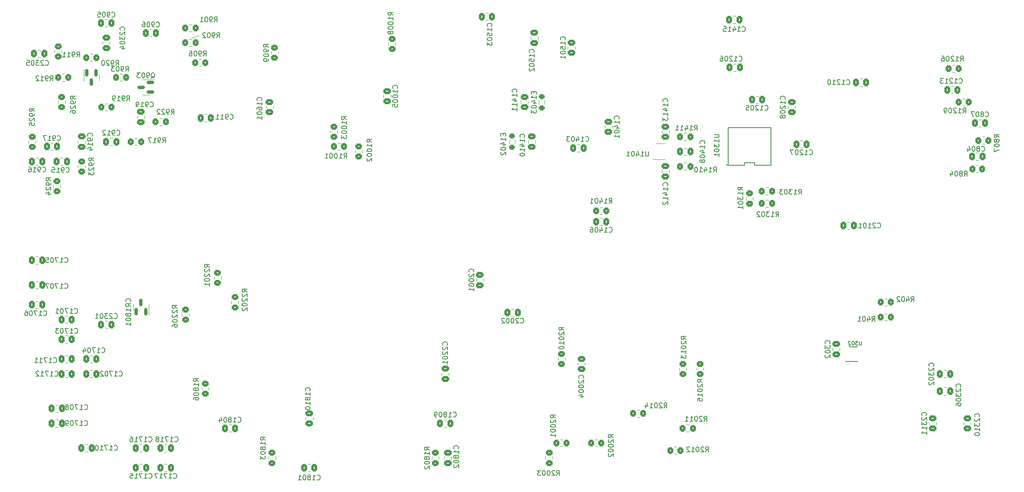
<source format=gbo>
G04 #@! TF.GenerationSoftware,KiCad,Pcbnew,6.0.2-378541a8eb~116~ubuntu20.04.1*
G04 #@! TF.CreationDate,2022-04-18T14:06:08-07:00*
G04 #@! TF.ProjectId,trx_mobo_concept_2,7472785f-6d6f-4626-9f5f-636f6e636570,rev?*
G04 #@! TF.SameCoordinates,Original*
G04 #@! TF.FileFunction,Legend,Bot*
G04 #@! TF.FilePolarity,Positive*
%FSLAX46Y46*%
G04 Gerber Fmt 4.6, Leading zero omitted, Abs format (unit mm)*
G04 Created by KiCad (PCBNEW 6.0.2-378541a8eb~116~ubuntu20.04.1) date 2022-04-18 14:06:08*
%MOMM*%
%LPD*%
G01*
G04 APERTURE LIST*
G04 Aperture macros list*
%AMRoundRect*
0 Rectangle with rounded corners*
0 $1 Rounding radius*
0 $2 $3 $4 $5 $6 $7 $8 $9 X,Y pos of 4 corners*
0 Add a 4 corners polygon primitive as box body*
4,1,4,$2,$3,$4,$5,$6,$7,$8,$9,$2,$3,0*
0 Add four circle primitives for the rounded corners*
1,1,$1+$1,$2,$3*
1,1,$1+$1,$4,$5*
1,1,$1+$1,$6,$7*
1,1,$1+$1,$8,$9*
0 Add four rect primitives between the rounded corners*
20,1,$1+$1,$2,$3,$4,$5,0*
20,1,$1+$1,$4,$5,$6,$7,0*
20,1,$1+$1,$6,$7,$8,$9,0*
20,1,$1+$1,$8,$9,$2,$3,0*%
G04 Aperture macros list end*
%ADD10C,0.120000*%
%ADD11C,0.150000*%
%ADD12C,0.152400*%
%ADD13R,2.100000X1.400000*%
%ADD14O,2.100000X1.400000*%
%ADD15RoundRect,0.250000X0.337500X0.475000X-0.337500X0.475000X-0.337500X-0.475000X0.337500X-0.475000X0*%
%ADD16RoundRect,0.250000X-0.337500X-0.475000X0.337500X-0.475000X0.337500X0.475000X-0.337500X0.475000X0*%
%ADD17C,0.800000*%
%ADD18C,7.000000*%
%ADD19C,2.150000*%
%ADD20C,2.250000*%
%ADD21O,1.400000X2.100000*%
%ADD22R,1.400000X2.100000*%
%ADD23C,2.000000*%
%ADD24C,1.000000*%
%ADD25C,1.440000*%
%ADD26R,2.032000X2.032000*%
%ADD27R,1.600000X2.400000*%
%ADD28O,1.600000X2.400000*%
%ADD29C,0.900000*%
%ADD30C,2.540000*%
%ADD31RoundRect,0.250000X0.350000X0.450000X-0.350000X0.450000X-0.350000X-0.450000X0.350000X-0.450000X0*%
%ADD32RoundRect,0.250000X-0.475000X0.337500X-0.475000X-0.337500X0.475000X-0.337500X0.475000X0.337500X0*%
%ADD33RoundRect,0.250000X0.475000X-0.337500X0.475000X0.337500X-0.475000X0.337500X-0.475000X-0.337500X0*%
%ADD34RoundRect,0.250000X0.325000X0.450000X-0.325000X0.450000X-0.325000X-0.450000X0.325000X-0.450000X0*%
%ADD35RoundRect,0.250000X0.350000X-0.275000X0.350000X0.275000X-0.350000X0.275000X-0.350000X-0.275000X0*%
%ADD36RoundRect,0.250000X-0.350000X0.275000X-0.350000X-0.275000X0.350000X-0.275000X0.350000X0.275000X0*%
%ADD37RoundRect,0.150000X-0.150000X0.587500X-0.150000X-0.587500X0.150000X-0.587500X0.150000X0.587500X0*%
%ADD38RoundRect,0.150000X0.587500X0.150000X-0.587500X0.150000X-0.587500X-0.150000X0.587500X-0.150000X0*%
%ADD39RoundRect,0.250000X-0.325000X-0.450000X0.325000X-0.450000X0.325000X0.450000X-0.325000X0.450000X0*%
%ADD40RoundRect,0.250000X0.450000X-0.325000X0.450000X0.325000X-0.450000X0.325000X-0.450000X-0.325000X0*%
%ADD41RoundRect,0.250000X-0.450000X0.325000X-0.450000X-0.325000X0.450000X-0.325000X0.450000X0.325000X0*%
%ADD42R,1.000000X0.700000*%
%ADD43R,1.060000X0.650000*%
%ADD44R,2.540000X1.650000*%
%ADD45RoundRect,0.150000X0.150000X-0.587500X0.150000X0.587500X-0.150000X0.587500X-0.150000X-0.587500X0*%
%ADD46RoundRect,0.250000X0.450000X-0.350000X0.450000X0.350000X-0.450000X0.350000X-0.450000X-0.350000X0*%
%ADD47RoundRect,0.250000X-0.350000X-0.450000X0.350000X-0.450000X0.350000X0.450000X-0.350000X0.450000X0*%
G04 APERTURE END LIST*
D10*
X85750000Y-57500000D02*
X84250000Y-58000000D01*
D11*
X54695238Y-63457142D02*
X54742857Y-63504761D01*
X54885714Y-63552380D01*
X54980952Y-63552380D01*
X55123809Y-63504761D01*
X55219047Y-63409523D01*
X55266666Y-63314285D01*
X55314285Y-63123809D01*
X55314285Y-62980952D01*
X55266666Y-62790476D01*
X55219047Y-62695238D01*
X55123809Y-62600000D01*
X54980952Y-62552380D01*
X54885714Y-62552380D01*
X54742857Y-62600000D01*
X54695238Y-62647619D01*
X54314285Y-62647619D02*
X54266666Y-62600000D01*
X54171428Y-62552380D01*
X53933333Y-62552380D01*
X53838095Y-62600000D01*
X53790476Y-62647619D01*
X53742857Y-62742857D01*
X53742857Y-62838095D01*
X53790476Y-62980952D01*
X54361904Y-63552380D01*
X53742857Y-63552380D01*
X53409523Y-62552380D02*
X52790476Y-62552380D01*
X53123809Y-62933333D01*
X52980952Y-62933333D01*
X52885714Y-62980952D01*
X52838095Y-63028571D01*
X52790476Y-63123809D01*
X52790476Y-63361904D01*
X52838095Y-63457142D01*
X52885714Y-63504761D01*
X52980952Y-63552380D01*
X53266666Y-63552380D01*
X53361904Y-63504761D01*
X53409523Y-63457142D01*
X52171428Y-62552380D02*
X52076190Y-62552380D01*
X51980952Y-62600000D01*
X51933333Y-62647619D01*
X51885714Y-62742857D01*
X51838095Y-62933333D01*
X51838095Y-63171428D01*
X51885714Y-63361904D01*
X51933333Y-63457142D01*
X51980952Y-63504761D01*
X52076190Y-63552380D01*
X52171428Y-63552380D01*
X52266666Y-63504761D01*
X52314285Y-63457142D01*
X52361904Y-63361904D01*
X52409523Y-63171428D01*
X52409523Y-62933333D01*
X52361904Y-62742857D01*
X52314285Y-62647619D01*
X52266666Y-62600000D01*
X52171428Y-62552380D01*
X50933333Y-62552380D02*
X51409523Y-62552380D01*
X51457142Y-63028571D01*
X51409523Y-62980952D01*
X51314285Y-62933333D01*
X51076190Y-62933333D01*
X50980952Y-62980952D01*
X50933333Y-63028571D01*
X50885714Y-63123809D01*
X50885714Y-63361904D01*
X50933333Y-63457142D01*
X50980952Y-63504761D01*
X51076190Y-63552380D01*
X51314285Y-63552380D01*
X51409523Y-63504761D01*
X51457142Y-63457142D01*
X92019047Y-74357142D02*
X92066666Y-74404761D01*
X92209523Y-74452380D01*
X92304761Y-74452380D01*
X92447619Y-74404761D01*
X92542857Y-74309523D01*
X92590476Y-74214285D01*
X92638095Y-74023809D01*
X92638095Y-73880952D01*
X92590476Y-73690476D01*
X92542857Y-73595238D01*
X92447619Y-73500000D01*
X92304761Y-73452380D01*
X92209523Y-73452380D01*
X92066666Y-73500000D01*
X92019047Y-73547619D01*
X91542857Y-74452380D02*
X91352380Y-74452380D01*
X91257142Y-74404761D01*
X91209523Y-74357142D01*
X91114285Y-74214285D01*
X91066666Y-74023809D01*
X91066666Y-73642857D01*
X91114285Y-73547619D01*
X91161904Y-73500000D01*
X91257142Y-73452380D01*
X91447619Y-73452380D01*
X91542857Y-73500000D01*
X91590476Y-73547619D01*
X91638095Y-73642857D01*
X91638095Y-73880952D01*
X91590476Y-73976190D01*
X91542857Y-74023809D01*
X91447619Y-74071428D01*
X91257142Y-74071428D01*
X91161904Y-74023809D01*
X91114285Y-73976190D01*
X91066666Y-73880952D01*
X90114285Y-74452380D02*
X90685714Y-74452380D01*
X90400000Y-74452380D02*
X90400000Y-73452380D01*
X90495238Y-73595238D01*
X90590476Y-73690476D01*
X90685714Y-73738095D01*
X89161904Y-74452380D02*
X89733333Y-74452380D01*
X89447619Y-74452380D02*
X89447619Y-73452380D01*
X89542857Y-73595238D01*
X89638095Y-73690476D01*
X89733333Y-73738095D01*
X55619047Y-66652380D02*
X55952380Y-66176190D01*
X56190476Y-66652380D02*
X56190476Y-65652380D01*
X55809523Y-65652380D01*
X55714285Y-65700000D01*
X55666666Y-65747619D01*
X55619047Y-65842857D01*
X55619047Y-65985714D01*
X55666666Y-66080952D01*
X55714285Y-66128571D01*
X55809523Y-66176190D01*
X56190476Y-66176190D01*
X55142857Y-66652380D02*
X54952380Y-66652380D01*
X54857142Y-66604761D01*
X54809523Y-66557142D01*
X54714285Y-66414285D01*
X54666666Y-66223809D01*
X54666666Y-65842857D01*
X54714285Y-65747619D01*
X54761904Y-65700000D01*
X54857142Y-65652380D01*
X55047619Y-65652380D01*
X55142857Y-65700000D01*
X55190476Y-65747619D01*
X55238095Y-65842857D01*
X55238095Y-66080952D01*
X55190476Y-66176190D01*
X55142857Y-66223809D01*
X55047619Y-66271428D01*
X54857142Y-66271428D01*
X54761904Y-66223809D01*
X54714285Y-66176190D01*
X54666666Y-66080952D01*
X53714285Y-66652380D02*
X54285714Y-66652380D01*
X54000000Y-66652380D02*
X54000000Y-65652380D01*
X54095238Y-65795238D01*
X54190476Y-65890476D01*
X54285714Y-65938095D01*
X53333333Y-65747619D02*
X53285714Y-65700000D01*
X53190476Y-65652380D01*
X52952380Y-65652380D01*
X52857142Y-65700000D01*
X52809523Y-65747619D01*
X52761904Y-65842857D01*
X52761904Y-65938095D01*
X52809523Y-66080952D01*
X53380952Y-66652380D01*
X52761904Y-66652380D01*
X68595238Y-114677142D02*
X68642857Y-114724761D01*
X68785714Y-114772380D01*
X68880952Y-114772380D01*
X69023809Y-114724761D01*
X69119047Y-114629523D01*
X69166666Y-114534285D01*
X69214285Y-114343809D01*
X69214285Y-114200952D01*
X69166666Y-114010476D01*
X69119047Y-113915238D01*
X69023809Y-113820000D01*
X68880952Y-113772380D01*
X68785714Y-113772380D01*
X68642857Y-113820000D01*
X68595238Y-113867619D01*
X68214285Y-113867619D02*
X68166666Y-113820000D01*
X68071428Y-113772380D01*
X67833333Y-113772380D01*
X67738095Y-113820000D01*
X67690476Y-113867619D01*
X67642857Y-113962857D01*
X67642857Y-114058095D01*
X67690476Y-114200952D01*
X68261904Y-114772380D01*
X67642857Y-114772380D01*
X67309523Y-113772380D02*
X66690476Y-113772380D01*
X67023809Y-114153333D01*
X66880952Y-114153333D01*
X66785714Y-114200952D01*
X66738095Y-114248571D01*
X66690476Y-114343809D01*
X66690476Y-114581904D01*
X66738095Y-114677142D01*
X66785714Y-114724761D01*
X66880952Y-114772380D01*
X67166666Y-114772380D01*
X67261904Y-114724761D01*
X67309523Y-114677142D01*
X66071428Y-113772380D02*
X65976190Y-113772380D01*
X65880952Y-113820000D01*
X65833333Y-113867619D01*
X65785714Y-113962857D01*
X65738095Y-114153333D01*
X65738095Y-114391428D01*
X65785714Y-114581904D01*
X65833333Y-114677142D01*
X65880952Y-114724761D01*
X65976190Y-114772380D01*
X66071428Y-114772380D01*
X66166666Y-114724761D01*
X66214285Y-114677142D01*
X66261904Y-114581904D01*
X66309523Y-114391428D01*
X66309523Y-114153333D01*
X66261904Y-113962857D01*
X66214285Y-113867619D01*
X66166666Y-113820000D01*
X66071428Y-113772380D01*
X64785714Y-114772380D02*
X65357142Y-114772380D01*
X65071428Y-114772380D02*
X65071428Y-113772380D01*
X65166666Y-113915238D01*
X65261904Y-114010476D01*
X65357142Y-114058095D01*
X234107142Y-124404761D02*
X234154761Y-124357142D01*
X234202380Y-124214285D01*
X234202380Y-124119047D01*
X234154761Y-123976190D01*
X234059523Y-123880952D01*
X233964285Y-123833333D01*
X233773809Y-123785714D01*
X233630952Y-123785714D01*
X233440476Y-123833333D01*
X233345238Y-123880952D01*
X233250000Y-123976190D01*
X233202380Y-124119047D01*
X233202380Y-124214285D01*
X233250000Y-124357142D01*
X233297619Y-124404761D01*
X233297619Y-124785714D02*
X233250000Y-124833333D01*
X233202380Y-124928571D01*
X233202380Y-125166666D01*
X233250000Y-125261904D01*
X233297619Y-125309523D01*
X233392857Y-125357142D01*
X233488095Y-125357142D01*
X233630952Y-125309523D01*
X234202380Y-124738095D01*
X234202380Y-125357142D01*
X233202380Y-125690476D02*
X233202380Y-126309523D01*
X233583333Y-125976190D01*
X233583333Y-126119047D01*
X233630952Y-126214285D01*
X233678571Y-126261904D01*
X233773809Y-126309523D01*
X234011904Y-126309523D01*
X234107142Y-126261904D01*
X234154761Y-126214285D01*
X234202380Y-126119047D01*
X234202380Y-125833333D01*
X234154761Y-125738095D01*
X234107142Y-125690476D01*
X233202380Y-126928571D02*
X233202380Y-127023809D01*
X233250000Y-127119047D01*
X233297619Y-127166666D01*
X233392857Y-127214285D01*
X233583333Y-127261904D01*
X233821428Y-127261904D01*
X234011904Y-127214285D01*
X234107142Y-127166666D01*
X234154761Y-127119047D01*
X234202380Y-127023809D01*
X234202380Y-126928571D01*
X234154761Y-126833333D01*
X234107142Y-126785714D01*
X234011904Y-126738095D01*
X233821428Y-126690476D01*
X233583333Y-126690476D01*
X233392857Y-126738095D01*
X233297619Y-126785714D01*
X233250000Y-126833333D01*
X233202380Y-126928571D01*
X233297619Y-127642857D02*
X233250000Y-127690476D01*
X233202380Y-127785714D01*
X233202380Y-128023809D01*
X233250000Y-128119047D01*
X233297619Y-128166666D01*
X233392857Y-128214285D01*
X233488095Y-128214285D01*
X233630952Y-128166666D01*
X234202380Y-127595238D01*
X234202380Y-128214285D01*
X70657142Y-56404761D02*
X70704761Y-56357142D01*
X70752380Y-56214285D01*
X70752380Y-56119047D01*
X70704761Y-55976190D01*
X70609523Y-55880952D01*
X70514285Y-55833333D01*
X70323809Y-55785714D01*
X70180952Y-55785714D01*
X69990476Y-55833333D01*
X69895238Y-55880952D01*
X69800000Y-55976190D01*
X69752380Y-56119047D01*
X69752380Y-56214285D01*
X69800000Y-56357142D01*
X69847619Y-56404761D01*
X69847619Y-56785714D02*
X69800000Y-56833333D01*
X69752380Y-56928571D01*
X69752380Y-57166666D01*
X69800000Y-57261904D01*
X69847619Y-57309523D01*
X69942857Y-57357142D01*
X70038095Y-57357142D01*
X70180952Y-57309523D01*
X70752380Y-56738095D01*
X70752380Y-57357142D01*
X69752380Y-57690476D02*
X69752380Y-58309523D01*
X70133333Y-57976190D01*
X70133333Y-58119047D01*
X70180952Y-58214285D01*
X70228571Y-58261904D01*
X70323809Y-58309523D01*
X70561904Y-58309523D01*
X70657142Y-58261904D01*
X70704761Y-58214285D01*
X70752380Y-58119047D01*
X70752380Y-57833333D01*
X70704761Y-57738095D01*
X70657142Y-57690476D01*
X69752380Y-58928571D02*
X69752380Y-59023809D01*
X69800000Y-59119047D01*
X69847619Y-59166666D01*
X69942857Y-59214285D01*
X70133333Y-59261904D01*
X70371428Y-59261904D01*
X70561904Y-59214285D01*
X70657142Y-59166666D01*
X70704761Y-59119047D01*
X70752380Y-59023809D01*
X70752380Y-58928571D01*
X70704761Y-58833333D01*
X70657142Y-58785714D01*
X70561904Y-58738095D01*
X70371428Y-58690476D01*
X70133333Y-58690476D01*
X69942857Y-58738095D01*
X69847619Y-58785714D01*
X69800000Y-58833333D01*
X69752380Y-58928571D01*
X70085714Y-60119047D02*
X70752380Y-60119047D01*
X69704761Y-59880952D02*
X70419047Y-59642857D01*
X70419047Y-60261904D01*
X239607142Y-128654761D02*
X239654761Y-128607142D01*
X239702380Y-128464285D01*
X239702380Y-128369047D01*
X239654761Y-128226190D01*
X239559523Y-128130952D01*
X239464285Y-128083333D01*
X239273809Y-128035714D01*
X239130952Y-128035714D01*
X238940476Y-128083333D01*
X238845238Y-128130952D01*
X238750000Y-128226190D01*
X238702380Y-128369047D01*
X238702380Y-128464285D01*
X238750000Y-128607142D01*
X238797619Y-128654761D01*
X238797619Y-129035714D02*
X238750000Y-129083333D01*
X238702380Y-129178571D01*
X238702380Y-129416666D01*
X238750000Y-129511904D01*
X238797619Y-129559523D01*
X238892857Y-129607142D01*
X238988095Y-129607142D01*
X239130952Y-129559523D01*
X239702380Y-128988095D01*
X239702380Y-129607142D01*
X238702380Y-129940476D02*
X238702380Y-130559523D01*
X239083333Y-130226190D01*
X239083333Y-130369047D01*
X239130952Y-130464285D01*
X239178571Y-130511904D01*
X239273809Y-130559523D01*
X239511904Y-130559523D01*
X239607142Y-130511904D01*
X239654761Y-130464285D01*
X239702380Y-130369047D01*
X239702380Y-130083333D01*
X239654761Y-129988095D01*
X239607142Y-129940476D01*
X238702380Y-131178571D02*
X238702380Y-131273809D01*
X238750000Y-131369047D01*
X238797619Y-131416666D01*
X238892857Y-131464285D01*
X239083333Y-131511904D01*
X239321428Y-131511904D01*
X239511904Y-131464285D01*
X239607142Y-131416666D01*
X239654761Y-131369047D01*
X239702380Y-131273809D01*
X239702380Y-131178571D01*
X239654761Y-131083333D01*
X239607142Y-131035714D01*
X239511904Y-130988095D01*
X239321428Y-130940476D01*
X239083333Y-130940476D01*
X238892857Y-130988095D01*
X238797619Y-131035714D01*
X238750000Y-131083333D01*
X238702380Y-131178571D01*
X238702380Y-132369047D02*
X238702380Y-132178571D01*
X238750000Y-132083333D01*
X238797619Y-132035714D01*
X238940476Y-131940476D01*
X239130952Y-131892857D01*
X239511904Y-131892857D01*
X239607142Y-131940476D01*
X239654761Y-131988095D01*
X239702380Y-132083333D01*
X239702380Y-132273809D01*
X239654761Y-132369047D01*
X239607142Y-132416666D01*
X239511904Y-132464285D01*
X239273809Y-132464285D01*
X239178571Y-132416666D01*
X239130952Y-132369047D01*
X239083333Y-132273809D01*
X239083333Y-132083333D01*
X239130952Y-131988095D01*
X239178571Y-131940476D01*
X239273809Y-131892857D01*
X243357142Y-134666013D02*
X243404761Y-134618394D01*
X243452380Y-134475537D01*
X243452380Y-134380299D01*
X243404761Y-134237442D01*
X243309523Y-134142204D01*
X243214285Y-134094585D01*
X243023809Y-134046966D01*
X242880952Y-134046966D01*
X242690476Y-134094585D01*
X242595238Y-134142204D01*
X242500000Y-134237442D01*
X242452380Y-134380299D01*
X242452380Y-134475537D01*
X242500000Y-134618394D01*
X242547619Y-134666013D01*
X242547619Y-135046966D02*
X242500000Y-135094585D01*
X242452380Y-135189823D01*
X242452380Y-135427918D01*
X242500000Y-135523156D01*
X242547619Y-135570775D01*
X242642857Y-135618394D01*
X242738095Y-135618394D01*
X242880952Y-135570775D01*
X243452380Y-134999347D01*
X243452380Y-135618394D01*
X242452380Y-135951728D02*
X242452380Y-136570775D01*
X242833333Y-136237442D01*
X242833333Y-136380299D01*
X242880952Y-136475537D01*
X242928571Y-136523156D01*
X243023809Y-136570775D01*
X243261904Y-136570775D01*
X243357142Y-136523156D01*
X243404761Y-136475537D01*
X243452380Y-136380299D01*
X243452380Y-136094585D01*
X243404761Y-135999347D01*
X243357142Y-135951728D01*
X243452380Y-137523156D02*
X243452380Y-136951728D01*
X243452380Y-137237442D02*
X242452380Y-137237442D01*
X242595238Y-137142204D01*
X242690476Y-137046966D01*
X242738095Y-136951728D01*
X242452380Y-138142204D02*
X242452380Y-138237442D01*
X242500000Y-138332680D01*
X242547619Y-138380299D01*
X242642857Y-138427918D01*
X242833333Y-138475537D01*
X243071428Y-138475537D01*
X243261904Y-138427918D01*
X243357142Y-138380299D01*
X243404761Y-138332680D01*
X243452380Y-138237442D01*
X243452380Y-138142204D01*
X243404761Y-138046966D01*
X243357142Y-137999347D01*
X243261904Y-137951728D01*
X243071428Y-137904109D01*
X242833333Y-137904109D01*
X242642857Y-137951728D01*
X242547619Y-137999347D01*
X242500000Y-138046966D01*
X242452380Y-138142204D01*
X232677142Y-134404761D02*
X232724761Y-134357142D01*
X232772380Y-134214285D01*
X232772380Y-134119047D01*
X232724761Y-133976190D01*
X232629523Y-133880952D01*
X232534285Y-133833333D01*
X232343809Y-133785714D01*
X232200952Y-133785714D01*
X232010476Y-133833333D01*
X231915238Y-133880952D01*
X231820000Y-133976190D01*
X231772380Y-134119047D01*
X231772380Y-134214285D01*
X231820000Y-134357142D01*
X231867619Y-134404761D01*
X231867619Y-134785714D02*
X231820000Y-134833333D01*
X231772380Y-134928571D01*
X231772380Y-135166666D01*
X231820000Y-135261904D01*
X231867619Y-135309523D01*
X231962857Y-135357142D01*
X232058095Y-135357142D01*
X232200952Y-135309523D01*
X232772380Y-134738095D01*
X232772380Y-135357142D01*
X231772380Y-135690476D02*
X231772380Y-136309523D01*
X232153333Y-135976190D01*
X232153333Y-136119047D01*
X232200952Y-136214285D01*
X232248571Y-136261904D01*
X232343809Y-136309523D01*
X232581904Y-136309523D01*
X232677142Y-136261904D01*
X232724761Y-136214285D01*
X232772380Y-136119047D01*
X232772380Y-135833333D01*
X232724761Y-135738095D01*
X232677142Y-135690476D01*
X232772380Y-137261904D02*
X232772380Y-136690476D01*
X232772380Y-136976190D02*
X231772380Y-136976190D01*
X231915238Y-136880952D01*
X232010476Y-136785714D01*
X232058095Y-136690476D01*
X232772380Y-138214285D02*
X232772380Y-137642857D01*
X232772380Y-137928571D02*
X231772380Y-137928571D01*
X231915238Y-137833333D01*
X232010476Y-137738095D01*
X232058095Y-137642857D01*
X213177142Y-119880952D02*
X213224761Y-119833333D01*
X213272380Y-119690476D01*
X213272380Y-119595238D01*
X213224761Y-119452380D01*
X213129523Y-119357142D01*
X213034285Y-119309523D01*
X212843809Y-119261904D01*
X212700952Y-119261904D01*
X212510476Y-119309523D01*
X212415238Y-119357142D01*
X212320000Y-119452380D01*
X212272380Y-119595238D01*
X212272380Y-119690476D01*
X212320000Y-119833333D01*
X212367619Y-119880952D01*
X212272380Y-120214285D02*
X212272380Y-120833333D01*
X212653333Y-120500000D01*
X212653333Y-120642857D01*
X212700952Y-120738095D01*
X212748571Y-120785714D01*
X212843809Y-120833333D01*
X213081904Y-120833333D01*
X213177142Y-120785714D01*
X213224761Y-120738095D01*
X213272380Y-120642857D01*
X213272380Y-120357142D01*
X213224761Y-120261904D01*
X213177142Y-120214285D01*
X212272380Y-121452380D02*
X212272380Y-121547619D01*
X212320000Y-121642857D01*
X212367619Y-121690476D01*
X212462857Y-121738095D01*
X212653333Y-121785714D01*
X212891428Y-121785714D01*
X213081904Y-121738095D01*
X213177142Y-121690476D01*
X213224761Y-121642857D01*
X213272380Y-121547619D01*
X213272380Y-121452380D01*
X213224761Y-121357142D01*
X213177142Y-121309523D01*
X213081904Y-121261904D01*
X212891428Y-121214285D01*
X212653333Y-121214285D01*
X212462857Y-121261904D01*
X212367619Y-121309523D01*
X212320000Y-121357142D01*
X212272380Y-121452380D01*
X212367619Y-122166666D02*
X212320000Y-122214285D01*
X212272380Y-122309523D01*
X212272380Y-122547619D01*
X212320000Y-122642857D01*
X212367619Y-122690476D01*
X212462857Y-122738095D01*
X212558095Y-122738095D01*
X212700952Y-122690476D01*
X213272380Y-122119047D01*
X213272380Y-122738095D01*
X60595238Y-113677142D02*
X60642857Y-113724761D01*
X60785714Y-113772380D01*
X60880952Y-113772380D01*
X61023809Y-113724761D01*
X61119047Y-113629523D01*
X61166666Y-113534285D01*
X61214285Y-113343809D01*
X61214285Y-113200952D01*
X61166666Y-113010476D01*
X61119047Y-112915238D01*
X61023809Y-112820000D01*
X60880952Y-112772380D01*
X60785714Y-112772380D01*
X60642857Y-112820000D01*
X60595238Y-112867619D01*
X59642857Y-113772380D02*
X60214285Y-113772380D01*
X59928571Y-113772380D02*
X59928571Y-112772380D01*
X60023809Y-112915238D01*
X60119047Y-113010476D01*
X60214285Y-113058095D01*
X59309523Y-112772380D02*
X58642857Y-112772380D01*
X59071428Y-113772380D01*
X58071428Y-112772380D02*
X57976190Y-112772380D01*
X57880952Y-112820000D01*
X57833333Y-112867619D01*
X57785714Y-112962857D01*
X57738095Y-113153333D01*
X57738095Y-113391428D01*
X57785714Y-113581904D01*
X57833333Y-113677142D01*
X57880952Y-113724761D01*
X57976190Y-113772380D01*
X58071428Y-113772380D01*
X58166666Y-113724761D01*
X58214285Y-113677142D01*
X58261904Y-113581904D01*
X58309523Y-113391428D01*
X58309523Y-113153333D01*
X58261904Y-112962857D01*
X58214285Y-112867619D01*
X58166666Y-112820000D01*
X58071428Y-112772380D01*
X56785714Y-113772380D02*
X57357142Y-113772380D01*
X57071428Y-113772380D02*
X57071428Y-112772380D01*
X57166666Y-112915238D01*
X57261904Y-113010476D01*
X57357142Y-113058095D01*
X69595238Y-126357142D02*
X69642857Y-126404761D01*
X69785714Y-126452380D01*
X69880952Y-126452380D01*
X70023809Y-126404761D01*
X70119047Y-126309523D01*
X70166666Y-126214285D01*
X70214285Y-126023809D01*
X70214285Y-125880952D01*
X70166666Y-125690476D01*
X70119047Y-125595238D01*
X70023809Y-125500000D01*
X69880952Y-125452380D01*
X69785714Y-125452380D01*
X69642857Y-125500000D01*
X69595238Y-125547619D01*
X68642857Y-126452380D02*
X69214285Y-126452380D01*
X68928571Y-126452380D02*
X68928571Y-125452380D01*
X69023809Y-125595238D01*
X69119047Y-125690476D01*
X69214285Y-125738095D01*
X68309523Y-125452380D02*
X67642857Y-125452380D01*
X68071428Y-126452380D01*
X67071428Y-125452380D02*
X66976190Y-125452380D01*
X66880952Y-125500000D01*
X66833333Y-125547619D01*
X66785714Y-125642857D01*
X66738095Y-125833333D01*
X66738095Y-126071428D01*
X66785714Y-126261904D01*
X66833333Y-126357142D01*
X66880952Y-126404761D01*
X66976190Y-126452380D01*
X67071428Y-126452380D01*
X67166666Y-126404761D01*
X67214285Y-126357142D01*
X67261904Y-126261904D01*
X67309523Y-126071428D01*
X67309523Y-125833333D01*
X67261904Y-125642857D01*
X67214285Y-125547619D01*
X67166666Y-125500000D01*
X67071428Y-125452380D01*
X66357142Y-125547619D02*
X66309523Y-125500000D01*
X66214285Y-125452380D01*
X65976190Y-125452380D01*
X65880952Y-125500000D01*
X65833333Y-125547619D01*
X65785714Y-125642857D01*
X65785714Y-125738095D01*
X65833333Y-125880952D01*
X66404761Y-126452380D01*
X65785714Y-126452380D01*
X60595238Y-117677142D02*
X60642857Y-117724761D01*
X60785714Y-117772380D01*
X60880952Y-117772380D01*
X61023809Y-117724761D01*
X61119047Y-117629523D01*
X61166666Y-117534285D01*
X61214285Y-117343809D01*
X61214285Y-117200952D01*
X61166666Y-117010476D01*
X61119047Y-116915238D01*
X61023809Y-116820000D01*
X60880952Y-116772380D01*
X60785714Y-116772380D01*
X60642857Y-116820000D01*
X60595238Y-116867619D01*
X59642857Y-117772380D02*
X60214285Y-117772380D01*
X59928571Y-117772380D02*
X59928571Y-116772380D01*
X60023809Y-116915238D01*
X60119047Y-117010476D01*
X60214285Y-117058095D01*
X59309523Y-116772380D02*
X58642857Y-116772380D01*
X59071428Y-117772380D01*
X58071428Y-116772380D02*
X57976190Y-116772380D01*
X57880952Y-116820000D01*
X57833333Y-116867619D01*
X57785714Y-116962857D01*
X57738095Y-117153333D01*
X57738095Y-117391428D01*
X57785714Y-117581904D01*
X57833333Y-117677142D01*
X57880952Y-117724761D01*
X57976190Y-117772380D01*
X58071428Y-117772380D01*
X58166666Y-117724761D01*
X58214285Y-117677142D01*
X58261904Y-117581904D01*
X58309523Y-117391428D01*
X58309523Y-117153333D01*
X58261904Y-116962857D01*
X58214285Y-116867619D01*
X58166666Y-116820000D01*
X58071428Y-116772380D01*
X57404761Y-116772380D02*
X56785714Y-116772380D01*
X57119047Y-117153333D01*
X56976190Y-117153333D01*
X56880952Y-117200952D01*
X56833333Y-117248571D01*
X56785714Y-117343809D01*
X56785714Y-117581904D01*
X56833333Y-117677142D01*
X56880952Y-117724761D01*
X56976190Y-117772380D01*
X57261904Y-117772380D01*
X57357142Y-117724761D01*
X57404761Y-117677142D01*
X66095238Y-121607142D02*
X66142857Y-121654761D01*
X66285714Y-121702380D01*
X66380952Y-121702380D01*
X66523809Y-121654761D01*
X66619047Y-121559523D01*
X66666666Y-121464285D01*
X66714285Y-121273809D01*
X66714285Y-121130952D01*
X66666666Y-120940476D01*
X66619047Y-120845238D01*
X66523809Y-120750000D01*
X66380952Y-120702380D01*
X66285714Y-120702380D01*
X66142857Y-120750000D01*
X66095238Y-120797619D01*
X65142857Y-121702380D02*
X65714285Y-121702380D01*
X65428571Y-121702380D02*
X65428571Y-120702380D01*
X65523809Y-120845238D01*
X65619047Y-120940476D01*
X65714285Y-120988095D01*
X64809523Y-120702380D02*
X64142857Y-120702380D01*
X64571428Y-121702380D01*
X63571428Y-120702380D02*
X63476190Y-120702380D01*
X63380952Y-120750000D01*
X63333333Y-120797619D01*
X63285714Y-120892857D01*
X63238095Y-121083333D01*
X63238095Y-121321428D01*
X63285714Y-121511904D01*
X63333333Y-121607142D01*
X63380952Y-121654761D01*
X63476190Y-121702380D01*
X63571428Y-121702380D01*
X63666666Y-121654761D01*
X63714285Y-121607142D01*
X63761904Y-121511904D01*
X63809523Y-121321428D01*
X63809523Y-121083333D01*
X63761904Y-120892857D01*
X63714285Y-120797619D01*
X63666666Y-120750000D01*
X63571428Y-120702380D01*
X62380952Y-121035714D02*
X62380952Y-121702380D01*
X62619047Y-120654761D02*
X62857142Y-121369047D01*
X62238095Y-121369047D01*
X58595238Y-103357142D02*
X58642857Y-103404761D01*
X58785714Y-103452380D01*
X58880952Y-103452380D01*
X59023809Y-103404761D01*
X59119047Y-103309523D01*
X59166666Y-103214285D01*
X59214285Y-103023809D01*
X59214285Y-102880952D01*
X59166666Y-102690476D01*
X59119047Y-102595238D01*
X59023809Y-102500000D01*
X58880952Y-102452380D01*
X58785714Y-102452380D01*
X58642857Y-102500000D01*
X58595238Y-102547619D01*
X57642857Y-103452380D02*
X58214285Y-103452380D01*
X57928571Y-103452380D02*
X57928571Y-102452380D01*
X58023809Y-102595238D01*
X58119047Y-102690476D01*
X58214285Y-102738095D01*
X57309523Y-102452380D02*
X56642857Y-102452380D01*
X57071428Y-103452380D01*
X56071428Y-102452380D02*
X55976190Y-102452380D01*
X55880952Y-102500000D01*
X55833333Y-102547619D01*
X55785714Y-102642857D01*
X55738095Y-102833333D01*
X55738095Y-103071428D01*
X55785714Y-103261904D01*
X55833333Y-103357142D01*
X55880952Y-103404761D01*
X55976190Y-103452380D01*
X56071428Y-103452380D01*
X56166666Y-103404761D01*
X56214285Y-103357142D01*
X56261904Y-103261904D01*
X56309523Y-103071428D01*
X56309523Y-102833333D01*
X56261904Y-102642857D01*
X56214285Y-102547619D01*
X56166666Y-102500000D01*
X56071428Y-102452380D01*
X54833333Y-102452380D02*
X55309523Y-102452380D01*
X55357142Y-102928571D01*
X55309523Y-102880952D01*
X55214285Y-102833333D01*
X54976190Y-102833333D01*
X54880952Y-102880952D01*
X54833333Y-102928571D01*
X54785714Y-103023809D01*
X54785714Y-103261904D01*
X54833333Y-103357142D01*
X54880952Y-103404761D01*
X54976190Y-103452380D01*
X55214285Y-103452380D01*
X55309523Y-103404761D01*
X55357142Y-103357142D01*
X54333986Y-114107142D02*
X54381605Y-114154761D01*
X54524462Y-114202380D01*
X54619700Y-114202380D01*
X54762557Y-114154761D01*
X54857795Y-114059523D01*
X54905414Y-113964285D01*
X54953033Y-113773809D01*
X54953033Y-113630952D01*
X54905414Y-113440476D01*
X54857795Y-113345238D01*
X54762557Y-113250000D01*
X54619700Y-113202380D01*
X54524462Y-113202380D01*
X54381605Y-113250000D01*
X54333986Y-113297619D01*
X53381605Y-114202380D02*
X53953033Y-114202380D01*
X53667319Y-114202380D02*
X53667319Y-113202380D01*
X53762557Y-113345238D01*
X53857795Y-113440476D01*
X53953033Y-113488095D01*
X53048271Y-113202380D02*
X52381605Y-113202380D01*
X52810176Y-114202380D01*
X51810176Y-113202380D02*
X51714938Y-113202380D01*
X51619700Y-113250000D01*
X51572081Y-113297619D01*
X51524462Y-113392857D01*
X51476843Y-113583333D01*
X51476843Y-113821428D01*
X51524462Y-114011904D01*
X51572081Y-114107142D01*
X51619700Y-114154761D01*
X51714938Y-114202380D01*
X51810176Y-114202380D01*
X51905414Y-114154761D01*
X51953033Y-114107142D01*
X52000652Y-114011904D01*
X52048271Y-113821428D01*
X52048271Y-113583333D01*
X52000652Y-113392857D01*
X51953033Y-113297619D01*
X51905414Y-113250000D01*
X51810176Y-113202380D01*
X50619700Y-113202380D02*
X50810176Y-113202380D01*
X50905414Y-113250000D01*
X50953033Y-113297619D01*
X51048271Y-113440476D01*
X51095890Y-113630952D01*
X51095890Y-114011904D01*
X51048271Y-114107142D01*
X51000652Y-114154761D01*
X50905414Y-114202380D01*
X50714938Y-114202380D01*
X50619700Y-114154761D01*
X50572081Y-114107142D01*
X50524462Y-114011904D01*
X50524462Y-113773809D01*
X50572081Y-113678571D01*
X50619700Y-113630952D01*
X50714938Y-113583333D01*
X50905414Y-113583333D01*
X51000652Y-113630952D01*
X51048271Y-113678571D01*
X51095890Y-113773809D01*
X58595238Y-108607142D02*
X58642857Y-108654761D01*
X58785714Y-108702380D01*
X58880952Y-108702380D01*
X59023809Y-108654761D01*
X59119047Y-108559523D01*
X59166666Y-108464285D01*
X59214285Y-108273809D01*
X59214285Y-108130952D01*
X59166666Y-107940476D01*
X59119047Y-107845238D01*
X59023809Y-107750000D01*
X58880952Y-107702380D01*
X58785714Y-107702380D01*
X58642857Y-107750000D01*
X58595238Y-107797619D01*
X57642857Y-108702380D02*
X58214285Y-108702380D01*
X57928571Y-108702380D02*
X57928571Y-107702380D01*
X58023809Y-107845238D01*
X58119047Y-107940476D01*
X58214285Y-107988095D01*
X57309523Y-107702380D02*
X56642857Y-107702380D01*
X57071428Y-108702380D01*
X56071428Y-107702380D02*
X55976190Y-107702380D01*
X55880952Y-107750000D01*
X55833333Y-107797619D01*
X55785714Y-107892857D01*
X55738095Y-108083333D01*
X55738095Y-108321428D01*
X55785714Y-108511904D01*
X55833333Y-108607142D01*
X55880952Y-108654761D01*
X55976190Y-108702380D01*
X56071428Y-108702380D01*
X56166666Y-108654761D01*
X56214285Y-108607142D01*
X56261904Y-108511904D01*
X56309523Y-108321428D01*
X56309523Y-108083333D01*
X56261904Y-107892857D01*
X56214285Y-107797619D01*
X56166666Y-107750000D01*
X56071428Y-107702380D01*
X55404761Y-107702380D02*
X54738095Y-107702380D01*
X55166666Y-108702380D01*
X62595238Y-136357142D02*
X62642857Y-136404761D01*
X62785714Y-136452380D01*
X62880952Y-136452380D01*
X63023809Y-136404761D01*
X63119047Y-136309523D01*
X63166666Y-136214285D01*
X63214285Y-136023809D01*
X63214285Y-135880952D01*
X63166666Y-135690476D01*
X63119047Y-135595238D01*
X63023809Y-135500000D01*
X62880952Y-135452380D01*
X62785714Y-135452380D01*
X62642857Y-135500000D01*
X62595238Y-135547619D01*
X61642857Y-136452380D02*
X62214285Y-136452380D01*
X61928571Y-136452380D02*
X61928571Y-135452380D01*
X62023809Y-135595238D01*
X62119047Y-135690476D01*
X62214285Y-135738095D01*
X61309523Y-135452380D02*
X60642857Y-135452380D01*
X61071428Y-136452380D01*
X60071428Y-135452380D02*
X59976190Y-135452380D01*
X59880952Y-135500000D01*
X59833333Y-135547619D01*
X59785714Y-135642857D01*
X59738095Y-135833333D01*
X59738095Y-136071428D01*
X59785714Y-136261904D01*
X59833333Y-136357142D01*
X59880952Y-136404761D01*
X59976190Y-136452380D01*
X60071428Y-136452380D01*
X60166666Y-136404761D01*
X60214285Y-136357142D01*
X60261904Y-136261904D01*
X60309523Y-136071428D01*
X60309523Y-135833333D01*
X60261904Y-135642857D01*
X60214285Y-135547619D01*
X60166666Y-135500000D01*
X60071428Y-135452380D01*
X59261904Y-136452380D02*
X59071428Y-136452380D01*
X58976190Y-136404761D01*
X58928571Y-136357142D01*
X58833333Y-136214285D01*
X58785714Y-136023809D01*
X58785714Y-135642857D01*
X58833333Y-135547619D01*
X58880952Y-135500000D01*
X58976190Y-135452380D01*
X59166666Y-135452380D01*
X59261904Y-135500000D01*
X59309523Y-135547619D01*
X59357142Y-135642857D01*
X59357142Y-135880952D01*
X59309523Y-135976190D01*
X59261904Y-136023809D01*
X59166666Y-136071428D01*
X58976190Y-136071428D01*
X58880952Y-136023809D01*
X58833333Y-135976190D01*
X58785714Y-135880952D01*
X68595238Y-141357142D02*
X68642857Y-141404761D01*
X68785714Y-141452380D01*
X68880952Y-141452380D01*
X69023809Y-141404761D01*
X69119047Y-141309523D01*
X69166666Y-141214285D01*
X69214285Y-141023809D01*
X69214285Y-140880952D01*
X69166666Y-140690476D01*
X69119047Y-140595238D01*
X69023809Y-140500000D01*
X68880952Y-140452380D01*
X68785714Y-140452380D01*
X68642857Y-140500000D01*
X68595238Y-140547619D01*
X67642857Y-141452380D02*
X68214285Y-141452380D01*
X67928571Y-141452380D02*
X67928571Y-140452380D01*
X68023809Y-140595238D01*
X68119047Y-140690476D01*
X68214285Y-140738095D01*
X67309523Y-140452380D02*
X66642857Y-140452380D01*
X67071428Y-141452380D01*
X65738095Y-141452380D02*
X66309523Y-141452380D01*
X66023809Y-141452380D02*
X66023809Y-140452380D01*
X66119047Y-140595238D01*
X66214285Y-140690476D01*
X66309523Y-140738095D01*
X65119047Y-140452380D02*
X65023809Y-140452380D01*
X64928571Y-140500000D01*
X64880952Y-140547619D01*
X64833333Y-140642857D01*
X64785714Y-140833333D01*
X64785714Y-141071428D01*
X64833333Y-141261904D01*
X64880952Y-141357142D01*
X64928571Y-141404761D01*
X65023809Y-141452380D01*
X65119047Y-141452380D01*
X65214285Y-141404761D01*
X65261904Y-141357142D01*
X65309523Y-141261904D01*
X65357142Y-141071428D01*
X65357142Y-140833333D01*
X65309523Y-140642857D01*
X65261904Y-140547619D01*
X65214285Y-140500000D01*
X65119047Y-140452380D01*
X56345238Y-123607142D02*
X56392857Y-123654761D01*
X56535714Y-123702380D01*
X56630952Y-123702380D01*
X56773809Y-123654761D01*
X56869047Y-123559523D01*
X56916666Y-123464285D01*
X56964285Y-123273809D01*
X56964285Y-123130952D01*
X56916666Y-122940476D01*
X56869047Y-122845238D01*
X56773809Y-122750000D01*
X56630952Y-122702380D01*
X56535714Y-122702380D01*
X56392857Y-122750000D01*
X56345238Y-122797619D01*
X55392857Y-123702380D02*
X55964285Y-123702380D01*
X55678571Y-123702380D02*
X55678571Y-122702380D01*
X55773809Y-122845238D01*
X55869047Y-122940476D01*
X55964285Y-122988095D01*
X55059523Y-122702380D02*
X54392857Y-122702380D01*
X54821428Y-123702380D01*
X53488095Y-123702380D02*
X54059523Y-123702380D01*
X53773809Y-123702380D02*
X53773809Y-122702380D01*
X53869047Y-122845238D01*
X53964285Y-122940476D01*
X54059523Y-122988095D01*
X52535714Y-123702380D02*
X53107142Y-123702380D01*
X52821428Y-123702380D02*
X52821428Y-122702380D01*
X52916666Y-122845238D01*
X53011904Y-122940476D01*
X53107142Y-122988095D01*
X56595238Y-126357142D02*
X56642857Y-126404761D01*
X56785714Y-126452380D01*
X56880952Y-126452380D01*
X57023809Y-126404761D01*
X57119047Y-126309523D01*
X57166666Y-126214285D01*
X57214285Y-126023809D01*
X57214285Y-125880952D01*
X57166666Y-125690476D01*
X57119047Y-125595238D01*
X57023809Y-125500000D01*
X56880952Y-125452380D01*
X56785714Y-125452380D01*
X56642857Y-125500000D01*
X56595238Y-125547619D01*
X55642857Y-126452380D02*
X56214285Y-126452380D01*
X55928571Y-126452380D02*
X55928571Y-125452380D01*
X56023809Y-125595238D01*
X56119047Y-125690476D01*
X56214285Y-125738095D01*
X55309523Y-125452380D02*
X54642857Y-125452380D01*
X55071428Y-126452380D01*
X53738095Y-126452380D02*
X54309523Y-126452380D01*
X54023809Y-126452380D02*
X54023809Y-125452380D01*
X54119047Y-125595238D01*
X54214285Y-125690476D01*
X54309523Y-125738095D01*
X53357142Y-125547619D02*
X53309523Y-125500000D01*
X53214285Y-125452380D01*
X52976190Y-125452380D01*
X52880952Y-125500000D01*
X52833333Y-125547619D01*
X52785714Y-125642857D01*
X52785714Y-125738095D01*
X52833333Y-125880952D01*
X53404761Y-126452380D01*
X52785714Y-126452380D01*
X75595238Y-147037142D02*
X75642857Y-147084761D01*
X75785714Y-147132380D01*
X75880952Y-147132380D01*
X76023809Y-147084761D01*
X76119047Y-146989523D01*
X76166666Y-146894285D01*
X76214285Y-146703809D01*
X76214285Y-146560952D01*
X76166666Y-146370476D01*
X76119047Y-146275238D01*
X76023809Y-146180000D01*
X75880952Y-146132380D01*
X75785714Y-146132380D01*
X75642857Y-146180000D01*
X75595238Y-146227619D01*
X74642857Y-147132380D02*
X75214285Y-147132380D01*
X74928571Y-147132380D02*
X74928571Y-146132380D01*
X75023809Y-146275238D01*
X75119047Y-146370476D01*
X75214285Y-146418095D01*
X74309523Y-146132380D02*
X73642857Y-146132380D01*
X74071428Y-147132380D01*
X72738095Y-147132380D02*
X73309523Y-147132380D01*
X73023809Y-147132380D02*
X73023809Y-146132380D01*
X73119047Y-146275238D01*
X73214285Y-146370476D01*
X73309523Y-146418095D01*
X71833333Y-146132380D02*
X72309523Y-146132380D01*
X72357142Y-146608571D01*
X72309523Y-146560952D01*
X72214285Y-146513333D01*
X71976190Y-146513333D01*
X71880952Y-146560952D01*
X71833333Y-146608571D01*
X71785714Y-146703809D01*
X71785714Y-146941904D01*
X71833333Y-147037142D01*
X71880952Y-147084761D01*
X71976190Y-147132380D01*
X72214285Y-147132380D01*
X72309523Y-147084761D01*
X72357142Y-147037142D01*
X75595238Y-139607142D02*
X75642857Y-139654761D01*
X75785714Y-139702380D01*
X75880952Y-139702380D01*
X76023809Y-139654761D01*
X76119047Y-139559523D01*
X76166666Y-139464285D01*
X76214285Y-139273809D01*
X76214285Y-139130952D01*
X76166666Y-138940476D01*
X76119047Y-138845238D01*
X76023809Y-138750000D01*
X75880952Y-138702380D01*
X75785714Y-138702380D01*
X75642857Y-138750000D01*
X75595238Y-138797619D01*
X74642857Y-139702380D02*
X75214285Y-139702380D01*
X74928571Y-139702380D02*
X74928571Y-138702380D01*
X75023809Y-138845238D01*
X75119047Y-138940476D01*
X75214285Y-138988095D01*
X74309523Y-138702380D02*
X73642857Y-138702380D01*
X74071428Y-139702380D01*
X72738095Y-139702380D02*
X73309523Y-139702380D01*
X73023809Y-139702380D02*
X73023809Y-138702380D01*
X73119047Y-138845238D01*
X73214285Y-138940476D01*
X73309523Y-138988095D01*
X71880952Y-138702380D02*
X72071428Y-138702380D01*
X72166666Y-138750000D01*
X72214285Y-138797619D01*
X72309523Y-138940476D01*
X72357142Y-139130952D01*
X72357142Y-139511904D01*
X72309523Y-139607142D01*
X72261904Y-139654761D01*
X72166666Y-139702380D01*
X71976190Y-139702380D01*
X71880952Y-139654761D01*
X71833333Y-139607142D01*
X71785714Y-139511904D01*
X71785714Y-139273809D01*
X71833333Y-139178571D01*
X71880952Y-139130952D01*
X71976190Y-139083333D01*
X72166666Y-139083333D01*
X72261904Y-139130952D01*
X72309523Y-139178571D01*
X72357142Y-139273809D01*
X80595238Y-147037142D02*
X80642857Y-147084761D01*
X80785714Y-147132380D01*
X80880952Y-147132380D01*
X81023809Y-147084761D01*
X81119047Y-146989523D01*
X81166666Y-146894285D01*
X81214285Y-146703809D01*
X81214285Y-146560952D01*
X81166666Y-146370476D01*
X81119047Y-146275238D01*
X81023809Y-146180000D01*
X80880952Y-146132380D01*
X80785714Y-146132380D01*
X80642857Y-146180000D01*
X80595238Y-146227619D01*
X79642857Y-147132380D02*
X80214285Y-147132380D01*
X79928571Y-147132380D02*
X79928571Y-146132380D01*
X80023809Y-146275238D01*
X80119047Y-146370476D01*
X80214285Y-146418095D01*
X79309523Y-146132380D02*
X78642857Y-146132380D01*
X79071428Y-147132380D01*
X77738095Y-147132380D02*
X78309523Y-147132380D01*
X78023809Y-147132380D02*
X78023809Y-146132380D01*
X78119047Y-146275238D01*
X78214285Y-146370476D01*
X78309523Y-146418095D01*
X77404761Y-146132380D02*
X76738095Y-146132380D01*
X77166666Y-147132380D01*
X80845238Y-139607142D02*
X80892857Y-139654761D01*
X81035714Y-139702380D01*
X81130952Y-139702380D01*
X81273809Y-139654761D01*
X81369047Y-139559523D01*
X81416666Y-139464285D01*
X81464285Y-139273809D01*
X81464285Y-139130952D01*
X81416666Y-138940476D01*
X81369047Y-138845238D01*
X81273809Y-138750000D01*
X81130952Y-138702380D01*
X81035714Y-138702380D01*
X80892857Y-138750000D01*
X80845238Y-138797619D01*
X79892857Y-139702380D02*
X80464285Y-139702380D01*
X80178571Y-139702380D02*
X80178571Y-138702380D01*
X80273809Y-138845238D01*
X80369047Y-138940476D01*
X80464285Y-138988095D01*
X79559523Y-138702380D02*
X78892857Y-138702380D01*
X79321428Y-139702380D01*
X77988095Y-139702380D02*
X78559523Y-139702380D01*
X78273809Y-139702380D02*
X78273809Y-138702380D01*
X78369047Y-138845238D01*
X78464285Y-138940476D01*
X78559523Y-138988095D01*
X77416666Y-139130952D02*
X77511904Y-139083333D01*
X77559523Y-139035714D01*
X77607142Y-138940476D01*
X77607142Y-138892857D01*
X77559523Y-138797619D01*
X77511904Y-138750000D01*
X77416666Y-138702380D01*
X77226190Y-138702380D01*
X77130952Y-138750000D01*
X77083333Y-138797619D01*
X77035714Y-138892857D01*
X77035714Y-138940476D01*
X77083333Y-139035714D01*
X77130952Y-139083333D01*
X77226190Y-139130952D01*
X77416666Y-139130952D01*
X77511904Y-139178571D01*
X77559523Y-139226190D01*
X77607142Y-139321428D01*
X77607142Y-139511904D01*
X77559523Y-139607142D01*
X77511904Y-139654761D01*
X77416666Y-139702380D01*
X77226190Y-139702380D01*
X77130952Y-139654761D01*
X77083333Y-139607142D01*
X77035714Y-139511904D01*
X77035714Y-139321428D01*
X77083333Y-139226190D01*
X77130952Y-139178571D01*
X77226190Y-139130952D01*
X98357142Y-70654761D02*
X98404761Y-70607142D01*
X98452380Y-70464285D01*
X98452380Y-70369047D01*
X98404761Y-70226190D01*
X98309523Y-70130952D01*
X98214285Y-70083333D01*
X98023809Y-70035714D01*
X97880952Y-70035714D01*
X97690476Y-70083333D01*
X97595238Y-70130952D01*
X97500000Y-70226190D01*
X97452380Y-70369047D01*
X97452380Y-70464285D01*
X97500000Y-70607142D01*
X97547619Y-70654761D01*
X98452380Y-71607142D02*
X98452380Y-71035714D01*
X98452380Y-71321428D02*
X97452380Y-71321428D01*
X97595238Y-71226190D01*
X97690476Y-71130952D01*
X97738095Y-71035714D01*
X97452380Y-72464285D02*
X97452380Y-72273809D01*
X97500000Y-72178571D01*
X97547619Y-72130952D01*
X97690476Y-72035714D01*
X97880952Y-71988095D01*
X98261904Y-71988095D01*
X98357142Y-72035714D01*
X98404761Y-72083333D01*
X98452380Y-72178571D01*
X98452380Y-72369047D01*
X98404761Y-72464285D01*
X98357142Y-72511904D01*
X98261904Y-72559523D01*
X98023809Y-72559523D01*
X97928571Y-72511904D01*
X97880952Y-72464285D01*
X97833333Y-72369047D01*
X97833333Y-72178571D01*
X97880952Y-72083333D01*
X97928571Y-72035714D01*
X98023809Y-71988095D01*
X97452380Y-73178571D02*
X97452380Y-73273809D01*
X97500000Y-73369047D01*
X97547619Y-73416666D01*
X97642857Y-73464285D01*
X97833333Y-73511904D01*
X98071428Y-73511904D01*
X98261904Y-73464285D01*
X98357142Y-73416666D01*
X98404761Y-73369047D01*
X98452380Y-73273809D01*
X98452380Y-73178571D01*
X98404761Y-73083333D01*
X98357142Y-73035714D01*
X98261904Y-72988095D01*
X98071428Y-72940476D01*
X97833333Y-72940476D01*
X97642857Y-72988095D01*
X97547619Y-73035714D01*
X97500000Y-73083333D01*
X97452380Y-73178571D01*
X98452380Y-74464285D02*
X98452380Y-73892857D01*
X98452380Y-74178571D02*
X97452380Y-74178571D01*
X97595238Y-74083333D01*
X97690476Y-73988095D01*
X97738095Y-73892857D01*
X137095238Y-134607142D02*
X137142857Y-134654761D01*
X137285714Y-134702380D01*
X137380952Y-134702380D01*
X137523809Y-134654761D01*
X137619047Y-134559523D01*
X137666666Y-134464285D01*
X137714285Y-134273809D01*
X137714285Y-134130952D01*
X137666666Y-133940476D01*
X137619047Y-133845238D01*
X137523809Y-133750000D01*
X137380952Y-133702380D01*
X137285714Y-133702380D01*
X137142857Y-133750000D01*
X137095238Y-133797619D01*
X136142857Y-134702380D02*
X136714285Y-134702380D01*
X136428571Y-134702380D02*
X136428571Y-133702380D01*
X136523809Y-133845238D01*
X136619047Y-133940476D01*
X136714285Y-133988095D01*
X135571428Y-134130952D02*
X135666666Y-134083333D01*
X135714285Y-134035714D01*
X135761904Y-133940476D01*
X135761904Y-133892857D01*
X135714285Y-133797619D01*
X135666666Y-133750000D01*
X135571428Y-133702380D01*
X135380952Y-133702380D01*
X135285714Y-133750000D01*
X135238095Y-133797619D01*
X135190476Y-133892857D01*
X135190476Y-133940476D01*
X135238095Y-134035714D01*
X135285714Y-134083333D01*
X135380952Y-134130952D01*
X135571428Y-134130952D01*
X135666666Y-134178571D01*
X135714285Y-134226190D01*
X135761904Y-134321428D01*
X135761904Y-134511904D01*
X135714285Y-134607142D01*
X135666666Y-134654761D01*
X135571428Y-134702380D01*
X135380952Y-134702380D01*
X135285714Y-134654761D01*
X135238095Y-134607142D01*
X135190476Y-134511904D01*
X135190476Y-134321428D01*
X135238095Y-134226190D01*
X135285714Y-134178571D01*
X135380952Y-134130952D01*
X134571428Y-133702380D02*
X134476190Y-133702380D01*
X134380952Y-133750000D01*
X134333333Y-133797619D01*
X134285714Y-133892857D01*
X134238095Y-134083333D01*
X134238095Y-134321428D01*
X134285714Y-134511904D01*
X134333333Y-134607142D01*
X134380952Y-134654761D01*
X134476190Y-134702380D01*
X134571428Y-134702380D01*
X134666666Y-134654761D01*
X134714285Y-134607142D01*
X134761904Y-134511904D01*
X134809523Y-134321428D01*
X134809523Y-134083333D01*
X134761904Y-133892857D01*
X134714285Y-133797619D01*
X134666666Y-133750000D01*
X134571428Y-133702380D01*
X133761904Y-134702380D02*
X133571428Y-134702380D01*
X133476190Y-134654761D01*
X133428571Y-134607142D01*
X133333333Y-134464285D01*
X133285714Y-134273809D01*
X133285714Y-133892857D01*
X133333333Y-133797619D01*
X133380952Y-133750000D01*
X133476190Y-133702380D01*
X133666666Y-133702380D01*
X133761904Y-133750000D01*
X133809523Y-133797619D01*
X133857142Y-133892857D01*
X133857142Y-134130952D01*
X133809523Y-134226190D01*
X133761904Y-134273809D01*
X133666666Y-134321428D01*
X133476190Y-134321428D01*
X133380952Y-134273809D01*
X133333333Y-134226190D01*
X133285714Y-134130952D01*
X108107142Y-129404761D02*
X108154761Y-129357142D01*
X108202380Y-129214285D01*
X108202380Y-129119047D01*
X108154761Y-128976190D01*
X108059523Y-128880952D01*
X107964285Y-128833333D01*
X107773809Y-128785714D01*
X107630952Y-128785714D01*
X107440476Y-128833333D01*
X107345238Y-128880952D01*
X107250000Y-128976190D01*
X107202380Y-129119047D01*
X107202380Y-129214285D01*
X107250000Y-129357142D01*
X107297619Y-129404761D01*
X108202380Y-130357142D02*
X108202380Y-129785714D01*
X108202380Y-130071428D02*
X107202380Y-130071428D01*
X107345238Y-129976190D01*
X107440476Y-129880952D01*
X107488095Y-129785714D01*
X107630952Y-130928571D02*
X107583333Y-130833333D01*
X107535714Y-130785714D01*
X107440476Y-130738095D01*
X107392857Y-130738095D01*
X107297619Y-130785714D01*
X107250000Y-130833333D01*
X107202380Y-130928571D01*
X107202380Y-131119047D01*
X107250000Y-131214285D01*
X107297619Y-131261904D01*
X107392857Y-131309523D01*
X107440476Y-131309523D01*
X107535714Y-131261904D01*
X107583333Y-131214285D01*
X107630952Y-131119047D01*
X107630952Y-130928571D01*
X107678571Y-130833333D01*
X107726190Y-130785714D01*
X107821428Y-130738095D01*
X108011904Y-130738095D01*
X108107142Y-130785714D01*
X108154761Y-130833333D01*
X108202380Y-130928571D01*
X108202380Y-131119047D01*
X108154761Y-131214285D01*
X108107142Y-131261904D01*
X108011904Y-131309523D01*
X107821428Y-131309523D01*
X107726190Y-131261904D01*
X107678571Y-131214285D01*
X107630952Y-131119047D01*
X108202380Y-132261904D02*
X108202380Y-131690476D01*
X108202380Y-131976190D02*
X107202380Y-131976190D01*
X107345238Y-131880952D01*
X107440476Y-131785714D01*
X107488095Y-131690476D01*
X107202380Y-132880952D02*
X107202380Y-132976190D01*
X107250000Y-133071428D01*
X107297619Y-133119047D01*
X107392857Y-133166666D01*
X107583333Y-133214285D01*
X107821428Y-133214285D01*
X108011904Y-133166666D01*
X108107142Y-133119047D01*
X108154761Y-133071428D01*
X108202380Y-132976190D01*
X108202380Y-132880952D01*
X108154761Y-132785714D01*
X108107142Y-132738095D01*
X108011904Y-132690476D01*
X107821428Y-132642857D01*
X107583333Y-132642857D01*
X107392857Y-132690476D01*
X107297619Y-132738095D01*
X107250000Y-132785714D01*
X107202380Y-132880952D01*
X135857142Y-120154761D02*
X135904761Y-120107142D01*
X135952380Y-119964285D01*
X135952380Y-119869047D01*
X135904761Y-119726190D01*
X135809523Y-119630952D01*
X135714285Y-119583333D01*
X135523809Y-119535714D01*
X135380952Y-119535714D01*
X135190476Y-119583333D01*
X135095238Y-119630952D01*
X135000000Y-119726190D01*
X134952380Y-119869047D01*
X134952380Y-119964285D01*
X135000000Y-120107142D01*
X135047619Y-120154761D01*
X135047619Y-120535714D02*
X135000000Y-120583333D01*
X134952380Y-120678571D01*
X134952380Y-120916666D01*
X135000000Y-121011904D01*
X135047619Y-121059523D01*
X135142857Y-121107142D01*
X135238095Y-121107142D01*
X135380952Y-121059523D01*
X135952380Y-120488095D01*
X135952380Y-121107142D01*
X135047619Y-121488095D02*
X135000000Y-121535714D01*
X134952380Y-121630952D01*
X134952380Y-121869047D01*
X135000000Y-121964285D01*
X135047619Y-122011904D01*
X135142857Y-122059523D01*
X135238095Y-122059523D01*
X135380952Y-122011904D01*
X135952380Y-121440476D01*
X135952380Y-122059523D01*
X134952380Y-122678571D02*
X134952380Y-122773809D01*
X135000000Y-122869047D01*
X135047619Y-122916666D01*
X135142857Y-122964285D01*
X135333333Y-123011904D01*
X135571428Y-123011904D01*
X135761904Y-122964285D01*
X135857142Y-122916666D01*
X135904761Y-122869047D01*
X135952380Y-122773809D01*
X135952380Y-122678571D01*
X135904761Y-122583333D01*
X135857142Y-122535714D01*
X135761904Y-122488095D01*
X135571428Y-122440476D01*
X135333333Y-122440476D01*
X135142857Y-122488095D01*
X135047619Y-122535714D01*
X135000000Y-122583333D01*
X134952380Y-122678571D01*
X135952380Y-123964285D02*
X135952380Y-123392857D01*
X135952380Y-123678571D02*
X134952380Y-123678571D01*
X135095238Y-123583333D01*
X135190476Y-123488095D01*
X135238095Y-123392857D01*
X222845238Y-96357142D02*
X222892857Y-96404761D01*
X223035714Y-96452380D01*
X223130952Y-96452380D01*
X223273809Y-96404761D01*
X223369047Y-96309523D01*
X223416666Y-96214285D01*
X223464285Y-96023809D01*
X223464285Y-95880952D01*
X223416666Y-95690476D01*
X223369047Y-95595238D01*
X223273809Y-95500000D01*
X223130952Y-95452380D01*
X223035714Y-95452380D01*
X222892857Y-95500000D01*
X222845238Y-95547619D01*
X222464285Y-95547619D02*
X222416666Y-95500000D01*
X222321428Y-95452380D01*
X222083333Y-95452380D01*
X221988095Y-95500000D01*
X221940476Y-95547619D01*
X221892857Y-95642857D01*
X221892857Y-95738095D01*
X221940476Y-95880952D01*
X222511904Y-96452380D01*
X221892857Y-96452380D01*
X220940476Y-96452380D02*
X221511904Y-96452380D01*
X221226190Y-96452380D02*
X221226190Y-95452380D01*
X221321428Y-95595238D01*
X221416666Y-95690476D01*
X221511904Y-95738095D01*
X220321428Y-95452380D02*
X220226190Y-95452380D01*
X220130952Y-95500000D01*
X220083333Y-95547619D01*
X220035714Y-95642857D01*
X219988095Y-95833333D01*
X219988095Y-96071428D01*
X220035714Y-96261904D01*
X220083333Y-96357142D01*
X220130952Y-96404761D01*
X220226190Y-96452380D01*
X220321428Y-96452380D01*
X220416666Y-96404761D01*
X220464285Y-96357142D01*
X220511904Y-96261904D01*
X220559523Y-96071428D01*
X220559523Y-95833333D01*
X220511904Y-95642857D01*
X220464285Y-95547619D01*
X220416666Y-95500000D01*
X220321428Y-95452380D01*
X219035714Y-96452380D02*
X219607142Y-96452380D01*
X219321428Y-96452380D02*
X219321428Y-95452380D01*
X219416666Y-95595238D01*
X219511904Y-95690476D01*
X219607142Y-95738095D01*
X150695238Y-115637142D02*
X150742857Y-115684761D01*
X150885714Y-115732380D01*
X150980952Y-115732380D01*
X151123809Y-115684761D01*
X151219047Y-115589523D01*
X151266666Y-115494285D01*
X151314285Y-115303809D01*
X151314285Y-115160952D01*
X151266666Y-114970476D01*
X151219047Y-114875238D01*
X151123809Y-114780000D01*
X150980952Y-114732380D01*
X150885714Y-114732380D01*
X150742857Y-114780000D01*
X150695238Y-114827619D01*
X150314285Y-114827619D02*
X150266666Y-114780000D01*
X150171428Y-114732380D01*
X149933333Y-114732380D01*
X149838095Y-114780000D01*
X149790476Y-114827619D01*
X149742857Y-114922857D01*
X149742857Y-115018095D01*
X149790476Y-115160952D01*
X150361904Y-115732380D01*
X149742857Y-115732380D01*
X149123809Y-114732380D02*
X149028571Y-114732380D01*
X148933333Y-114780000D01*
X148885714Y-114827619D01*
X148838095Y-114922857D01*
X148790476Y-115113333D01*
X148790476Y-115351428D01*
X148838095Y-115541904D01*
X148885714Y-115637142D01*
X148933333Y-115684761D01*
X149028571Y-115732380D01*
X149123809Y-115732380D01*
X149219047Y-115684761D01*
X149266666Y-115637142D01*
X149314285Y-115541904D01*
X149361904Y-115351428D01*
X149361904Y-115113333D01*
X149314285Y-114922857D01*
X149266666Y-114827619D01*
X149219047Y-114780000D01*
X149123809Y-114732380D01*
X148171428Y-114732380D02*
X148076190Y-114732380D01*
X147980952Y-114780000D01*
X147933333Y-114827619D01*
X147885714Y-114922857D01*
X147838095Y-115113333D01*
X147838095Y-115351428D01*
X147885714Y-115541904D01*
X147933333Y-115637142D01*
X147980952Y-115684761D01*
X148076190Y-115732380D01*
X148171428Y-115732380D01*
X148266666Y-115684761D01*
X148314285Y-115637142D01*
X148361904Y-115541904D01*
X148409523Y-115351428D01*
X148409523Y-115113333D01*
X148361904Y-114922857D01*
X148314285Y-114827619D01*
X148266666Y-114780000D01*
X148171428Y-114732380D01*
X147457142Y-114827619D02*
X147409523Y-114780000D01*
X147314285Y-114732380D01*
X147076190Y-114732380D01*
X146980952Y-114780000D01*
X146933333Y-114827619D01*
X146885714Y-114922857D01*
X146885714Y-115018095D01*
X146933333Y-115160952D01*
X147504761Y-115732380D01*
X146885714Y-115732380D01*
X163357142Y-126904761D02*
X163404761Y-126857142D01*
X163452380Y-126714285D01*
X163452380Y-126619047D01*
X163404761Y-126476190D01*
X163309523Y-126380952D01*
X163214285Y-126333333D01*
X163023809Y-126285714D01*
X162880952Y-126285714D01*
X162690476Y-126333333D01*
X162595238Y-126380952D01*
X162500000Y-126476190D01*
X162452380Y-126619047D01*
X162452380Y-126714285D01*
X162500000Y-126857142D01*
X162547619Y-126904761D01*
X162547619Y-127285714D02*
X162500000Y-127333333D01*
X162452380Y-127428571D01*
X162452380Y-127666666D01*
X162500000Y-127761904D01*
X162547619Y-127809523D01*
X162642857Y-127857142D01*
X162738095Y-127857142D01*
X162880952Y-127809523D01*
X163452380Y-127238095D01*
X163452380Y-127857142D01*
X162452380Y-128476190D02*
X162452380Y-128571428D01*
X162500000Y-128666666D01*
X162547619Y-128714285D01*
X162642857Y-128761904D01*
X162833333Y-128809523D01*
X163071428Y-128809523D01*
X163261904Y-128761904D01*
X163357142Y-128714285D01*
X163404761Y-128666666D01*
X163452380Y-128571428D01*
X163452380Y-128476190D01*
X163404761Y-128380952D01*
X163357142Y-128333333D01*
X163261904Y-128285714D01*
X163071428Y-128238095D01*
X162833333Y-128238095D01*
X162642857Y-128285714D01*
X162547619Y-128333333D01*
X162500000Y-128380952D01*
X162452380Y-128476190D01*
X162452380Y-129428571D02*
X162452380Y-129523809D01*
X162500000Y-129619047D01*
X162547619Y-129666666D01*
X162642857Y-129714285D01*
X162833333Y-129761904D01*
X163071428Y-129761904D01*
X163261904Y-129714285D01*
X163357142Y-129666666D01*
X163404761Y-129619047D01*
X163452380Y-129523809D01*
X163452380Y-129428571D01*
X163404761Y-129333333D01*
X163357142Y-129285714D01*
X163261904Y-129238095D01*
X163071428Y-129190476D01*
X162833333Y-129190476D01*
X162642857Y-129238095D01*
X162547619Y-129285714D01*
X162500000Y-129333333D01*
X162452380Y-129428571D01*
X162785714Y-130619047D02*
X163452380Y-130619047D01*
X162404761Y-130380952D02*
X163119047Y-130142857D01*
X163119047Y-130761904D01*
X70919047Y-64752380D02*
X71252380Y-64276190D01*
X71490476Y-64752380D02*
X71490476Y-63752380D01*
X71109523Y-63752380D01*
X71014285Y-63800000D01*
X70966666Y-63847619D01*
X70919047Y-63942857D01*
X70919047Y-64085714D01*
X70966666Y-64180952D01*
X71014285Y-64228571D01*
X71109523Y-64276190D01*
X71490476Y-64276190D01*
X70442857Y-64752380D02*
X70252380Y-64752380D01*
X70157142Y-64704761D01*
X70109523Y-64657142D01*
X70014285Y-64514285D01*
X69966666Y-64323809D01*
X69966666Y-63942857D01*
X70014285Y-63847619D01*
X70061904Y-63800000D01*
X70157142Y-63752380D01*
X70347619Y-63752380D01*
X70442857Y-63800000D01*
X70490476Y-63847619D01*
X70538095Y-63942857D01*
X70538095Y-64180952D01*
X70490476Y-64276190D01*
X70442857Y-64323809D01*
X70347619Y-64371428D01*
X70157142Y-64371428D01*
X70061904Y-64323809D01*
X70014285Y-64276190D01*
X69966666Y-64180952D01*
X69347619Y-63752380D02*
X69252380Y-63752380D01*
X69157142Y-63800000D01*
X69109523Y-63847619D01*
X69061904Y-63942857D01*
X69014285Y-64133333D01*
X69014285Y-64371428D01*
X69061904Y-64561904D01*
X69109523Y-64657142D01*
X69157142Y-64704761D01*
X69252380Y-64752380D01*
X69347619Y-64752380D01*
X69442857Y-64704761D01*
X69490476Y-64657142D01*
X69538095Y-64561904D01*
X69585714Y-64371428D01*
X69585714Y-64133333D01*
X69538095Y-63942857D01*
X69490476Y-63847619D01*
X69442857Y-63800000D01*
X69347619Y-63752380D01*
X68680952Y-63752380D02*
X68061904Y-63752380D01*
X68395238Y-64133333D01*
X68252380Y-64133333D01*
X68157142Y-64180952D01*
X68109523Y-64228571D01*
X68061904Y-64323809D01*
X68061904Y-64561904D01*
X68109523Y-64657142D01*
X68157142Y-64704761D01*
X68252380Y-64752380D01*
X68538095Y-64752380D01*
X68633333Y-64704761D01*
X68680952Y-64657142D01*
X141177142Y-105404761D02*
X141224761Y-105357142D01*
X141272380Y-105214285D01*
X141272380Y-105119047D01*
X141224761Y-104976190D01*
X141129523Y-104880952D01*
X141034285Y-104833333D01*
X140843809Y-104785714D01*
X140700952Y-104785714D01*
X140510476Y-104833333D01*
X140415238Y-104880952D01*
X140320000Y-104976190D01*
X140272380Y-105119047D01*
X140272380Y-105214285D01*
X140320000Y-105357142D01*
X140367619Y-105404761D01*
X140367619Y-105785714D02*
X140320000Y-105833333D01*
X140272380Y-105928571D01*
X140272380Y-106166666D01*
X140320000Y-106261904D01*
X140367619Y-106309523D01*
X140462857Y-106357142D01*
X140558095Y-106357142D01*
X140700952Y-106309523D01*
X141272380Y-105738095D01*
X141272380Y-106357142D01*
X140272380Y-106976190D02*
X140272380Y-107071428D01*
X140320000Y-107166666D01*
X140367619Y-107214285D01*
X140462857Y-107261904D01*
X140653333Y-107309523D01*
X140891428Y-107309523D01*
X141081904Y-107261904D01*
X141177142Y-107214285D01*
X141224761Y-107166666D01*
X141272380Y-107071428D01*
X141272380Y-106976190D01*
X141224761Y-106880952D01*
X141177142Y-106833333D01*
X141081904Y-106785714D01*
X140891428Y-106738095D01*
X140653333Y-106738095D01*
X140462857Y-106785714D01*
X140367619Y-106833333D01*
X140320000Y-106880952D01*
X140272380Y-106976190D01*
X140272380Y-107928571D02*
X140272380Y-108023809D01*
X140320000Y-108119047D01*
X140367619Y-108166666D01*
X140462857Y-108214285D01*
X140653333Y-108261904D01*
X140891428Y-108261904D01*
X141081904Y-108214285D01*
X141177142Y-108166666D01*
X141224761Y-108119047D01*
X141272380Y-108023809D01*
X141272380Y-107928571D01*
X141224761Y-107833333D01*
X141177142Y-107785714D01*
X141081904Y-107738095D01*
X140891428Y-107690476D01*
X140653333Y-107690476D01*
X140462857Y-107738095D01*
X140367619Y-107785714D01*
X140320000Y-107833333D01*
X140272380Y-107928571D01*
X141272380Y-109214285D02*
X141272380Y-108642857D01*
X141272380Y-108928571D02*
X140272380Y-108928571D01*
X140415238Y-108833333D01*
X140510476Y-108738095D01*
X140558095Y-108642857D01*
X77119047Y-55677142D02*
X77166666Y-55724761D01*
X77309523Y-55772380D01*
X77404761Y-55772380D01*
X77547619Y-55724761D01*
X77642857Y-55629523D01*
X77690476Y-55534285D01*
X77738095Y-55343809D01*
X77738095Y-55200952D01*
X77690476Y-55010476D01*
X77642857Y-54915238D01*
X77547619Y-54820000D01*
X77404761Y-54772380D01*
X77309523Y-54772380D01*
X77166666Y-54820000D01*
X77119047Y-54867619D01*
X76642857Y-55772380D02*
X76452380Y-55772380D01*
X76357142Y-55724761D01*
X76309523Y-55677142D01*
X76214285Y-55534285D01*
X76166666Y-55343809D01*
X76166666Y-54962857D01*
X76214285Y-54867619D01*
X76261904Y-54820000D01*
X76357142Y-54772380D01*
X76547619Y-54772380D01*
X76642857Y-54820000D01*
X76690476Y-54867619D01*
X76738095Y-54962857D01*
X76738095Y-55200952D01*
X76690476Y-55296190D01*
X76642857Y-55343809D01*
X76547619Y-55391428D01*
X76357142Y-55391428D01*
X76261904Y-55343809D01*
X76214285Y-55296190D01*
X76166666Y-55200952D01*
X75547619Y-54772380D02*
X75452380Y-54772380D01*
X75357142Y-54820000D01*
X75309523Y-54867619D01*
X75261904Y-54962857D01*
X75214285Y-55153333D01*
X75214285Y-55391428D01*
X75261904Y-55581904D01*
X75309523Y-55677142D01*
X75357142Y-55724761D01*
X75452380Y-55772380D01*
X75547619Y-55772380D01*
X75642857Y-55724761D01*
X75690476Y-55677142D01*
X75738095Y-55581904D01*
X75785714Y-55391428D01*
X75785714Y-55153333D01*
X75738095Y-54962857D01*
X75690476Y-54867619D01*
X75642857Y-54820000D01*
X75547619Y-54772380D01*
X74357142Y-54772380D02*
X74547619Y-54772380D01*
X74642857Y-54820000D01*
X74690476Y-54867619D01*
X74785714Y-55010476D01*
X74833333Y-55200952D01*
X74833333Y-55581904D01*
X74785714Y-55677142D01*
X74738095Y-55724761D01*
X74642857Y-55772380D01*
X74452380Y-55772380D01*
X74357142Y-55724761D01*
X74309523Y-55677142D01*
X74261904Y-55581904D01*
X74261904Y-55343809D01*
X74309523Y-55248571D01*
X74357142Y-55200952D01*
X74452380Y-55153333D01*
X74642857Y-55153333D01*
X74738095Y-55200952D01*
X74785714Y-55248571D01*
X74833333Y-55343809D01*
X69119047Y-77607142D02*
X69166666Y-77654761D01*
X69309523Y-77702380D01*
X69404761Y-77702380D01*
X69547619Y-77654761D01*
X69642857Y-77559523D01*
X69690476Y-77464285D01*
X69738095Y-77273809D01*
X69738095Y-77130952D01*
X69690476Y-76940476D01*
X69642857Y-76845238D01*
X69547619Y-76750000D01*
X69404761Y-76702380D01*
X69309523Y-76702380D01*
X69166666Y-76750000D01*
X69119047Y-76797619D01*
X68642857Y-77702380D02*
X68452380Y-77702380D01*
X68357142Y-77654761D01*
X68309523Y-77607142D01*
X68214285Y-77464285D01*
X68166666Y-77273809D01*
X68166666Y-76892857D01*
X68214285Y-76797619D01*
X68261904Y-76750000D01*
X68357142Y-76702380D01*
X68547619Y-76702380D01*
X68642857Y-76750000D01*
X68690476Y-76797619D01*
X68738095Y-76892857D01*
X68738095Y-77130952D01*
X68690476Y-77226190D01*
X68642857Y-77273809D01*
X68547619Y-77321428D01*
X68357142Y-77321428D01*
X68261904Y-77273809D01*
X68214285Y-77226190D01*
X68166666Y-77130952D01*
X67214285Y-77702380D02*
X67785714Y-77702380D01*
X67500000Y-77702380D02*
X67500000Y-76702380D01*
X67595238Y-76845238D01*
X67690476Y-76940476D01*
X67785714Y-76988095D01*
X66833333Y-76797619D02*
X66785714Y-76750000D01*
X66690476Y-76702380D01*
X66452380Y-76702380D01*
X66357142Y-76750000D01*
X66309523Y-76797619D01*
X66261904Y-76892857D01*
X66261904Y-76988095D01*
X66309523Y-77130952D01*
X66880952Y-77702380D01*
X66261904Y-77702380D01*
X64107142Y-77880952D02*
X64154761Y-77833333D01*
X64202380Y-77690476D01*
X64202380Y-77595238D01*
X64154761Y-77452380D01*
X64059523Y-77357142D01*
X63964285Y-77309523D01*
X63773809Y-77261904D01*
X63630952Y-77261904D01*
X63440476Y-77309523D01*
X63345238Y-77357142D01*
X63250000Y-77452380D01*
X63202380Y-77595238D01*
X63202380Y-77690476D01*
X63250000Y-77833333D01*
X63297619Y-77880952D01*
X64202380Y-78357142D02*
X64202380Y-78547619D01*
X64154761Y-78642857D01*
X64107142Y-78690476D01*
X63964285Y-78785714D01*
X63773809Y-78833333D01*
X63392857Y-78833333D01*
X63297619Y-78785714D01*
X63250000Y-78738095D01*
X63202380Y-78642857D01*
X63202380Y-78452380D01*
X63250000Y-78357142D01*
X63297619Y-78309523D01*
X63392857Y-78261904D01*
X63630952Y-78261904D01*
X63726190Y-78309523D01*
X63773809Y-78357142D01*
X63821428Y-78452380D01*
X63821428Y-78642857D01*
X63773809Y-78738095D01*
X63726190Y-78785714D01*
X63630952Y-78833333D01*
X64202380Y-79785714D02*
X64202380Y-79214285D01*
X64202380Y-79500000D02*
X63202380Y-79500000D01*
X63345238Y-79404761D01*
X63440476Y-79309523D01*
X63488095Y-79214285D01*
X63535714Y-80642857D02*
X64202380Y-80642857D01*
X63154761Y-80404761D02*
X63869047Y-80166666D01*
X63869047Y-80785714D01*
X58869047Y-85107142D02*
X58916666Y-85154761D01*
X59059523Y-85202380D01*
X59154761Y-85202380D01*
X59297619Y-85154761D01*
X59392857Y-85059523D01*
X59440476Y-84964285D01*
X59488095Y-84773809D01*
X59488095Y-84630952D01*
X59440476Y-84440476D01*
X59392857Y-84345238D01*
X59297619Y-84250000D01*
X59154761Y-84202380D01*
X59059523Y-84202380D01*
X58916666Y-84250000D01*
X58869047Y-84297619D01*
X58392857Y-85202380D02*
X58202380Y-85202380D01*
X58107142Y-85154761D01*
X58059523Y-85107142D01*
X57964285Y-84964285D01*
X57916666Y-84773809D01*
X57916666Y-84392857D01*
X57964285Y-84297619D01*
X58011904Y-84250000D01*
X58107142Y-84202380D01*
X58297619Y-84202380D01*
X58392857Y-84250000D01*
X58440476Y-84297619D01*
X58488095Y-84392857D01*
X58488095Y-84630952D01*
X58440476Y-84726190D01*
X58392857Y-84773809D01*
X58297619Y-84821428D01*
X58107142Y-84821428D01*
X58011904Y-84773809D01*
X57964285Y-84726190D01*
X57916666Y-84630952D01*
X56964285Y-85202380D02*
X57535714Y-85202380D01*
X57250000Y-85202380D02*
X57250000Y-84202380D01*
X57345238Y-84345238D01*
X57440476Y-84440476D01*
X57535714Y-84488095D01*
X56059523Y-84202380D02*
X56535714Y-84202380D01*
X56583333Y-84678571D01*
X56535714Y-84630952D01*
X56440476Y-84583333D01*
X56202380Y-84583333D01*
X56107142Y-84630952D01*
X56059523Y-84678571D01*
X56011904Y-84773809D01*
X56011904Y-85011904D01*
X56059523Y-85107142D01*
X56107142Y-85154761D01*
X56202380Y-85202380D01*
X56440476Y-85202380D01*
X56535714Y-85154761D01*
X56583333Y-85107142D01*
X54119047Y-85037142D02*
X54166666Y-85084761D01*
X54309523Y-85132380D01*
X54404761Y-85132380D01*
X54547619Y-85084761D01*
X54642857Y-84989523D01*
X54690476Y-84894285D01*
X54738095Y-84703809D01*
X54738095Y-84560952D01*
X54690476Y-84370476D01*
X54642857Y-84275238D01*
X54547619Y-84180000D01*
X54404761Y-84132380D01*
X54309523Y-84132380D01*
X54166666Y-84180000D01*
X54119047Y-84227619D01*
X53642857Y-85132380D02*
X53452380Y-85132380D01*
X53357142Y-85084761D01*
X53309523Y-85037142D01*
X53214285Y-84894285D01*
X53166666Y-84703809D01*
X53166666Y-84322857D01*
X53214285Y-84227619D01*
X53261904Y-84180000D01*
X53357142Y-84132380D01*
X53547619Y-84132380D01*
X53642857Y-84180000D01*
X53690476Y-84227619D01*
X53738095Y-84322857D01*
X53738095Y-84560952D01*
X53690476Y-84656190D01*
X53642857Y-84703809D01*
X53547619Y-84751428D01*
X53357142Y-84751428D01*
X53261904Y-84703809D01*
X53214285Y-84656190D01*
X53166666Y-84560952D01*
X52214285Y-85132380D02*
X52785714Y-85132380D01*
X52500000Y-85132380D02*
X52500000Y-84132380D01*
X52595238Y-84275238D01*
X52690476Y-84370476D01*
X52785714Y-84418095D01*
X51357142Y-84132380D02*
X51547619Y-84132380D01*
X51642857Y-84180000D01*
X51690476Y-84227619D01*
X51785714Y-84370476D01*
X51833333Y-84560952D01*
X51833333Y-84941904D01*
X51785714Y-85037142D01*
X51738095Y-85084761D01*
X51642857Y-85132380D01*
X51452380Y-85132380D01*
X51357142Y-85084761D01*
X51309523Y-85037142D01*
X51261904Y-84941904D01*
X51261904Y-84703809D01*
X51309523Y-84608571D01*
X51357142Y-84560952D01*
X51452380Y-84513333D01*
X51642857Y-84513333D01*
X51738095Y-84560952D01*
X51785714Y-84608571D01*
X51833333Y-84703809D01*
X57119047Y-78677142D02*
X57166666Y-78724761D01*
X57309523Y-78772380D01*
X57404761Y-78772380D01*
X57547619Y-78724761D01*
X57642857Y-78629523D01*
X57690476Y-78534285D01*
X57738095Y-78343809D01*
X57738095Y-78200952D01*
X57690476Y-78010476D01*
X57642857Y-77915238D01*
X57547619Y-77820000D01*
X57404761Y-77772380D01*
X57309523Y-77772380D01*
X57166666Y-77820000D01*
X57119047Y-77867619D01*
X56642857Y-78772380D02*
X56452380Y-78772380D01*
X56357142Y-78724761D01*
X56309523Y-78677142D01*
X56214285Y-78534285D01*
X56166666Y-78343809D01*
X56166666Y-77962857D01*
X56214285Y-77867619D01*
X56261904Y-77820000D01*
X56357142Y-77772380D01*
X56547619Y-77772380D01*
X56642857Y-77820000D01*
X56690476Y-77867619D01*
X56738095Y-77962857D01*
X56738095Y-78200952D01*
X56690476Y-78296190D01*
X56642857Y-78343809D01*
X56547619Y-78391428D01*
X56357142Y-78391428D01*
X56261904Y-78343809D01*
X56214285Y-78296190D01*
X56166666Y-78200952D01*
X55214285Y-78772380D02*
X55785714Y-78772380D01*
X55500000Y-78772380D02*
X55500000Y-77772380D01*
X55595238Y-77915238D01*
X55690476Y-78010476D01*
X55785714Y-78058095D01*
X54880952Y-77772380D02*
X54214285Y-77772380D01*
X54642857Y-78772380D01*
X75869047Y-71857142D02*
X75916666Y-71904761D01*
X76059523Y-71952380D01*
X76154761Y-71952380D01*
X76297619Y-71904761D01*
X76392857Y-71809523D01*
X76440476Y-71714285D01*
X76488095Y-71523809D01*
X76488095Y-71380952D01*
X76440476Y-71190476D01*
X76392857Y-71095238D01*
X76297619Y-71000000D01*
X76154761Y-70952380D01*
X76059523Y-70952380D01*
X75916666Y-71000000D01*
X75869047Y-71047619D01*
X75392857Y-71952380D02*
X75202380Y-71952380D01*
X75107142Y-71904761D01*
X75059523Y-71857142D01*
X74964285Y-71714285D01*
X74916666Y-71523809D01*
X74916666Y-71142857D01*
X74964285Y-71047619D01*
X75011904Y-71000000D01*
X75107142Y-70952380D01*
X75297619Y-70952380D01*
X75392857Y-71000000D01*
X75440476Y-71047619D01*
X75488095Y-71142857D01*
X75488095Y-71380952D01*
X75440476Y-71476190D01*
X75392857Y-71523809D01*
X75297619Y-71571428D01*
X75107142Y-71571428D01*
X75011904Y-71523809D01*
X74964285Y-71476190D01*
X74916666Y-71380952D01*
X73964285Y-71952380D02*
X74535714Y-71952380D01*
X74250000Y-71952380D02*
X74250000Y-70952380D01*
X74345238Y-71095238D01*
X74440476Y-71190476D01*
X74535714Y-71238095D01*
X73488095Y-71952380D02*
X73297619Y-71952380D01*
X73202380Y-71904761D01*
X73154761Y-71857142D01*
X73059523Y-71714285D01*
X73011904Y-71523809D01*
X73011904Y-71142857D01*
X73059523Y-71047619D01*
X73107142Y-71000000D01*
X73202380Y-70952380D01*
X73392857Y-70952380D01*
X73488095Y-71000000D01*
X73535714Y-71047619D01*
X73583333Y-71142857D01*
X73583333Y-71380952D01*
X73535714Y-71476190D01*
X73488095Y-71523809D01*
X73392857Y-71571428D01*
X73202380Y-71571428D01*
X73107142Y-71523809D01*
X73059523Y-71476190D01*
X73011904Y-71380952D01*
X125787142Y-68192261D02*
X125834761Y-68144642D01*
X125882380Y-68001785D01*
X125882380Y-67906547D01*
X125834761Y-67763690D01*
X125739523Y-67668452D01*
X125644285Y-67620833D01*
X125453809Y-67573214D01*
X125310952Y-67573214D01*
X125120476Y-67620833D01*
X125025238Y-67668452D01*
X124930000Y-67763690D01*
X124882380Y-67906547D01*
X124882380Y-68001785D01*
X124930000Y-68144642D01*
X124977619Y-68192261D01*
X125882380Y-69144642D02*
X125882380Y-68573214D01*
X125882380Y-68858928D02*
X124882380Y-68858928D01*
X125025238Y-68763690D01*
X125120476Y-68668452D01*
X125168095Y-68573214D01*
X124882380Y-69763690D02*
X124882380Y-69858928D01*
X124930000Y-69954166D01*
X124977619Y-70001785D01*
X125072857Y-70049404D01*
X125263333Y-70097023D01*
X125501428Y-70097023D01*
X125691904Y-70049404D01*
X125787142Y-70001785D01*
X125834761Y-69954166D01*
X125882380Y-69858928D01*
X125882380Y-69763690D01*
X125834761Y-69668452D01*
X125787142Y-69620833D01*
X125691904Y-69573214D01*
X125501428Y-69525595D01*
X125263333Y-69525595D01*
X125072857Y-69573214D01*
X124977619Y-69620833D01*
X124930000Y-69668452D01*
X124882380Y-69763690D01*
X124882380Y-70716071D02*
X124882380Y-70811309D01*
X124930000Y-70906547D01*
X124977619Y-70954166D01*
X125072857Y-71001785D01*
X125263333Y-71049404D01*
X125501428Y-71049404D01*
X125691904Y-71001785D01*
X125787142Y-70954166D01*
X125834761Y-70906547D01*
X125882380Y-70811309D01*
X125882380Y-70716071D01*
X125834761Y-70620833D01*
X125787142Y-70573214D01*
X125691904Y-70525595D01*
X125501428Y-70477976D01*
X125263333Y-70477976D01*
X125072857Y-70525595D01*
X124977619Y-70573214D01*
X124930000Y-70620833D01*
X124882380Y-70716071D01*
X124882380Y-71954166D02*
X124882380Y-71477976D01*
X125358571Y-71430357D01*
X125310952Y-71477976D01*
X125263333Y-71573214D01*
X125263333Y-71811309D01*
X125310952Y-71906547D01*
X125358571Y-71954166D01*
X125453809Y-72001785D01*
X125691904Y-72001785D01*
X125787142Y-71954166D01*
X125834761Y-71906547D01*
X125882380Y-71811309D01*
X125882380Y-71573214D01*
X125834761Y-71477976D01*
X125787142Y-71430357D01*
X153357142Y-60904761D02*
X153404761Y-60857142D01*
X153452380Y-60714285D01*
X153452380Y-60619047D01*
X153404761Y-60476190D01*
X153309523Y-60380952D01*
X153214285Y-60333333D01*
X153023809Y-60285714D01*
X152880952Y-60285714D01*
X152690476Y-60333333D01*
X152595238Y-60380952D01*
X152500000Y-60476190D01*
X152452380Y-60619047D01*
X152452380Y-60714285D01*
X152500000Y-60857142D01*
X152547619Y-60904761D01*
X153452380Y-61857142D02*
X153452380Y-61285714D01*
X153452380Y-61571428D02*
X152452380Y-61571428D01*
X152595238Y-61476190D01*
X152690476Y-61380952D01*
X152738095Y-61285714D01*
X152452380Y-62761904D02*
X152452380Y-62285714D01*
X152928571Y-62238095D01*
X152880952Y-62285714D01*
X152833333Y-62380952D01*
X152833333Y-62619047D01*
X152880952Y-62714285D01*
X152928571Y-62761904D01*
X153023809Y-62809523D01*
X153261904Y-62809523D01*
X153357142Y-62761904D01*
X153404761Y-62714285D01*
X153452380Y-62619047D01*
X153452380Y-62380952D01*
X153404761Y-62285714D01*
X153357142Y-62238095D01*
X152452380Y-63428571D02*
X152452380Y-63523809D01*
X152500000Y-63619047D01*
X152547619Y-63666666D01*
X152642857Y-63714285D01*
X152833333Y-63761904D01*
X153071428Y-63761904D01*
X153261904Y-63714285D01*
X153357142Y-63666666D01*
X153404761Y-63619047D01*
X153452380Y-63523809D01*
X153452380Y-63428571D01*
X153404761Y-63333333D01*
X153357142Y-63285714D01*
X153261904Y-63238095D01*
X153071428Y-63190476D01*
X152833333Y-63190476D01*
X152642857Y-63238095D01*
X152547619Y-63285714D01*
X152500000Y-63333333D01*
X152452380Y-63428571D01*
X152547619Y-64142857D02*
X152500000Y-64190476D01*
X152452380Y-64285714D01*
X152452380Y-64523809D01*
X152500000Y-64619047D01*
X152547619Y-64666666D01*
X152642857Y-64714285D01*
X152738095Y-64714285D01*
X152880952Y-64666666D01*
X153452380Y-64095238D01*
X153452380Y-64714285D01*
X170537142Y-74404761D02*
X170584761Y-74357142D01*
X170632380Y-74214285D01*
X170632380Y-74119047D01*
X170584761Y-73976190D01*
X170489523Y-73880952D01*
X170394285Y-73833333D01*
X170203809Y-73785714D01*
X170060952Y-73785714D01*
X169870476Y-73833333D01*
X169775238Y-73880952D01*
X169680000Y-73976190D01*
X169632380Y-74119047D01*
X169632380Y-74214285D01*
X169680000Y-74357142D01*
X169727619Y-74404761D01*
X170632380Y-75357142D02*
X170632380Y-74785714D01*
X170632380Y-75071428D02*
X169632380Y-75071428D01*
X169775238Y-74976190D01*
X169870476Y-74880952D01*
X169918095Y-74785714D01*
X169965714Y-76214285D02*
X170632380Y-76214285D01*
X169584761Y-75976190D02*
X170299047Y-75738095D01*
X170299047Y-76357142D01*
X169632380Y-76928571D02*
X169632380Y-77023809D01*
X169680000Y-77119047D01*
X169727619Y-77166666D01*
X169822857Y-77214285D01*
X170013333Y-77261904D01*
X170251428Y-77261904D01*
X170441904Y-77214285D01*
X170537142Y-77166666D01*
X170584761Y-77119047D01*
X170632380Y-77023809D01*
X170632380Y-76928571D01*
X170584761Y-76833333D01*
X170537142Y-76785714D01*
X170441904Y-76738095D01*
X170251428Y-76690476D01*
X170013333Y-76690476D01*
X169822857Y-76738095D01*
X169727619Y-76785714D01*
X169680000Y-76833333D01*
X169632380Y-76928571D01*
X170632380Y-78214285D02*
X170632380Y-77642857D01*
X170632380Y-77928571D02*
X169632380Y-77928571D01*
X169775238Y-77833333D01*
X169870476Y-77738095D01*
X169918095Y-77642857D01*
X163845238Y-78857142D02*
X163892857Y-78904761D01*
X164035714Y-78952380D01*
X164130952Y-78952380D01*
X164273809Y-78904761D01*
X164369047Y-78809523D01*
X164416666Y-78714285D01*
X164464285Y-78523809D01*
X164464285Y-78380952D01*
X164416666Y-78190476D01*
X164369047Y-78095238D01*
X164273809Y-78000000D01*
X164130952Y-77952380D01*
X164035714Y-77952380D01*
X163892857Y-78000000D01*
X163845238Y-78047619D01*
X162892857Y-78952380D02*
X163464285Y-78952380D01*
X163178571Y-78952380D02*
X163178571Y-77952380D01*
X163273809Y-78095238D01*
X163369047Y-78190476D01*
X163464285Y-78238095D01*
X162035714Y-78285714D02*
X162035714Y-78952380D01*
X162273809Y-77904761D02*
X162511904Y-78619047D01*
X161892857Y-78619047D01*
X161321428Y-77952380D02*
X161226190Y-77952380D01*
X161130952Y-78000000D01*
X161083333Y-78047619D01*
X161035714Y-78142857D01*
X160988095Y-78333333D01*
X160988095Y-78571428D01*
X161035714Y-78761904D01*
X161083333Y-78857142D01*
X161130952Y-78904761D01*
X161226190Y-78952380D01*
X161321428Y-78952380D01*
X161416666Y-78904761D01*
X161464285Y-78857142D01*
X161511904Y-78761904D01*
X161559523Y-78571428D01*
X161559523Y-78333333D01*
X161511904Y-78142857D01*
X161464285Y-78047619D01*
X161416666Y-78000000D01*
X161321428Y-77952380D01*
X160654761Y-77952380D02*
X160035714Y-77952380D01*
X160369047Y-78333333D01*
X160226190Y-78333333D01*
X160130952Y-78380952D01*
X160083333Y-78428571D01*
X160035714Y-78523809D01*
X160035714Y-78761904D01*
X160083333Y-78857142D01*
X160130952Y-78904761D01*
X160226190Y-78952380D01*
X160511904Y-78952380D01*
X160607142Y-78904761D01*
X160654761Y-78857142D01*
X78369047Y-79202380D02*
X78702380Y-78726190D01*
X78940476Y-79202380D02*
X78940476Y-78202380D01*
X78559523Y-78202380D01*
X78464285Y-78250000D01*
X78416666Y-78297619D01*
X78369047Y-78392857D01*
X78369047Y-78535714D01*
X78416666Y-78630952D01*
X78464285Y-78678571D01*
X78559523Y-78726190D01*
X78940476Y-78726190D01*
X77892857Y-79202380D02*
X77702380Y-79202380D01*
X77607142Y-79154761D01*
X77559523Y-79107142D01*
X77464285Y-78964285D01*
X77416666Y-78773809D01*
X77416666Y-78392857D01*
X77464285Y-78297619D01*
X77511904Y-78250000D01*
X77607142Y-78202380D01*
X77797619Y-78202380D01*
X77892857Y-78250000D01*
X77940476Y-78297619D01*
X77988095Y-78392857D01*
X77988095Y-78630952D01*
X77940476Y-78726190D01*
X77892857Y-78773809D01*
X77797619Y-78821428D01*
X77607142Y-78821428D01*
X77511904Y-78773809D01*
X77464285Y-78726190D01*
X77416666Y-78630952D01*
X76464285Y-79202380D02*
X77035714Y-79202380D01*
X76750000Y-79202380D02*
X76750000Y-78202380D01*
X76845238Y-78345238D01*
X76940476Y-78440476D01*
X77035714Y-78488095D01*
X76130952Y-78202380D02*
X75464285Y-78202380D01*
X75892857Y-79202380D01*
X187857142Y-79404761D02*
X187904761Y-79357142D01*
X187952380Y-79214285D01*
X187952380Y-79119047D01*
X187904761Y-78976190D01*
X187809523Y-78880952D01*
X187714285Y-78833333D01*
X187523809Y-78785714D01*
X187380952Y-78785714D01*
X187190476Y-78833333D01*
X187095238Y-78880952D01*
X187000000Y-78976190D01*
X186952380Y-79119047D01*
X186952380Y-79214285D01*
X187000000Y-79357142D01*
X187047619Y-79404761D01*
X187952380Y-80357142D02*
X187952380Y-79785714D01*
X187952380Y-80071428D02*
X186952380Y-80071428D01*
X187095238Y-79976190D01*
X187190476Y-79880952D01*
X187238095Y-79785714D01*
X187285714Y-81214285D02*
X187952380Y-81214285D01*
X186904761Y-80976190D02*
X187619047Y-80738095D01*
X187619047Y-81357142D01*
X186952380Y-81928571D02*
X186952380Y-82023809D01*
X187000000Y-82119047D01*
X187047619Y-82166666D01*
X187142857Y-82214285D01*
X187333333Y-82261904D01*
X187571428Y-82261904D01*
X187761904Y-82214285D01*
X187857142Y-82166666D01*
X187904761Y-82119047D01*
X187952380Y-82023809D01*
X187952380Y-81928571D01*
X187904761Y-81833333D01*
X187857142Y-81785714D01*
X187761904Y-81738095D01*
X187571428Y-81690476D01*
X187333333Y-81690476D01*
X187142857Y-81738095D01*
X187047619Y-81785714D01*
X187000000Y-81833333D01*
X186952380Y-81928571D01*
X187380952Y-82833333D02*
X187333333Y-82738095D01*
X187285714Y-82690476D01*
X187190476Y-82642857D01*
X187142857Y-82642857D01*
X187047619Y-82690476D01*
X187000000Y-82738095D01*
X186952380Y-82833333D01*
X186952380Y-83023809D01*
X187000000Y-83119047D01*
X187047619Y-83166666D01*
X187142857Y-83214285D01*
X187190476Y-83214285D01*
X187285714Y-83166666D01*
X187333333Y-83119047D01*
X187380952Y-83023809D01*
X187380952Y-82833333D01*
X187428571Y-82738095D01*
X187476190Y-82690476D01*
X187571428Y-82642857D01*
X187761904Y-82642857D01*
X187857142Y-82690476D01*
X187904761Y-82738095D01*
X187952380Y-82833333D01*
X187952380Y-83023809D01*
X187904761Y-83119047D01*
X187857142Y-83166666D01*
X187761904Y-83214285D01*
X187571428Y-83214285D01*
X187476190Y-83166666D01*
X187428571Y-83119047D01*
X187380952Y-83023809D01*
X151457142Y-78104761D02*
X151504761Y-78057142D01*
X151552380Y-77914285D01*
X151552380Y-77819047D01*
X151504761Y-77676190D01*
X151409523Y-77580952D01*
X151314285Y-77533333D01*
X151123809Y-77485714D01*
X150980952Y-77485714D01*
X150790476Y-77533333D01*
X150695238Y-77580952D01*
X150600000Y-77676190D01*
X150552380Y-77819047D01*
X150552380Y-77914285D01*
X150600000Y-78057142D01*
X150647619Y-78104761D01*
X151552380Y-79057142D02*
X151552380Y-78485714D01*
X151552380Y-78771428D02*
X150552380Y-78771428D01*
X150695238Y-78676190D01*
X150790476Y-78580952D01*
X150838095Y-78485714D01*
X150885714Y-79914285D02*
X151552380Y-79914285D01*
X150504761Y-79676190D02*
X151219047Y-79438095D01*
X151219047Y-80057142D01*
X151552380Y-80961904D02*
X151552380Y-80390476D01*
X151552380Y-80676190D02*
X150552380Y-80676190D01*
X150695238Y-80580952D01*
X150790476Y-80485714D01*
X150838095Y-80390476D01*
X150552380Y-81580952D02*
X150552380Y-81676190D01*
X150600000Y-81771428D01*
X150647619Y-81819047D01*
X150742857Y-81866666D01*
X150933333Y-81914285D01*
X151171428Y-81914285D01*
X151361904Y-81866666D01*
X151457142Y-81819047D01*
X151504761Y-81771428D01*
X151552380Y-81676190D01*
X151552380Y-81580952D01*
X151504761Y-81485714D01*
X151457142Y-81438095D01*
X151361904Y-81390476D01*
X151171428Y-81342857D01*
X150933333Y-81342857D01*
X150742857Y-81390476D01*
X150647619Y-81438095D01*
X150600000Y-81485714D01*
X150552380Y-81580952D01*
X149907142Y-68954761D02*
X149954761Y-68907142D01*
X150002380Y-68764285D01*
X150002380Y-68669047D01*
X149954761Y-68526190D01*
X149859523Y-68430952D01*
X149764285Y-68383333D01*
X149573809Y-68335714D01*
X149430952Y-68335714D01*
X149240476Y-68383333D01*
X149145238Y-68430952D01*
X149050000Y-68526190D01*
X149002380Y-68669047D01*
X149002380Y-68764285D01*
X149050000Y-68907142D01*
X149097619Y-68954761D01*
X150002380Y-69907142D02*
X150002380Y-69335714D01*
X150002380Y-69621428D02*
X149002380Y-69621428D01*
X149145238Y-69526190D01*
X149240476Y-69430952D01*
X149288095Y-69335714D01*
X149335714Y-70764285D02*
X150002380Y-70764285D01*
X148954761Y-70526190D02*
X149669047Y-70288095D01*
X149669047Y-70907142D01*
X150002380Y-71811904D02*
X150002380Y-71240476D01*
X150002380Y-71526190D02*
X149002380Y-71526190D01*
X149145238Y-71430952D01*
X149240476Y-71335714D01*
X149288095Y-71240476D01*
X150002380Y-72764285D02*
X150002380Y-72192857D01*
X150002380Y-72478571D02*
X149002380Y-72478571D01*
X149145238Y-72383333D01*
X149240476Y-72288095D01*
X149288095Y-72192857D01*
X180357142Y-87904761D02*
X180404761Y-87857142D01*
X180452380Y-87714285D01*
X180452380Y-87619047D01*
X180404761Y-87476190D01*
X180309523Y-87380952D01*
X180214285Y-87333333D01*
X180023809Y-87285714D01*
X179880952Y-87285714D01*
X179690476Y-87333333D01*
X179595238Y-87380952D01*
X179500000Y-87476190D01*
X179452380Y-87619047D01*
X179452380Y-87714285D01*
X179500000Y-87857142D01*
X179547619Y-87904761D01*
X180452380Y-88857142D02*
X180452380Y-88285714D01*
X180452380Y-88571428D02*
X179452380Y-88571428D01*
X179595238Y-88476190D01*
X179690476Y-88380952D01*
X179738095Y-88285714D01*
X179785714Y-89714285D02*
X180452380Y-89714285D01*
X179404761Y-89476190D02*
X180119047Y-89238095D01*
X180119047Y-89857142D01*
X180452380Y-90761904D02*
X180452380Y-90190476D01*
X180452380Y-90476190D02*
X179452380Y-90476190D01*
X179595238Y-90380952D01*
X179690476Y-90285714D01*
X179738095Y-90190476D01*
X179547619Y-91142857D02*
X179500000Y-91190476D01*
X179452380Y-91285714D01*
X179452380Y-91523809D01*
X179500000Y-91619047D01*
X179547619Y-91666666D01*
X179642857Y-91714285D01*
X179738095Y-91714285D01*
X179880952Y-91666666D01*
X180452380Y-91095238D01*
X180452380Y-91714285D01*
X180357142Y-70904761D02*
X180404761Y-70857142D01*
X180452380Y-70714285D01*
X180452380Y-70619047D01*
X180404761Y-70476190D01*
X180309523Y-70380952D01*
X180214285Y-70333333D01*
X180023809Y-70285714D01*
X179880952Y-70285714D01*
X179690476Y-70333333D01*
X179595238Y-70380952D01*
X179500000Y-70476190D01*
X179452380Y-70619047D01*
X179452380Y-70714285D01*
X179500000Y-70857142D01*
X179547619Y-70904761D01*
X180452380Y-71857142D02*
X180452380Y-71285714D01*
X180452380Y-71571428D02*
X179452380Y-71571428D01*
X179595238Y-71476190D01*
X179690476Y-71380952D01*
X179738095Y-71285714D01*
X179785714Y-72714285D02*
X180452380Y-72714285D01*
X179404761Y-72476190D02*
X180119047Y-72238095D01*
X180119047Y-72857142D01*
X180452380Y-73761904D02*
X180452380Y-73190476D01*
X180452380Y-73476190D02*
X179452380Y-73476190D01*
X179595238Y-73380952D01*
X179690476Y-73285714D01*
X179738095Y-73190476D01*
X179452380Y-74095238D02*
X179452380Y-74714285D01*
X179833333Y-74380952D01*
X179833333Y-74523809D01*
X179880952Y-74619047D01*
X179928571Y-74666666D01*
X180023809Y-74714285D01*
X180261904Y-74714285D01*
X180357142Y-74666666D01*
X180404761Y-74619047D01*
X180452380Y-74523809D01*
X180452380Y-74238095D01*
X180404761Y-74142857D01*
X180357142Y-74095238D01*
X195495238Y-56607142D02*
X195542857Y-56654761D01*
X195685714Y-56702380D01*
X195780952Y-56702380D01*
X195923809Y-56654761D01*
X196019047Y-56559523D01*
X196066666Y-56464285D01*
X196114285Y-56273809D01*
X196114285Y-56130952D01*
X196066666Y-55940476D01*
X196019047Y-55845238D01*
X195923809Y-55750000D01*
X195780952Y-55702380D01*
X195685714Y-55702380D01*
X195542857Y-55750000D01*
X195495238Y-55797619D01*
X194542857Y-56702380D02*
X195114285Y-56702380D01*
X194828571Y-56702380D02*
X194828571Y-55702380D01*
X194923809Y-55845238D01*
X195019047Y-55940476D01*
X195114285Y-55988095D01*
X193685714Y-56035714D02*
X193685714Y-56702380D01*
X193923809Y-55654761D02*
X194161904Y-56369047D01*
X193542857Y-56369047D01*
X192638095Y-56702380D02*
X193209523Y-56702380D01*
X192923809Y-56702380D02*
X192923809Y-55702380D01*
X193019047Y-55845238D01*
X193114285Y-55940476D01*
X193209523Y-55988095D01*
X191733333Y-55702380D02*
X192209523Y-55702380D01*
X192257142Y-56178571D01*
X192209523Y-56130952D01*
X192114285Y-56083333D01*
X191876190Y-56083333D01*
X191780952Y-56130952D01*
X191733333Y-56178571D01*
X191685714Y-56273809D01*
X191685714Y-56511904D01*
X191733333Y-56607142D01*
X191780952Y-56654761D01*
X191876190Y-56702380D01*
X192114285Y-56702380D01*
X192209523Y-56654761D01*
X192257142Y-56607142D01*
X200095238Y-72537142D02*
X200142857Y-72584761D01*
X200285714Y-72632380D01*
X200380952Y-72632380D01*
X200523809Y-72584761D01*
X200619047Y-72489523D01*
X200666666Y-72394285D01*
X200714285Y-72203809D01*
X200714285Y-72060952D01*
X200666666Y-71870476D01*
X200619047Y-71775238D01*
X200523809Y-71680000D01*
X200380952Y-71632380D01*
X200285714Y-71632380D01*
X200142857Y-71680000D01*
X200095238Y-71727619D01*
X199142857Y-72632380D02*
X199714285Y-72632380D01*
X199428571Y-72632380D02*
X199428571Y-71632380D01*
X199523809Y-71775238D01*
X199619047Y-71870476D01*
X199714285Y-71918095D01*
X198761904Y-71727619D02*
X198714285Y-71680000D01*
X198619047Y-71632380D01*
X198380952Y-71632380D01*
X198285714Y-71680000D01*
X198238095Y-71727619D01*
X198190476Y-71822857D01*
X198190476Y-71918095D01*
X198238095Y-72060952D01*
X198809523Y-72632380D01*
X198190476Y-72632380D01*
X197571428Y-71632380D02*
X197476190Y-71632380D01*
X197380952Y-71680000D01*
X197333333Y-71727619D01*
X197285714Y-71822857D01*
X197238095Y-72013333D01*
X197238095Y-72251428D01*
X197285714Y-72441904D01*
X197333333Y-72537142D01*
X197380952Y-72584761D01*
X197476190Y-72632380D01*
X197571428Y-72632380D01*
X197666666Y-72584761D01*
X197714285Y-72537142D01*
X197761904Y-72441904D01*
X197809523Y-72251428D01*
X197809523Y-72013333D01*
X197761904Y-71822857D01*
X197714285Y-71727619D01*
X197666666Y-71680000D01*
X197571428Y-71632380D01*
X196333333Y-71632380D02*
X196809523Y-71632380D01*
X196857142Y-72108571D01*
X196809523Y-72060952D01*
X196714285Y-72013333D01*
X196476190Y-72013333D01*
X196380952Y-72060952D01*
X196333333Y-72108571D01*
X196285714Y-72203809D01*
X196285714Y-72441904D01*
X196333333Y-72537142D01*
X196380952Y-72584761D01*
X196476190Y-72632380D01*
X196714285Y-72632380D01*
X196809523Y-72584761D01*
X196857142Y-72537142D01*
X194845238Y-62607142D02*
X194892857Y-62654761D01*
X195035714Y-62702380D01*
X195130952Y-62702380D01*
X195273809Y-62654761D01*
X195369047Y-62559523D01*
X195416666Y-62464285D01*
X195464285Y-62273809D01*
X195464285Y-62130952D01*
X195416666Y-61940476D01*
X195369047Y-61845238D01*
X195273809Y-61750000D01*
X195130952Y-61702380D01*
X195035714Y-61702380D01*
X194892857Y-61750000D01*
X194845238Y-61797619D01*
X193892857Y-62702380D02*
X194464285Y-62702380D01*
X194178571Y-62702380D02*
X194178571Y-61702380D01*
X194273809Y-61845238D01*
X194369047Y-61940476D01*
X194464285Y-61988095D01*
X193511904Y-61797619D02*
X193464285Y-61750000D01*
X193369047Y-61702380D01*
X193130952Y-61702380D01*
X193035714Y-61750000D01*
X192988095Y-61797619D01*
X192940476Y-61892857D01*
X192940476Y-61988095D01*
X192988095Y-62130952D01*
X193559523Y-62702380D01*
X192940476Y-62702380D01*
X192321428Y-61702380D02*
X192226190Y-61702380D01*
X192130952Y-61750000D01*
X192083333Y-61797619D01*
X192035714Y-61892857D01*
X191988095Y-62083333D01*
X191988095Y-62321428D01*
X192035714Y-62511904D01*
X192083333Y-62607142D01*
X192130952Y-62654761D01*
X192226190Y-62702380D01*
X192321428Y-62702380D01*
X192416666Y-62654761D01*
X192464285Y-62607142D01*
X192511904Y-62511904D01*
X192559523Y-62321428D01*
X192559523Y-62083333D01*
X192511904Y-61892857D01*
X192464285Y-61797619D01*
X192416666Y-61750000D01*
X192321428Y-61702380D01*
X191130952Y-61702380D02*
X191321428Y-61702380D01*
X191416666Y-61750000D01*
X191464285Y-61797619D01*
X191559523Y-61940476D01*
X191607142Y-62130952D01*
X191607142Y-62511904D01*
X191559523Y-62607142D01*
X191511904Y-62654761D01*
X191416666Y-62702380D01*
X191226190Y-62702380D01*
X191130952Y-62654761D01*
X191083333Y-62607142D01*
X191035714Y-62511904D01*
X191035714Y-62273809D01*
X191083333Y-62178571D01*
X191130952Y-62130952D01*
X191226190Y-62083333D01*
X191416666Y-62083333D01*
X191511904Y-62130952D01*
X191559523Y-62178571D01*
X191607142Y-62273809D01*
X209095238Y-81537142D02*
X209142857Y-81584761D01*
X209285714Y-81632380D01*
X209380952Y-81632380D01*
X209523809Y-81584761D01*
X209619047Y-81489523D01*
X209666666Y-81394285D01*
X209714285Y-81203809D01*
X209714285Y-81060952D01*
X209666666Y-80870476D01*
X209619047Y-80775238D01*
X209523809Y-80680000D01*
X209380952Y-80632380D01*
X209285714Y-80632380D01*
X209142857Y-80680000D01*
X209095238Y-80727619D01*
X208142857Y-81632380D02*
X208714285Y-81632380D01*
X208428571Y-81632380D02*
X208428571Y-80632380D01*
X208523809Y-80775238D01*
X208619047Y-80870476D01*
X208714285Y-80918095D01*
X207761904Y-80727619D02*
X207714285Y-80680000D01*
X207619047Y-80632380D01*
X207380952Y-80632380D01*
X207285714Y-80680000D01*
X207238095Y-80727619D01*
X207190476Y-80822857D01*
X207190476Y-80918095D01*
X207238095Y-81060952D01*
X207809523Y-81632380D01*
X207190476Y-81632380D01*
X206571428Y-80632380D02*
X206476190Y-80632380D01*
X206380952Y-80680000D01*
X206333333Y-80727619D01*
X206285714Y-80822857D01*
X206238095Y-81013333D01*
X206238095Y-81251428D01*
X206285714Y-81441904D01*
X206333333Y-81537142D01*
X206380952Y-81584761D01*
X206476190Y-81632380D01*
X206571428Y-81632380D01*
X206666666Y-81584761D01*
X206714285Y-81537142D01*
X206761904Y-81441904D01*
X206809523Y-81251428D01*
X206809523Y-81013333D01*
X206761904Y-80822857D01*
X206714285Y-80727619D01*
X206666666Y-80680000D01*
X206571428Y-80632380D01*
X205904761Y-80632380D02*
X205238095Y-80632380D01*
X205666666Y-81632380D01*
X204107142Y-70404761D02*
X204154761Y-70357142D01*
X204202380Y-70214285D01*
X204202380Y-70119047D01*
X204154761Y-69976190D01*
X204059523Y-69880952D01*
X203964285Y-69833333D01*
X203773809Y-69785714D01*
X203630952Y-69785714D01*
X203440476Y-69833333D01*
X203345238Y-69880952D01*
X203250000Y-69976190D01*
X203202380Y-70119047D01*
X203202380Y-70214285D01*
X203250000Y-70357142D01*
X203297619Y-70404761D01*
X204202380Y-71357142D02*
X204202380Y-70785714D01*
X204202380Y-71071428D02*
X203202380Y-71071428D01*
X203345238Y-70976190D01*
X203440476Y-70880952D01*
X203488095Y-70785714D01*
X203297619Y-71738095D02*
X203250000Y-71785714D01*
X203202380Y-71880952D01*
X203202380Y-72119047D01*
X203250000Y-72214285D01*
X203297619Y-72261904D01*
X203392857Y-72309523D01*
X203488095Y-72309523D01*
X203630952Y-72261904D01*
X204202380Y-71690476D01*
X204202380Y-72309523D01*
X203202380Y-72928571D02*
X203202380Y-73023809D01*
X203250000Y-73119047D01*
X203297619Y-73166666D01*
X203392857Y-73214285D01*
X203583333Y-73261904D01*
X203821428Y-73261904D01*
X204011904Y-73214285D01*
X204107142Y-73166666D01*
X204154761Y-73119047D01*
X204202380Y-73023809D01*
X204202380Y-72928571D01*
X204154761Y-72833333D01*
X204107142Y-72785714D01*
X204011904Y-72738095D01*
X203821428Y-72690476D01*
X203583333Y-72690476D01*
X203392857Y-72738095D01*
X203297619Y-72785714D01*
X203250000Y-72833333D01*
X203202380Y-72928571D01*
X203630952Y-73833333D02*
X203583333Y-73738095D01*
X203535714Y-73690476D01*
X203440476Y-73642857D01*
X203392857Y-73642857D01*
X203297619Y-73690476D01*
X203250000Y-73738095D01*
X203202380Y-73833333D01*
X203202380Y-74023809D01*
X203250000Y-74119047D01*
X203297619Y-74166666D01*
X203392857Y-74214285D01*
X203440476Y-74214285D01*
X203535714Y-74166666D01*
X203583333Y-74119047D01*
X203630952Y-74023809D01*
X203630952Y-73833333D01*
X203678571Y-73738095D01*
X203726190Y-73690476D01*
X203821428Y-73642857D01*
X204011904Y-73642857D01*
X204107142Y-73690476D01*
X204154761Y-73738095D01*
X204202380Y-73833333D01*
X204202380Y-74023809D01*
X204154761Y-74119047D01*
X204107142Y-74166666D01*
X204011904Y-74214285D01*
X203821428Y-74214285D01*
X203726190Y-74166666D01*
X203678571Y-74119047D01*
X203630952Y-74023809D01*
X216595238Y-67357142D02*
X216642857Y-67404761D01*
X216785714Y-67452380D01*
X216880952Y-67452380D01*
X217023809Y-67404761D01*
X217119047Y-67309523D01*
X217166666Y-67214285D01*
X217214285Y-67023809D01*
X217214285Y-66880952D01*
X217166666Y-66690476D01*
X217119047Y-66595238D01*
X217023809Y-66500000D01*
X216880952Y-66452380D01*
X216785714Y-66452380D01*
X216642857Y-66500000D01*
X216595238Y-66547619D01*
X215642857Y-67452380D02*
X216214285Y-67452380D01*
X215928571Y-67452380D02*
X215928571Y-66452380D01*
X216023809Y-66595238D01*
X216119047Y-66690476D01*
X216214285Y-66738095D01*
X215261904Y-66547619D02*
X215214285Y-66500000D01*
X215119047Y-66452380D01*
X214880952Y-66452380D01*
X214785714Y-66500000D01*
X214738095Y-66547619D01*
X214690476Y-66642857D01*
X214690476Y-66738095D01*
X214738095Y-66880952D01*
X215309523Y-67452380D01*
X214690476Y-67452380D01*
X213738095Y-67452380D02*
X214309523Y-67452380D01*
X214023809Y-67452380D02*
X214023809Y-66452380D01*
X214119047Y-66595238D01*
X214214285Y-66690476D01*
X214309523Y-66738095D01*
X213119047Y-66452380D02*
X213023809Y-66452380D01*
X212928571Y-66500000D01*
X212880952Y-66547619D01*
X212833333Y-66642857D01*
X212785714Y-66833333D01*
X212785714Y-67071428D01*
X212833333Y-67261904D01*
X212880952Y-67357142D01*
X212928571Y-67404761D01*
X213023809Y-67452380D01*
X213119047Y-67452380D01*
X213214285Y-67404761D01*
X213261904Y-67357142D01*
X213309523Y-67261904D01*
X213357142Y-67071428D01*
X213357142Y-66833333D01*
X213309523Y-66642857D01*
X213261904Y-66547619D01*
X213214285Y-66500000D01*
X213119047Y-66452380D01*
X239345238Y-67107142D02*
X239392857Y-67154761D01*
X239535714Y-67202380D01*
X239630952Y-67202380D01*
X239773809Y-67154761D01*
X239869047Y-67059523D01*
X239916666Y-66964285D01*
X239964285Y-66773809D01*
X239964285Y-66630952D01*
X239916666Y-66440476D01*
X239869047Y-66345238D01*
X239773809Y-66250000D01*
X239630952Y-66202380D01*
X239535714Y-66202380D01*
X239392857Y-66250000D01*
X239345238Y-66297619D01*
X238392857Y-67202380D02*
X238964285Y-67202380D01*
X238678571Y-67202380D02*
X238678571Y-66202380D01*
X238773809Y-66345238D01*
X238869047Y-66440476D01*
X238964285Y-66488095D01*
X238011904Y-66297619D02*
X237964285Y-66250000D01*
X237869047Y-66202380D01*
X237630952Y-66202380D01*
X237535714Y-66250000D01*
X237488095Y-66297619D01*
X237440476Y-66392857D01*
X237440476Y-66488095D01*
X237488095Y-66630952D01*
X238059523Y-67202380D01*
X237440476Y-67202380D01*
X236488095Y-67202380D02*
X237059523Y-67202380D01*
X236773809Y-67202380D02*
X236773809Y-66202380D01*
X236869047Y-66345238D01*
X236964285Y-66440476D01*
X237059523Y-66488095D01*
X236154761Y-66202380D02*
X235535714Y-66202380D01*
X235869047Y-66583333D01*
X235726190Y-66583333D01*
X235630952Y-66630952D01*
X235583333Y-66678571D01*
X235535714Y-66773809D01*
X235535714Y-67011904D01*
X235583333Y-67107142D01*
X235630952Y-67154761D01*
X235726190Y-67202380D01*
X236011904Y-67202380D01*
X236107142Y-67154761D01*
X236154761Y-67107142D01*
X147178571Y-77380952D02*
X147178571Y-77714285D01*
X147702380Y-77857142D02*
X147702380Y-77380952D01*
X146702380Y-77380952D01*
X146702380Y-77857142D01*
X147702380Y-78809523D02*
X147702380Y-78238095D01*
X147702380Y-78523809D02*
X146702380Y-78523809D01*
X146845238Y-78428571D01*
X146940476Y-78333333D01*
X146988095Y-78238095D01*
X147035714Y-79666666D02*
X147702380Y-79666666D01*
X146654761Y-79428571D02*
X147369047Y-79190476D01*
X147369047Y-79809523D01*
X146702380Y-80380952D02*
X146702380Y-80476190D01*
X146750000Y-80571428D01*
X146797619Y-80619047D01*
X146892857Y-80666666D01*
X147083333Y-80714285D01*
X147321428Y-80714285D01*
X147511904Y-80666666D01*
X147607142Y-80619047D01*
X147654761Y-80571428D01*
X147702380Y-80476190D01*
X147702380Y-80380952D01*
X147654761Y-80285714D01*
X147607142Y-80238095D01*
X147511904Y-80190476D01*
X147321428Y-80142857D01*
X147083333Y-80142857D01*
X146892857Y-80190476D01*
X146797619Y-80238095D01*
X146750000Y-80285714D01*
X146702380Y-80380952D01*
X146797619Y-81095238D02*
X146750000Y-81142857D01*
X146702380Y-81238095D01*
X146702380Y-81476190D01*
X146750000Y-81571428D01*
X146797619Y-81619047D01*
X146892857Y-81666666D01*
X146988095Y-81666666D01*
X147130952Y-81619047D01*
X147702380Y-81047619D01*
X147702380Y-81666666D01*
X153378571Y-68880952D02*
X153378571Y-69214285D01*
X153902380Y-69357142D02*
X153902380Y-68880952D01*
X152902380Y-68880952D01*
X152902380Y-69357142D01*
X153902380Y-70309523D02*
X153902380Y-69738095D01*
X153902380Y-70023809D02*
X152902380Y-70023809D01*
X153045238Y-69928571D01*
X153140476Y-69833333D01*
X153188095Y-69738095D01*
X153235714Y-71166666D02*
X153902380Y-71166666D01*
X152854761Y-70928571D02*
X153569047Y-70690476D01*
X153569047Y-71309523D01*
X152902380Y-71880952D02*
X152902380Y-71976190D01*
X152950000Y-72071428D01*
X152997619Y-72119047D01*
X153092857Y-72166666D01*
X153283333Y-72214285D01*
X153521428Y-72214285D01*
X153711904Y-72166666D01*
X153807142Y-72119047D01*
X153854761Y-72071428D01*
X153902380Y-71976190D01*
X153902380Y-71880952D01*
X153854761Y-71785714D01*
X153807142Y-71738095D01*
X153711904Y-71690476D01*
X153521428Y-71642857D01*
X153283333Y-71642857D01*
X153092857Y-71690476D01*
X152997619Y-71738095D01*
X152950000Y-71785714D01*
X152902380Y-71880952D01*
X152902380Y-72547619D02*
X152902380Y-73166666D01*
X153283333Y-72833333D01*
X153283333Y-72976190D01*
X153330952Y-73071428D01*
X153378571Y-73119047D01*
X153473809Y-73166666D01*
X153711904Y-73166666D01*
X153807142Y-73119047D01*
X153854761Y-73071428D01*
X153902380Y-72976190D01*
X153902380Y-72690476D01*
X153854761Y-72595238D01*
X153807142Y-72547619D01*
X76047619Y-66147619D02*
X76142857Y-66100000D01*
X76238095Y-66004761D01*
X76380952Y-65861904D01*
X76476190Y-65814285D01*
X76571428Y-65814285D01*
X76523809Y-66052380D02*
X76619047Y-66004761D01*
X76714285Y-65909523D01*
X76761904Y-65719047D01*
X76761904Y-65385714D01*
X76714285Y-65195238D01*
X76619047Y-65100000D01*
X76523809Y-65052380D01*
X76333333Y-65052380D01*
X76238095Y-65100000D01*
X76142857Y-65195238D01*
X76095238Y-65385714D01*
X76095238Y-65719047D01*
X76142857Y-65909523D01*
X76238095Y-66004761D01*
X76333333Y-66052380D01*
X76523809Y-66052380D01*
X75619047Y-66052380D02*
X75428571Y-66052380D01*
X75333333Y-66004761D01*
X75285714Y-65957142D01*
X75190476Y-65814285D01*
X75142857Y-65623809D01*
X75142857Y-65242857D01*
X75190476Y-65147619D01*
X75238095Y-65100000D01*
X75333333Y-65052380D01*
X75523809Y-65052380D01*
X75619047Y-65100000D01*
X75666666Y-65147619D01*
X75714285Y-65242857D01*
X75714285Y-65480952D01*
X75666666Y-65576190D01*
X75619047Y-65623809D01*
X75523809Y-65671428D01*
X75333333Y-65671428D01*
X75238095Y-65623809D01*
X75190476Y-65576190D01*
X75142857Y-65480952D01*
X74523809Y-65052380D02*
X74428571Y-65052380D01*
X74333333Y-65100000D01*
X74285714Y-65147619D01*
X74238095Y-65242857D01*
X74190476Y-65433333D01*
X74190476Y-65671428D01*
X74238095Y-65861904D01*
X74285714Y-65957142D01*
X74333333Y-66004761D01*
X74428571Y-66052380D01*
X74523809Y-66052380D01*
X74619047Y-66004761D01*
X74666666Y-65957142D01*
X74714285Y-65861904D01*
X74761904Y-65671428D01*
X74761904Y-65433333D01*
X74714285Y-65242857D01*
X74666666Y-65147619D01*
X74619047Y-65100000D01*
X74523809Y-65052380D01*
X73857142Y-65052380D02*
X73238095Y-65052380D01*
X73571428Y-65433333D01*
X73428571Y-65433333D01*
X73333333Y-65480952D01*
X73285714Y-65528571D01*
X73238095Y-65623809D01*
X73238095Y-65861904D01*
X73285714Y-65957142D01*
X73333333Y-66004761D01*
X73428571Y-66052380D01*
X73714285Y-66052380D01*
X73809523Y-66004761D01*
X73857142Y-65957142D01*
X221719047Y-115352380D02*
X222052380Y-114876190D01*
X222290476Y-115352380D02*
X222290476Y-114352380D01*
X221909523Y-114352380D01*
X221814285Y-114400000D01*
X221766666Y-114447619D01*
X221719047Y-114542857D01*
X221719047Y-114685714D01*
X221766666Y-114780952D01*
X221814285Y-114828571D01*
X221909523Y-114876190D01*
X222290476Y-114876190D01*
X220861904Y-114685714D02*
X220861904Y-115352380D01*
X221100000Y-114304761D02*
X221338095Y-115019047D01*
X220719047Y-115019047D01*
X220147619Y-114352380D02*
X220052380Y-114352380D01*
X219957142Y-114400000D01*
X219909523Y-114447619D01*
X219861904Y-114542857D01*
X219814285Y-114733333D01*
X219814285Y-114971428D01*
X219861904Y-115161904D01*
X219909523Y-115257142D01*
X219957142Y-115304761D01*
X220052380Y-115352380D01*
X220147619Y-115352380D01*
X220242857Y-115304761D01*
X220290476Y-115257142D01*
X220338095Y-115161904D01*
X220385714Y-114971428D01*
X220385714Y-114733333D01*
X220338095Y-114542857D01*
X220290476Y-114447619D01*
X220242857Y-114400000D01*
X220147619Y-114352380D01*
X218861904Y-115352380D02*
X219433333Y-115352380D01*
X219147619Y-115352380D02*
X219147619Y-114352380D01*
X219242857Y-114495238D01*
X219338095Y-114590476D01*
X219433333Y-114638095D01*
X229619047Y-111352380D02*
X229952380Y-110876190D01*
X230190476Y-111352380D02*
X230190476Y-110352380D01*
X229809523Y-110352380D01*
X229714285Y-110400000D01*
X229666666Y-110447619D01*
X229619047Y-110542857D01*
X229619047Y-110685714D01*
X229666666Y-110780952D01*
X229714285Y-110828571D01*
X229809523Y-110876190D01*
X230190476Y-110876190D01*
X228761904Y-110685714D02*
X228761904Y-111352380D01*
X229000000Y-110304761D02*
X229238095Y-111019047D01*
X228619047Y-111019047D01*
X228047619Y-110352380D02*
X227952380Y-110352380D01*
X227857142Y-110400000D01*
X227809523Y-110447619D01*
X227761904Y-110542857D01*
X227714285Y-110733333D01*
X227714285Y-110971428D01*
X227761904Y-111161904D01*
X227809523Y-111257142D01*
X227857142Y-111304761D01*
X227952380Y-111352380D01*
X228047619Y-111352380D01*
X228142857Y-111304761D01*
X228190476Y-111257142D01*
X228238095Y-111161904D01*
X228285714Y-110971428D01*
X228285714Y-110733333D01*
X228238095Y-110542857D01*
X228190476Y-110447619D01*
X228142857Y-110400000D01*
X228047619Y-110352380D01*
X227333333Y-110447619D02*
X227285714Y-110400000D01*
X227190476Y-110352380D01*
X226952380Y-110352380D01*
X226857142Y-110400000D01*
X226809523Y-110447619D01*
X226761904Y-110542857D01*
X226761904Y-110638095D01*
X226809523Y-110780952D01*
X227380952Y-111352380D01*
X226761904Y-111352380D01*
X87852380Y-104404761D02*
X87376190Y-104071428D01*
X87852380Y-103833333D02*
X86852380Y-103833333D01*
X86852380Y-104214285D01*
X86900000Y-104309523D01*
X86947619Y-104357142D01*
X87042857Y-104404761D01*
X87185714Y-104404761D01*
X87280952Y-104357142D01*
X87328571Y-104309523D01*
X87376190Y-104214285D01*
X87376190Y-103833333D01*
X86947619Y-104785714D02*
X86900000Y-104833333D01*
X86852380Y-104928571D01*
X86852380Y-105166666D01*
X86900000Y-105261904D01*
X86947619Y-105309523D01*
X87042857Y-105357142D01*
X87138095Y-105357142D01*
X87280952Y-105309523D01*
X87852380Y-104738095D01*
X87852380Y-105357142D01*
X86947619Y-105738095D02*
X86900000Y-105785714D01*
X86852380Y-105880952D01*
X86852380Y-106119047D01*
X86900000Y-106214285D01*
X86947619Y-106261904D01*
X87042857Y-106309523D01*
X87138095Y-106309523D01*
X87280952Y-106261904D01*
X87852380Y-105690476D01*
X87852380Y-106309523D01*
X86852380Y-106928571D02*
X86852380Y-107023809D01*
X86900000Y-107119047D01*
X86947619Y-107166666D01*
X87042857Y-107214285D01*
X87233333Y-107261904D01*
X87471428Y-107261904D01*
X87661904Y-107214285D01*
X87757142Y-107166666D01*
X87804761Y-107119047D01*
X87852380Y-107023809D01*
X87852380Y-106928571D01*
X87804761Y-106833333D01*
X87757142Y-106785714D01*
X87661904Y-106738095D01*
X87471428Y-106690476D01*
X87233333Y-106690476D01*
X87042857Y-106738095D01*
X86947619Y-106785714D01*
X86900000Y-106833333D01*
X86852380Y-106928571D01*
X87852380Y-108214285D02*
X87852380Y-107642857D01*
X87852380Y-107928571D02*
X86852380Y-107928571D01*
X86995238Y-107833333D01*
X87090476Y-107738095D01*
X87138095Y-107642857D01*
X95452380Y-109404761D02*
X94976190Y-109071428D01*
X95452380Y-108833333D02*
X94452380Y-108833333D01*
X94452380Y-109214285D01*
X94500000Y-109309523D01*
X94547619Y-109357142D01*
X94642857Y-109404761D01*
X94785714Y-109404761D01*
X94880952Y-109357142D01*
X94928571Y-109309523D01*
X94976190Y-109214285D01*
X94976190Y-108833333D01*
X94547619Y-109785714D02*
X94500000Y-109833333D01*
X94452380Y-109928571D01*
X94452380Y-110166666D01*
X94500000Y-110261904D01*
X94547619Y-110309523D01*
X94642857Y-110357142D01*
X94738095Y-110357142D01*
X94880952Y-110309523D01*
X95452380Y-109738095D01*
X95452380Y-110357142D01*
X94547619Y-110738095D02*
X94500000Y-110785714D01*
X94452380Y-110880952D01*
X94452380Y-111119047D01*
X94500000Y-111214285D01*
X94547619Y-111261904D01*
X94642857Y-111309523D01*
X94738095Y-111309523D01*
X94880952Y-111261904D01*
X95452380Y-110690476D01*
X95452380Y-111309523D01*
X94452380Y-111928571D02*
X94452380Y-112023809D01*
X94500000Y-112119047D01*
X94547619Y-112166666D01*
X94642857Y-112214285D01*
X94833333Y-112261904D01*
X95071428Y-112261904D01*
X95261904Y-112214285D01*
X95357142Y-112166666D01*
X95404761Y-112119047D01*
X95452380Y-112023809D01*
X95452380Y-111928571D01*
X95404761Y-111833333D01*
X95357142Y-111785714D01*
X95261904Y-111738095D01*
X95071428Y-111690476D01*
X94833333Y-111690476D01*
X94642857Y-111738095D01*
X94547619Y-111785714D01*
X94500000Y-111833333D01*
X94452380Y-111928571D01*
X94547619Y-112642857D02*
X94500000Y-112690476D01*
X94452380Y-112785714D01*
X94452380Y-113023809D01*
X94500000Y-113119047D01*
X94547619Y-113166666D01*
X94642857Y-113214285D01*
X94738095Y-113214285D01*
X94880952Y-113166666D01*
X95452380Y-112595238D01*
X95452380Y-113214285D01*
X81352380Y-112704761D02*
X80876190Y-112371428D01*
X81352380Y-112133333D02*
X80352380Y-112133333D01*
X80352380Y-112514285D01*
X80400000Y-112609523D01*
X80447619Y-112657142D01*
X80542857Y-112704761D01*
X80685714Y-112704761D01*
X80780952Y-112657142D01*
X80828571Y-112609523D01*
X80876190Y-112514285D01*
X80876190Y-112133333D01*
X80447619Y-113085714D02*
X80400000Y-113133333D01*
X80352380Y-113228571D01*
X80352380Y-113466666D01*
X80400000Y-113561904D01*
X80447619Y-113609523D01*
X80542857Y-113657142D01*
X80638095Y-113657142D01*
X80780952Y-113609523D01*
X81352380Y-113038095D01*
X81352380Y-113657142D01*
X80447619Y-114038095D02*
X80400000Y-114085714D01*
X80352380Y-114180952D01*
X80352380Y-114419047D01*
X80400000Y-114514285D01*
X80447619Y-114561904D01*
X80542857Y-114609523D01*
X80638095Y-114609523D01*
X80780952Y-114561904D01*
X81352380Y-113990476D01*
X81352380Y-114609523D01*
X80352380Y-115228571D02*
X80352380Y-115323809D01*
X80400000Y-115419047D01*
X80447619Y-115466666D01*
X80542857Y-115514285D01*
X80733333Y-115561904D01*
X80971428Y-115561904D01*
X81161904Y-115514285D01*
X81257142Y-115466666D01*
X81304761Y-115419047D01*
X81352380Y-115323809D01*
X81352380Y-115228571D01*
X81304761Y-115133333D01*
X81257142Y-115085714D01*
X81161904Y-115038095D01*
X80971428Y-114990476D01*
X80733333Y-114990476D01*
X80542857Y-115038095D01*
X80447619Y-115085714D01*
X80400000Y-115133333D01*
X80352380Y-115228571D01*
X80352380Y-116419047D02*
X80352380Y-116228571D01*
X80400000Y-116133333D01*
X80447619Y-116085714D01*
X80590476Y-115990476D01*
X80780952Y-115942857D01*
X81161904Y-115942857D01*
X81257142Y-115990476D01*
X81304761Y-116038095D01*
X81352380Y-116133333D01*
X81352380Y-116323809D01*
X81304761Y-116419047D01*
X81257142Y-116466666D01*
X81161904Y-116514285D01*
X80923809Y-116514285D01*
X80828571Y-116466666D01*
X80780952Y-116419047D01*
X80733333Y-116323809D01*
X80733333Y-116133333D01*
X80780952Y-116038095D01*
X80828571Y-115990476D01*
X80923809Y-115942857D01*
X157752380Y-134904761D02*
X157276190Y-134571428D01*
X157752380Y-134333333D02*
X156752380Y-134333333D01*
X156752380Y-134714285D01*
X156800000Y-134809523D01*
X156847619Y-134857142D01*
X156942857Y-134904761D01*
X157085714Y-134904761D01*
X157180952Y-134857142D01*
X157228571Y-134809523D01*
X157276190Y-134714285D01*
X157276190Y-134333333D01*
X156847619Y-135285714D02*
X156800000Y-135333333D01*
X156752380Y-135428571D01*
X156752380Y-135666666D01*
X156800000Y-135761904D01*
X156847619Y-135809523D01*
X156942857Y-135857142D01*
X157038095Y-135857142D01*
X157180952Y-135809523D01*
X157752380Y-135238095D01*
X157752380Y-135857142D01*
X156752380Y-136476190D02*
X156752380Y-136571428D01*
X156800000Y-136666666D01*
X156847619Y-136714285D01*
X156942857Y-136761904D01*
X157133333Y-136809523D01*
X157371428Y-136809523D01*
X157561904Y-136761904D01*
X157657142Y-136714285D01*
X157704761Y-136666666D01*
X157752380Y-136571428D01*
X157752380Y-136476190D01*
X157704761Y-136380952D01*
X157657142Y-136333333D01*
X157561904Y-136285714D01*
X157371428Y-136238095D01*
X157133333Y-136238095D01*
X156942857Y-136285714D01*
X156847619Y-136333333D01*
X156800000Y-136380952D01*
X156752380Y-136476190D01*
X156752380Y-137428571D02*
X156752380Y-137523809D01*
X156800000Y-137619047D01*
X156847619Y-137666666D01*
X156942857Y-137714285D01*
X157133333Y-137761904D01*
X157371428Y-137761904D01*
X157561904Y-137714285D01*
X157657142Y-137666666D01*
X157704761Y-137619047D01*
X157752380Y-137523809D01*
X157752380Y-137428571D01*
X157704761Y-137333333D01*
X157657142Y-137285714D01*
X157561904Y-137238095D01*
X157371428Y-137190476D01*
X157133333Y-137190476D01*
X156942857Y-137238095D01*
X156847619Y-137285714D01*
X156800000Y-137333333D01*
X156752380Y-137428571D01*
X157752380Y-138714285D02*
X157752380Y-138142857D01*
X157752380Y-138428571D02*
X156752380Y-138428571D01*
X156895238Y-138333333D01*
X156990476Y-138238095D01*
X157038095Y-138142857D01*
X169452380Y-138904761D02*
X168976190Y-138571428D01*
X169452380Y-138333333D02*
X168452380Y-138333333D01*
X168452380Y-138714285D01*
X168500000Y-138809523D01*
X168547619Y-138857142D01*
X168642857Y-138904761D01*
X168785714Y-138904761D01*
X168880952Y-138857142D01*
X168928571Y-138809523D01*
X168976190Y-138714285D01*
X168976190Y-138333333D01*
X168547619Y-139285714D02*
X168500000Y-139333333D01*
X168452380Y-139428571D01*
X168452380Y-139666666D01*
X168500000Y-139761904D01*
X168547619Y-139809523D01*
X168642857Y-139857142D01*
X168738095Y-139857142D01*
X168880952Y-139809523D01*
X169452380Y-139238095D01*
X169452380Y-139857142D01*
X168452380Y-140476190D02*
X168452380Y-140571428D01*
X168500000Y-140666666D01*
X168547619Y-140714285D01*
X168642857Y-140761904D01*
X168833333Y-140809523D01*
X169071428Y-140809523D01*
X169261904Y-140761904D01*
X169357142Y-140714285D01*
X169404761Y-140666666D01*
X169452380Y-140571428D01*
X169452380Y-140476190D01*
X169404761Y-140380952D01*
X169357142Y-140333333D01*
X169261904Y-140285714D01*
X169071428Y-140238095D01*
X168833333Y-140238095D01*
X168642857Y-140285714D01*
X168547619Y-140333333D01*
X168500000Y-140380952D01*
X168452380Y-140476190D01*
X168452380Y-141428571D02*
X168452380Y-141523809D01*
X168500000Y-141619047D01*
X168547619Y-141666666D01*
X168642857Y-141714285D01*
X168833333Y-141761904D01*
X169071428Y-141761904D01*
X169261904Y-141714285D01*
X169357142Y-141666666D01*
X169404761Y-141619047D01*
X169452380Y-141523809D01*
X169452380Y-141428571D01*
X169404761Y-141333333D01*
X169357142Y-141285714D01*
X169261904Y-141238095D01*
X169071428Y-141190476D01*
X168833333Y-141190476D01*
X168642857Y-141238095D01*
X168547619Y-141285714D01*
X168500000Y-141333333D01*
X168452380Y-141428571D01*
X168547619Y-142142857D02*
X168500000Y-142190476D01*
X168452380Y-142285714D01*
X168452380Y-142523809D01*
X168500000Y-142619047D01*
X168547619Y-142666666D01*
X168642857Y-142714285D01*
X168738095Y-142714285D01*
X168880952Y-142666666D01*
X169452380Y-142095238D01*
X169452380Y-142714285D01*
X157995238Y-146552380D02*
X158328571Y-146076190D01*
X158566666Y-146552380D02*
X158566666Y-145552380D01*
X158185714Y-145552380D01*
X158090476Y-145600000D01*
X158042857Y-145647619D01*
X157995238Y-145742857D01*
X157995238Y-145885714D01*
X158042857Y-145980952D01*
X158090476Y-146028571D01*
X158185714Y-146076190D01*
X158566666Y-146076190D01*
X157614285Y-145647619D02*
X157566666Y-145600000D01*
X157471428Y-145552380D01*
X157233333Y-145552380D01*
X157138095Y-145600000D01*
X157090476Y-145647619D01*
X157042857Y-145742857D01*
X157042857Y-145838095D01*
X157090476Y-145980952D01*
X157661904Y-146552380D01*
X157042857Y-146552380D01*
X156423809Y-145552380D02*
X156328571Y-145552380D01*
X156233333Y-145600000D01*
X156185714Y-145647619D01*
X156138095Y-145742857D01*
X156090476Y-145933333D01*
X156090476Y-146171428D01*
X156138095Y-146361904D01*
X156185714Y-146457142D01*
X156233333Y-146504761D01*
X156328571Y-146552380D01*
X156423809Y-146552380D01*
X156519047Y-146504761D01*
X156566666Y-146457142D01*
X156614285Y-146361904D01*
X156661904Y-146171428D01*
X156661904Y-145933333D01*
X156614285Y-145742857D01*
X156566666Y-145647619D01*
X156519047Y-145600000D01*
X156423809Y-145552380D01*
X155471428Y-145552380D02*
X155376190Y-145552380D01*
X155280952Y-145600000D01*
X155233333Y-145647619D01*
X155185714Y-145742857D01*
X155138095Y-145933333D01*
X155138095Y-146171428D01*
X155185714Y-146361904D01*
X155233333Y-146457142D01*
X155280952Y-146504761D01*
X155376190Y-146552380D01*
X155471428Y-146552380D01*
X155566666Y-146504761D01*
X155614285Y-146457142D01*
X155661904Y-146361904D01*
X155709523Y-146171428D01*
X155709523Y-145933333D01*
X155661904Y-145742857D01*
X155614285Y-145647619D01*
X155566666Y-145600000D01*
X155471428Y-145552380D01*
X154804761Y-145552380D02*
X154185714Y-145552380D01*
X154519047Y-145933333D01*
X154376190Y-145933333D01*
X154280952Y-145980952D01*
X154233333Y-146028571D01*
X154185714Y-146123809D01*
X154185714Y-146361904D01*
X154233333Y-146457142D01*
X154280952Y-146504761D01*
X154376190Y-146552380D01*
X154661904Y-146552380D01*
X154757142Y-146504761D01*
X154804761Y-146457142D01*
X159452380Y-117154761D02*
X158976190Y-116821428D01*
X159452380Y-116583333D02*
X158452380Y-116583333D01*
X158452380Y-116964285D01*
X158500000Y-117059523D01*
X158547619Y-117107142D01*
X158642857Y-117154761D01*
X158785714Y-117154761D01*
X158880952Y-117107142D01*
X158928571Y-117059523D01*
X158976190Y-116964285D01*
X158976190Y-116583333D01*
X158547619Y-117535714D02*
X158500000Y-117583333D01*
X158452380Y-117678571D01*
X158452380Y-117916666D01*
X158500000Y-118011904D01*
X158547619Y-118059523D01*
X158642857Y-118107142D01*
X158738095Y-118107142D01*
X158880952Y-118059523D01*
X159452380Y-117488095D01*
X159452380Y-118107142D01*
X158452380Y-118726190D02*
X158452380Y-118821428D01*
X158500000Y-118916666D01*
X158547619Y-118964285D01*
X158642857Y-119011904D01*
X158833333Y-119059523D01*
X159071428Y-119059523D01*
X159261904Y-119011904D01*
X159357142Y-118964285D01*
X159404761Y-118916666D01*
X159452380Y-118821428D01*
X159452380Y-118726190D01*
X159404761Y-118630952D01*
X159357142Y-118583333D01*
X159261904Y-118535714D01*
X159071428Y-118488095D01*
X158833333Y-118488095D01*
X158642857Y-118535714D01*
X158547619Y-118583333D01*
X158500000Y-118630952D01*
X158452380Y-118726190D01*
X159452380Y-120011904D02*
X159452380Y-119440476D01*
X159452380Y-119726190D02*
X158452380Y-119726190D01*
X158595238Y-119630952D01*
X158690476Y-119535714D01*
X158738095Y-119440476D01*
X158452380Y-120630952D02*
X158452380Y-120726190D01*
X158500000Y-120821428D01*
X158547619Y-120869047D01*
X158642857Y-120916666D01*
X158833333Y-120964285D01*
X159071428Y-120964285D01*
X159261904Y-120916666D01*
X159357142Y-120869047D01*
X159404761Y-120821428D01*
X159452380Y-120726190D01*
X159452380Y-120630952D01*
X159404761Y-120535714D01*
X159357142Y-120488095D01*
X159261904Y-120440476D01*
X159071428Y-120392857D01*
X158833333Y-120392857D01*
X158642857Y-120440476D01*
X158547619Y-120488095D01*
X158500000Y-120535714D01*
X158452380Y-120630952D01*
X187795238Y-135552380D02*
X188128571Y-135076190D01*
X188366666Y-135552380D02*
X188366666Y-134552380D01*
X187985714Y-134552380D01*
X187890476Y-134600000D01*
X187842857Y-134647619D01*
X187795238Y-134742857D01*
X187795238Y-134885714D01*
X187842857Y-134980952D01*
X187890476Y-135028571D01*
X187985714Y-135076190D01*
X188366666Y-135076190D01*
X187414285Y-134647619D02*
X187366666Y-134600000D01*
X187271428Y-134552380D01*
X187033333Y-134552380D01*
X186938095Y-134600000D01*
X186890476Y-134647619D01*
X186842857Y-134742857D01*
X186842857Y-134838095D01*
X186890476Y-134980952D01*
X187461904Y-135552380D01*
X186842857Y-135552380D01*
X186223809Y-134552380D02*
X186128571Y-134552380D01*
X186033333Y-134600000D01*
X185985714Y-134647619D01*
X185938095Y-134742857D01*
X185890476Y-134933333D01*
X185890476Y-135171428D01*
X185938095Y-135361904D01*
X185985714Y-135457142D01*
X186033333Y-135504761D01*
X186128571Y-135552380D01*
X186223809Y-135552380D01*
X186319047Y-135504761D01*
X186366666Y-135457142D01*
X186414285Y-135361904D01*
X186461904Y-135171428D01*
X186461904Y-134933333D01*
X186414285Y-134742857D01*
X186366666Y-134647619D01*
X186319047Y-134600000D01*
X186223809Y-134552380D01*
X184938095Y-135552380D02*
X185509523Y-135552380D01*
X185223809Y-135552380D02*
X185223809Y-134552380D01*
X185319047Y-134695238D01*
X185414285Y-134790476D01*
X185509523Y-134838095D01*
X183985714Y-135552380D02*
X184557142Y-135552380D01*
X184271428Y-135552380D02*
X184271428Y-134552380D01*
X184366666Y-134695238D01*
X184461904Y-134790476D01*
X184557142Y-134838095D01*
X188095238Y-141752380D02*
X188428571Y-141276190D01*
X188666666Y-141752380D02*
X188666666Y-140752380D01*
X188285714Y-140752380D01*
X188190476Y-140800000D01*
X188142857Y-140847619D01*
X188095238Y-140942857D01*
X188095238Y-141085714D01*
X188142857Y-141180952D01*
X188190476Y-141228571D01*
X188285714Y-141276190D01*
X188666666Y-141276190D01*
X187714285Y-140847619D02*
X187666666Y-140800000D01*
X187571428Y-140752380D01*
X187333333Y-140752380D01*
X187238095Y-140800000D01*
X187190476Y-140847619D01*
X187142857Y-140942857D01*
X187142857Y-141038095D01*
X187190476Y-141180952D01*
X187761904Y-141752380D01*
X187142857Y-141752380D01*
X186523809Y-140752380D02*
X186428571Y-140752380D01*
X186333333Y-140800000D01*
X186285714Y-140847619D01*
X186238095Y-140942857D01*
X186190476Y-141133333D01*
X186190476Y-141371428D01*
X186238095Y-141561904D01*
X186285714Y-141657142D01*
X186333333Y-141704761D01*
X186428571Y-141752380D01*
X186523809Y-141752380D01*
X186619047Y-141704761D01*
X186666666Y-141657142D01*
X186714285Y-141561904D01*
X186761904Y-141371428D01*
X186761904Y-141133333D01*
X186714285Y-140942857D01*
X186666666Y-140847619D01*
X186619047Y-140800000D01*
X186523809Y-140752380D01*
X185238095Y-141752380D02*
X185809523Y-141752380D01*
X185523809Y-141752380D02*
X185523809Y-140752380D01*
X185619047Y-140895238D01*
X185714285Y-140990476D01*
X185809523Y-141038095D01*
X184857142Y-140847619D02*
X184809523Y-140800000D01*
X184714285Y-140752380D01*
X184476190Y-140752380D01*
X184380952Y-140800000D01*
X184333333Y-140847619D01*
X184285714Y-140942857D01*
X184285714Y-141038095D01*
X184333333Y-141180952D01*
X184904761Y-141752380D01*
X184285714Y-141752380D01*
X184152380Y-119004761D02*
X183676190Y-118671428D01*
X184152380Y-118433333D02*
X183152380Y-118433333D01*
X183152380Y-118814285D01*
X183200000Y-118909523D01*
X183247619Y-118957142D01*
X183342857Y-119004761D01*
X183485714Y-119004761D01*
X183580952Y-118957142D01*
X183628571Y-118909523D01*
X183676190Y-118814285D01*
X183676190Y-118433333D01*
X183247619Y-119385714D02*
X183200000Y-119433333D01*
X183152380Y-119528571D01*
X183152380Y-119766666D01*
X183200000Y-119861904D01*
X183247619Y-119909523D01*
X183342857Y-119957142D01*
X183438095Y-119957142D01*
X183580952Y-119909523D01*
X184152380Y-119338095D01*
X184152380Y-119957142D01*
X183152380Y-120576190D02*
X183152380Y-120671428D01*
X183200000Y-120766666D01*
X183247619Y-120814285D01*
X183342857Y-120861904D01*
X183533333Y-120909523D01*
X183771428Y-120909523D01*
X183961904Y-120861904D01*
X184057142Y-120814285D01*
X184104761Y-120766666D01*
X184152380Y-120671428D01*
X184152380Y-120576190D01*
X184104761Y-120480952D01*
X184057142Y-120433333D01*
X183961904Y-120385714D01*
X183771428Y-120338095D01*
X183533333Y-120338095D01*
X183342857Y-120385714D01*
X183247619Y-120433333D01*
X183200000Y-120480952D01*
X183152380Y-120576190D01*
X184152380Y-121861904D02*
X184152380Y-121290476D01*
X184152380Y-121576190D02*
X183152380Y-121576190D01*
X183295238Y-121480952D01*
X183390476Y-121385714D01*
X183438095Y-121290476D01*
X183152380Y-122195238D02*
X183152380Y-122814285D01*
X183533333Y-122480952D01*
X183533333Y-122623809D01*
X183580952Y-122719047D01*
X183628571Y-122766666D01*
X183723809Y-122814285D01*
X183961904Y-122814285D01*
X184057142Y-122766666D01*
X184104761Y-122719047D01*
X184152380Y-122623809D01*
X184152380Y-122338095D01*
X184104761Y-122242857D01*
X184057142Y-122195238D01*
X179695238Y-132852380D02*
X180028571Y-132376190D01*
X180266666Y-132852380D02*
X180266666Y-131852380D01*
X179885714Y-131852380D01*
X179790476Y-131900000D01*
X179742857Y-131947619D01*
X179695238Y-132042857D01*
X179695238Y-132185714D01*
X179742857Y-132280952D01*
X179790476Y-132328571D01*
X179885714Y-132376190D01*
X180266666Y-132376190D01*
X179314285Y-131947619D02*
X179266666Y-131900000D01*
X179171428Y-131852380D01*
X178933333Y-131852380D01*
X178838095Y-131900000D01*
X178790476Y-131947619D01*
X178742857Y-132042857D01*
X178742857Y-132138095D01*
X178790476Y-132280952D01*
X179361904Y-132852380D01*
X178742857Y-132852380D01*
X178123809Y-131852380D02*
X178028571Y-131852380D01*
X177933333Y-131900000D01*
X177885714Y-131947619D01*
X177838095Y-132042857D01*
X177790476Y-132233333D01*
X177790476Y-132471428D01*
X177838095Y-132661904D01*
X177885714Y-132757142D01*
X177933333Y-132804761D01*
X178028571Y-132852380D01*
X178123809Y-132852380D01*
X178219047Y-132804761D01*
X178266666Y-132757142D01*
X178314285Y-132661904D01*
X178361904Y-132471428D01*
X178361904Y-132233333D01*
X178314285Y-132042857D01*
X178266666Y-131947619D01*
X178219047Y-131900000D01*
X178123809Y-131852380D01*
X176838095Y-132852380D02*
X177409523Y-132852380D01*
X177123809Y-132852380D02*
X177123809Y-131852380D01*
X177219047Y-131995238D01*
X177314285Y-132090476D01*
X177409523Y-132138095D01*
X175980952Y-132185714D02*
X175980952Y-132852380D01*
X176219047Y-131804761D02*
X176457142Y-132519047D01*
X175838095Y-132519047D01*
X187452380Y-127704761D02*
X186976190Y-127371428D01*
X187452380Y-127133333D02*
X186452380Y-127133333D01*
X186452380Y-127514285D01*
X186500000Y-127609523D01*
X186547619Y-127657142D01*
X186642857Y-127704761D01*
X186785714Y-127704761D01*
X186880952Y-127657142D01*
X186928571Y-127609523D01*
X186976190Y-127514285D01*
X186976190Y-127133333D01*
X186547619Y-128085714D02*
X186500000Y-128133333D01*
X186452380Y-128228571D01*
X186452380Y-128466666D01*
X186500000Y-128561904D01*
X186547619Y-128609523D01*
X186642857Y-128657142D01*
X186738095Y-128657142D01*
X186880952Y-128609523D01*
X187452380Y-128038095D01*
X187452380Y-128657142D01*
X186452380Y-129276190D02*
X186452380Y-129371428D01*
X186500000Y-129466666D01*
X186547619Y-129514285D01*
X186642857Y-129561904D01*
X186833333Y-129609523D01*
X187071428Y-129609523D01*
X187261904Y-129561904D01*
X187357142Y-129514285D01*
X187404761Y-129466666D01*
X187452380Y-129371428D01*
X187452380Y-129276190D01*
X187404761Y-129180952D01*
X187357142Y-129133333D01*
X187261904Y-129085714D01*
X187071428Y-129038095D01*
X186833333Y-129038095D01*
X186642857Y-129085714D01*
X186547619Y-129133333D01*
X186500000Y-129180952D01*
X186452380Y-129276190D01*
X187452380Y-130561904D02*
X187452380Y-129990476D01*
X187452380Y-130276190D02*
X186452380Y-130276190D01*
X186595238Y-130180952D01*
X186690476Y-130085714D01*
X186738095Y-129990476D01*
X186452380Y-131466666D02*
X186452380Y-130990476D01*
X186928571Y-130942857D01*
X186880952Y-130990476D01*
X186833333Y-131085714D01*
X186833333Y-131323809D01*
X186880952Y-131419047D01*
X186928571Y-131466666D01*
X187023809Y-131514285D01*
X187261904Y-131514285D01*
X187357142Y-131466666D01*
X187404761Y-131419047D01*
X187452380Y-131323809D01*
X187452380Y-131085714D01*
X187404761Y-130990476D01*
X187357142Y-130942857D01*
X88819047Y-54752380D02*
X89152380Y-54276190D01*
X89390476Y-54752380D02*
X89390476Y-53752380D01*
X89009523Y-53752380D01*
X88914285Y-53800000D01*
X88866666Y-53847619D01*
X88819047Y-53942857D01*
X88819047Y-54085714D01*
X88866666Y-54180952D01*
X88914285Y-54228571D01*
X89009523Y-54276190D01*
X89390476Y-54276190D01*
X88342857Y-54752380D02*
X88152380Y-54752380D01*
X88057142Y-54704761D01*
X88009523Y-54657142D01*
X87914285Y-54514285D01*
X87866666Y-54323809D01*
X87866666Y-53942857D01*
X87914285Y-53847619D01*
X87961904Y-53800000D01*
X88057142Y-53752380D01*
X88247619Y-53752380D01*
X88342857Y-53800000D01*
X88390476Y-53847619D01*
X88438095Y-53942857D01*
X88438095Y-54180952D01*
X88390476Y-54276190D01*
X88342857Y-54323809D01*
X88247619Y-54371428D01*
X88057142Y-54371428D01*
X87961904Y-54323809D01*
X87914285Y-54276190D01*
X87866666Y-54180952D01*
X87247619Y-53752380D02*
X87152380Y-53752380D01*
X87057142Y-53800000D01*
X87009523Y-53847619D01*
X86961904Y-53942857D01*
X86914285Y-54133333D01*
X86914285Y-54371428D01*
X86961904Y-54561904D01*
X87009523Y-54657142D01*
X87057142Y-54704761D01*
X87152380Y-54752380D01*
X87247619Y-54752380D01*
X87342857Y-54704761D01*
X87390476Y-54657142D01*
X87438095Y-54561904D01*
X87485714Y-54371428D01*
X87485714Y-54133333D01*
X87438095Y-53942857D01*
X87390476Y-53847619D01*
X87342857Y-53800000D01*
X87247619Y-53752380D01*
X85961904Y-54752380D02*
X86533333Y-54752380D01*
X86247619Y-54752380D02*
X86247619Y-53752380D01*
X86342857Y-53895238D01*
X86438095Y-53990476D01*
X86533333Y-54038095D01*
X89319047Y-57952380D02*
X89652380Y-57476190D01*
X89890476Y-57952380D02*
X89890476Y-56952380D01*
X89509523Y-56952380D01*
X89414285Y-57000000D01*
X89366666Y-57047619D01*
X89319047Y-57142857D01*
X89319047Y-57285714D01*
X89366666Y-57380952D01*
X89414285Y-57428571D01*
X89509523Y-57476190D01*
X89890476Y-57476190D01*
X88842857Y-57952380D02*
X88652380Y-57952380D01*
X88557142Y-57904761D01*
X88509523Y-57857142D01*
X88414285Y-57714285D01*
X88366666Y-57523809D01*
X88366666Y-57142857D01*
X88414285Y-57047619D01*
X88461904Y-57000000D01*
X88557142Y-56952380D01*
X88747619Y-56952380D01*
X88842857Y-57000000D01*
X88890476Y-57047619D01*
X88938095Y-57142857D01*
X88938095Y-57380952D01*
X88890476Y-57476190D01*
X88842857Y-57523809D01*
X88747619Y-57571428D01*
X88557142Y-57571428D01*
X88461904Y-57523809D01*
X88414285Y-57476190D01*
X88366666Y-57380952D01*
X87747619Y-56952380D02*
X87652380Y-56952380D01*
X87557142Y-57000000D01*
X87509523Y-57047619D01*
X87461904Y-57142857D01*
X87414285Y-57333333D01*
X87414285Y-57571428D01*
X87461904Y-57761904D01*
X87509523Y-57857142D01*
X87557142Y-57904761D01*
X87652380Y-57952380D01*
X87747619Y-57952380D01*
X87842857Y-57904761D01*
X87890476Y-57857142D01*
X87938095Y-57761904D01*
X87985714Y-57571428D01*
X87985714Y-57333333D01*
X87938095Y-57142857D01*
X87890476Y-57047619D01*
X87842857Y-57000000D01*
X87747619Y-56952380D01*
X87033333Y-57047619D02*
X86985714Y-57000000D01*
X86890476Y-56952380D01*
X86652380Y-56952380D01*
X86557142Y-57000000D01*
X86509523Y-57047619D01*
X86461904Y-57142857D01*
X86461904Y-57238095D01*
X86509523Y-57380952D01*
X87080952Y-57952380D01*
X86461904Y-57952380D01*
X86619047Y-61652380D02*
X86952380Y-61176190D01*
X87190476Y-61652380D02*
X87190476Y-60652380D01*
X86809523Y-60652380D01*
X86714285Y-60700000D01*
X86666666Y-60747619D01*
X86619047Y-60842857D01*
X86619047Y-60985714D01*
X86666666Y-61080952D01*
X86714285Y-61128571D01*
X86809523Y-61176190D01*
X87190476Y-61176190D01*
X86142857Y-61652380D02*
X85952380Y-61652380D01*
X85857142Y-61604761D01*
X85809523Y-61557142D01*
X85714285Y-61414285D01*
X85666666Y-61223809D01*
X85666666Y-60842857D01*
X85714285Y-60747619D01*
X85761904Y-60700000D01*
X85857142Y-60652380D01*
X86047619Y-60652380D01*
X86142857Y-60700000D01*
X86190476Y-60747619D01*
X86238095Y-60842857D01*
X86238095Y-61080952D01*
X86190476Y-61176190D01*
X86142857Y-61223809D01*
X86047619Y-61271428D01*
X85857142Y-61271428D01*
X85761904Y-61223809D01*
X85714285Y-61176190D01*
X85666666Y-61080952D01*
X85047619Y-60652380D02*
X84952380Y-60652380D01*
X84857142Y-60700000D01*
X84809523Y-60747619D01*
X84761904Y-60842857D01*
X84714285Y-61033333D01*
X84714285Y-61271428D01*
X84761904Y-61461904D01*
X84809523Y-61557142D01*
X84857142Y-61604761D01*
X84952380Y-61652380D01*
X85047619Y-61652380D01*
X85142857Y-61604761D01*
X85190476Y-61557142D01*
X85238095Y-61461904D01*
X85285714Y-61271428D01*
X85285714Y-61033333D01*
X85238095Y-60842857D01*
X85190476Y-60747619D01*
X85142857Y-60700000D01*
X85047619Y-60652380D01*
X83857142Y-60652380D02*
X84047619Y-60652380D01*
X84142857Y-60700000D01*
X84190476Y-60747619D01*
X84285714Y-60890476D01*
X84333333Y-61080952D01*
X84333333Y-61461904D01*
X84285714Y-61557142D01*
X84238095Y-61604761D01*
X84142857Y-61652380D01*
X83952380Y-61652380D01*
X83857142Y-61604761D01*
X83809523Y-61557142D01*
X83761904Y-61461904D01*
X83761904Y-61223809D01*
X83809523Y-61128571D01*
X83857142Y-61080952D01*
X83952380Y-61033333D01*
X84142857Y-61033333D01*
X84238095Y-61080952D01*
X84285714Y-61128571D01*
X84333333Y-61223809D01*
X99802380Y-59880952D02*
X99326190Y-59547619D01*
X99802380Y-59309523D02*
X98802380Y-59309523D01*
X98802380Y-59690476D01*
X98850000Y-59785714D01*
X98897619Y-59833333D01*
X98992857Y-59880952D01*
X99135714Y-59880952D01*
X99230952Y-59833333D01*
X99278571Y-59785714D01*
X99326190Y-59690476D01*
X99326190Y-59309523D01*
X99802380Y-60357142D02*
X99802380Y-60547619D01*
X99754761Y-60642857D01*
X99707142Y-60690476D01*
X99564285Y-60785714D01*
X99373809Y-60833333D01*
X98992857Y-60833333D01*
X98897619Y-60785714D01*
X98850000Y-60738095D01*
X98802380Y-60642857D01*
X98802380Y-60452380D01*
X98850000Y-60357142D01*
X98897619Y-60309523D01*
X98992857Y-60261904D01*
X99230952Y-60261904D01*
X99326190Y-60309523D01*
X99373809Y-60357142D01*
X99421428Y-60452380D01*
X99421428Y-60642857D01*
X99373809Y-60738095D01*
X99326190Y-60785714D01*
X99230952Y-60833333D01*
X98802380Y-61452380D02*
X98802380Y-61547619D01*
X98850000Y-61642857D01*
X98897619Y-61690476D01*
X98992857Y-61738095D01*
X99183333Y-61785714D01*
X99421428Y-61785714D01*
X99611904Y-61738095D01*
X99707142Y-61690476D01*
X99754761Y-61642857D01*
X99802380Y-61547619D01*
X99802380Y-61452380D01*
X99754761Y-61357142D01*
X99707142Y-61309523D01*
X99611904Y-61261904D01*
X99421428Y-61214285D01*
X99183333Y-61214285D01*
X98992857Y-61261904D01*
X98897619Y-61309523D01*
X98850000Y-61357142D01*
X98802380Y-61452380D01*
X99802380Y-62261904D02*
X99802380Y-62452380D01*
X99754761Y-62547619D01*
X99707142Y-62595238D01*
X99564285Y-62690476D01*
X99373809Y-62738095D01*
X98992857Y-62738095D01*
X98897619Y-62690476D01*
X98850000Y-62642857D01*
X98802380Y-62547619D01*
X98802380Y-62357142D01*
X98850000Y-62261904D01*
X98897619Y-62214285D01*
X98992857Y-62166666D01*
X99230952Y-62166666D01*
X99326190Y-62214285D01*
X99373809Y-62261904D01*
X99421428Y-62357142D01*
X99421428Y-62547619D01*
X99373809Y-62642857D01*
X99326190Y-62690476D01*
X99230952Y-62738095D01*
X71119047Y-70702380D02*
X71452380Y-70226190D01*
X71690476Y-70702380D02*
X71690476Y-69702380D01*
X71309523Y-69702380D01*
X71214285Y-69750000D01*
X71166666Y-69797619D01*
X71119047Y-69892857D01*
X71119047Y-70035714D01*
X71166666Y-70130952D01*
X71214285Y-70178571D01*
X71309523Y-70226190D01*
X71690476Y-70226190D01*
X70642857Y-70702380D02*
X70452380Y-70702380D01*
X70357142Y-70654761D01*
X70309523Y-70607142D01*
X70214285Y-70464285D01*
X70166666Y-70273809D01*
X70166666Y-69892857D01*
X70214285Y-69797619D01*
X70261904Y-69750000D01*
X70357142Y-69702380D01*
X70547619Y-69702380D01*
X70642857Y-69750000D01*
X70690476Y-69797619D01*
X70738095Y-69892857D01*
X70738095Y-70130952D01*
X70690476Y-70226190D01*
X70642857Y-70273809D01*
X70547619Y-70321428D01*
X70357142Y-70321428D01*
X70261904Y-70273809D01*
X70214285Y-70226190D01*
X70166666Y-70130952D01*
X69214285Y-70702380D02*
X69785714Y-70702380D01*
X69500000Y-70702380D02*
X69500000Y-69702380D01*
X69595238Y-69845238D01*
X69690476Y-69940476D01*
X69785714Y-69988095D01*
X68738095Y-70702380D02*
X68547619Y-70702380D01*
X68452380Y-70654761D01*
X68404761Y-70607142D01*
X68309523Y-70464285D01*
X68261904Y-70273809D01*
X68261904Y-69892857D01*
X68309523Y-69797619D01*
X68357142Y-69750000D01*
X68452380Y-69702380D01*
X68642857Y-69702380D01*
X68738095Y-69750000D01*
X68785714Y-69797619D01*
X68833333Y-69892857D01*
X68833333Y-70130952D01*
X68785714Y-70226190D01*
X68738095Y-70273809D01*
X68642857Y-70321428D01*
X68452380Y-70321428D01*
X68357142Y-70273809D01*
X68309523Y-70226190D01*
X68261904Y-70130952D01*
X68919047Y-63552380D02*
X69252380Y-63076190D01*
X69490476Y-63552380D02*
X69490476Y-62552380D01*
X69109523Y-62552380D01*
X69014285Y-62600000D01*
X68966666Y-62647619D01*
X68919047Y-62742857D01*
X68919047Y-62885714D01*
X68966666Y-62980952D01*
X69014285Y-63028571D01*
X69109523Y-63076190D01*
X69490476Y-63076190D01*
X68442857Y-63552380D02*
X68252380Y-63552380D01*
X68157142Y-63504761D01*
X68109523Y-63457142D01*
X68014285Y-63314285D01*
X67966666Y-63123809D01*
X67966666Y-62742857D01*
X68014285Y-62647619D01*
X68061904Y-62600000D01*
X68157142Y-62552380D01*
X68347619Y-62552380D01*
X68442857Y-62600000D01*
X68490476Y-62647619D01*
X68538095Y-62742857D01*
X68538095Y-62980952D01*
X68490476Y-63076190D01*
X68442857Y-63123809D01*
X68347619Y-63171428D01*
X68157142Y-63171428D01*
X68061904Y-63123809D01*
X68014285Y-63076190D01*
X67966666Y-62980952D01*
X67585714Y-62647619D02*
X67538095Y-62600000D01*
X67442857Y-62552380D01*
X67204761Y-62552380D01*
X67109523Y-62600000D01*
X67061904Y-62647619D01*
X67014285Y-62742857D01*
X67014285Y-62838095D01*
X67061904Y-62980952D01*
X67633333Y-63552380D01*
X67014285Y-63552380D01*
X66395238Y-62552380D02*
X66300000Y-62552380D01*
X66204761Y-62600000D01*
X66157142Y-62647619D01*
X66109523Y-62742857D01*
X66061904Y-62933333D01*
X66061904Y-63171428D01*
X66109523Y-63361904D01*
X66157142Y-63457142D01*
X66204761Y-63504761D01*
X66300000Y-63552380D01*
X66395238Y-63552380D01*
X66490476Y-63504761D01*
X66538095Y-63457142D01*
X66585714Y-63361904D01*
X66633333Y-63171428D01*
X66633333Y-62933333D01*
X66585714Y-62742857D01*
X66538095Y-62647619D01*
X66490476Y-62600000D01*
X66395238Y-62552380D01*
X80119047Y-73452380D02*
X80452380Y-72976190D01*
X80690476Y-73452380D02*
X80690476Y-72452380D01*
X80309523Y-72452380D01*
X80214285Y-72500000D01*
X80166666Y-72547619D01*
X80119047Y-72642857D01*
X80119047Y-72785714D01*
X80166666Y-72880952D01*
X80214285Y-72928571D01*
X80309523Y-72976190D01*
X80690476Y-72976190D01*
X79642857Y-73452380D02*
X79452380Y-73452380D01*
X79357142Y-73404761D01*
X79309523Y-73357142D01*
X79214285Y-73214285D01*
X79166666Y-73023809D01*
X79166666Y-72642857D01*
X79214285Y-72547619D01*
X79261904Y-72500000D01*
X79357142Y-72452380D01*
X79547619Y-72452380D01*
X79642857Y-72500000D01*
X79690476Y-72547619D01*
X79738095Y-72642857D01*
X79738095Y-72880952D01*
X79690476Y-72976190D01*
X79642857Y-73023809D01*
X79547619Y-73071428D01*
X79357142Y-73071428D01*
X79261904Y-73023809D01*
X79214285Y-72976190D01*
X79166666Y-72880952D01*
X78785714Y-72547619D02*
X78738095Y-72500000D01*
X78642857Y-72452380D01*
X78404761Y-72452380D01*
X78309523Y-72500000D01*
X78261904Y-72547619D01*
X78214285Y-72642857D01*
X78214285Y-72738095D01*
X78261904Y-72880952D01*
X78833333Y-73452380D01*
X78214285Y-73452380D01*
X77833333Y-72547619D02*
X77785714Y-72500000D01*
X77690476Y-72452380D01*
X77452380Y-72452380D01*
X77357142Y-72500000D01*
X77309523Y-72547619D01*
X77261904Y-72642857D01*
X77261904Y-72738095D01*
X77309523Y-72880952D01*
X77880952Y-73452380D01*
X77261904Y-73452380D01*
X64452380Y-82880952D02*
X63976190Y-82547619D01*
X64452380Y-82309523D02*
X63452380Y-82309523D01*
X63452380Y-82690476D01*
X63500000Y-82785714D01*
X63547619Y-82833333D01*
X63642857Y-82880952D01*
X63785714Y-82880952D01*
X63880952Y-82833333D01*
X63928571Y-82785714D01*
X63976190Y-82690476D01*
X63976190Y-82309523D01*
X64452380Y-83357142D02*
X64452380Y-83547619D01*
X64404761Y-83642857D01*
X64357142Y-83690476D01*
X64214285Y-83785714D01*
X64023809Y-83833333D01*
X63642857Y-83833333D01*
X63547619Y-83785714D01*
X63500000Y-83738095D01*
X63452380Y-83642857D01*
X63452380Y-83452380D01*
X63500000Y-83357142D01*
X63547619Y-83309523D01*
X63642857Y-83261904D01*
X63880952Y-83261904D01*
X63976190Y-83309523D01*
X64023809Y-83357142D01*
X64071428Y-83452380D01*
X64071428Y-83642857D01*
X64023809Y-83738095D01*
X63976190Y-83785714D01*
X63880952Y-83833333D01*
X63547619Y-84214285D02*
X63500000Y-84261904D01*
X63452380Y-84357142D01*
X63452380Y-84595238D01*
X63500000Y-84690476D01*
X63547619Y-84738095D01*
X63642857Y-84785714D01*
X63738095Y-84785714D01*
X63880952Y-84738095D01*
X64452380Y-84166666D01*
X64452380Y-84785714D01*
X63452380Y-85119047D02*
X63452380Y-85738095D01*
X63833333Y-85404761D01*
X63833333Y-85547619D01*
X63880952Y-85642857D01*
X63928571Y-85690476D01*
X64023809Y-85738095D01*
X64261904Y-85738095D01*
X64357142Y-85690476D01*
X64404761Y-85642857D01*
X64452380Y-85547619D01*
X64452380Y-85261904D01*
X64404761Y-85166666D01*
X64357142Y-85119047D01*
X55802380Y-86880952D02*
X55326190Y-86547619D01*
X55802380Y-86309523D02*
X54802380Y-86309523D01*
X54802380Y-86690476D01*
X54850000Y-86785714D01*
X54897619Y-86833333D01*
X54992857Y-86880952D01*
X55135714Y-86880952D01*
X55230952Y-86833333D01*
X55278571Y-86785714D01*
X55326190Y-86690476D01*
X55326190Y-86309523D01*
X55802380Y-87357142D02*
X55802380Y-87547619D01*
X55754761Y-87642857D01*
X55707142Y-87690476D01*
X55564285Y-87785714D01*
X55373809Y-87833333D01*
X54992857Y-87833333D01*
X54897619Y-87785714D01*
X54850000Y-87738095D01*
X54802380Y-87642857D01*
X54802380Y-87452380D01*
X54850000Y-87357142D01*
X54897619Y-87309523D01*
X54992857Y-87261904D01*
X55230952Y-87261904D01*
X55326190Y-87309523D01*
X55373809Y-87357142D01*
X55421428Y-87452380D01*
X55421428Y-87642857D01*
X55373809Y-87738095D01*
X55326190Y-87785714D01*
X55230952Y-87833333D01*
X54897619Y-88214285D02*
X54850000Y-88261904D01*
X54802380Y-88357142D01*
X54802380Y-88595238D01*
X54850000Y-88690476D01*
X54897619Y-88738095D01*
X54992857Y-88785714D01*
X55088095Y-88785714D01*
X55230952Y-88738095D01*
X55802380Y-88166666D01*
X55802380Y-88785714D01*
X55135714Y-89642857D02*
X55802380Y-89642857D01*
X54754761Y-89404761D02*
X55469047Y-89166666D01*
X55469047Y-89785714D01*
X52452380Y-72880952D02*
X51976190Y-72547619D01*
X52452380Y-72309523D02*
X51452380Y-72309523D01*
X51452380Y-72690476D01*
X51500000Y-72785714D01*
X51547619Y-72833333D01*
X51642857Y-72880952D01*
X51785714Y-72880952D01*
X51880952Y-72833333D01*
X51928571Y-72785714D01*
X51976190Y-72690476D01*
X51976190Y-72309523D01*
X52452380Y-73357142D02*
X52452380Y-73547619D01*
X52404761Y-73642857D01*
X52357142Y-73690476D01*
X52214285Y-73785714D01*
X52023809Y-73833333D01*
X51642857Y-73833333D01*
X51547619Y-73785714D01*
X51500000Y-73738095D01*
X51452380Y-73642857D01*
X51452380Y-73452380D01*
X51500000Y-73357142D01*
X51547619Y-73309523D01*
X51642857Y-73261904D01*
X51880952Y-73261904D01*
X51976190Y-73309523D01*
X52023809Y-73357142D01*
X52071428Y-73452380D01*
X52071428Y-73642857D01*
X52023809Y-73738095D01*
X51976190Y-73785714D01*
X51880952Y-73833333D01*
X51547619Y-74214285D02*
X51500000Y-74261904D01*
X51452380Y-74357142D01*
X51452380Y-74595238D01*
X51500000Y-74690476D01*
X51547619Y-74738095D01*
X51642857Y-74785714D01*
X51738095Y-74785714D01*
X51880952Y-74738095D01*
X52452380Y-74166666D01*
X52452380Y-74785714D01*
X51452380Y-75690476D02*
X51452380Y-75214285D01*
X51928571Y-75166666D01*
X51880952Y-75214285D01*
X51833333Y-75309523D01*
X51833333Y-75547619D01*
X51880952Y-75642857D01*
X51928571Y-75690476D01*
X52023809Y-75738095D01*
X52261904Y-75738095D01*
X52357142Y-75690476D01*
X52404761Y-75642857D01*
X52452380Y-75547619D01*
X52452380Y-75309523D01*
X52404761Y-75214285D01*
X52357142Y-75166666D01*
X60752380Y-70380952D02*
X60276190Y-70047619D01*
X60752380Y-69809523D02*
X59752380Y-69809523D01*
X59752380Y-70190476D01*
X59800000Y-70285714D01*
X59847619Y-70333333D01*
X59942857Y-70380952D01*
X60085714Y-70380952D01*
X60180952Y-70333333D01*
X60228571Y-70285714D01*
X60276190Y-70190476D01*
X60276190Y-69809523D01*
X60752380Y-70857142D02*
X60752380Y-71047619D01*
X60704761Y-71142857D01*
X60657142Y-71190476D01*
X60514285Y-71285714D01*
X60323809Y-71333333D01*
X59942857Y-71333333D01*
X59847619Y-71285714D01*
X59800000Y-71238095D01*
X59752380Y-71142857D01*
X59752380Y-70952380D01*
X59800000Y-70857142D01*
X59847619Y-70809523D01*
X59942857Y-70761904D01*
X60180952Y-70761904D01*
X60276190Y-70809523D01*
X60323809Y-70857142D01*
X60371428Y-70952380D01*
X60371428Y-71142857D01*
X60323809Y-71238095D01*
X60276190Y-71285714D01*
X60180952Y-71333333D01*
X59847619Y-71714285D02*
X59800000Y-71761904D01*
X59752380Y-71857142D01*
X59752380Y-72095238D01*
X59800000Y-72190476D01*
X59847619Y-72238095D01*
X59942857Y-72285714D01*
X60038095Y-72285714D01*
X60180952Y-72238095D01*
X60752380Y-71666666D01*
X60752380Y-72285714D01*
X59752380Y-73142857D02*
X59752380Y-72952380D01*
X59800000Y-72857142D01*
X59847619Y-72809523D01*
X59990476Y-72714285D01*
X60180952Y-72666666D01*
X60561904Y-72666666D01*
X60657142Y-72714285D01*
X60704761Y-72761904D01*
X60752380Y-72857142D01*
X60752380Y-73047619D01*
X60704761Y-73142857D01*
X60657142Y-73190476D01*
X60561904Y-73238095D01*
X60323809Y-73238095D01*
X60228571Y-73190476D01*
X60180952Y-73142857D01*
X60133333Y-73047619D01*
X60133333Y-72857142D01*
X60180952Y-72761904D01*
X60228571Y-72714285D01*
X60323809Y-72666666D01*
X114995238Y-82352380D02*
X115328571Y-81876190D01*
X115566666Y-82352380D02*
X115566666Y-81352380D01*
X115185714Y-81352380D01*
X115090476Y-81400000D01*
X115042857Y-81447619D01*
X114995238Y-81542857D01*
X114995238Y-81685714D01*
X115042857Y-81780952D01*
X115090476Y-81828571D01*
X115185714Y-81876190D01*
X115566666Y-81876190D01*
X114042857Y-82352380D02*
X114614285Y-82352380D01*
X114328571Y-82352380D02*
X114328571Y-81352380D01*
X114423809Y-81495238D01*
X114519047Y-81590476D01*
X114614285Y-81638095D01*
X113423809Y-81352380D02*
X113328571Y-81352380D01*
X113233333Y-81400000D01*
X113185714Y-81447619D01*
X113138095Y-81542857D01*
X113090476Y-81733333D01*
X113090476Y-81971428D01*
X113138095Y-82161904D01*
X113185714Y-82257142D01*
X113233333Y-82304761D01*
X113328571Y-82352380D01*
X113423809Y-82352380D01*
X113519047Y-82304761D01*
X113566666Y-82257142D01*
X113614285Y-82161904D01*
X113661904Y-81971428D01*
X113661904Y-81733333D01*
X113614285Y-81542857D01*
X113566666Y-81447619D01*
X113519047Y-81400000D01*
X113423809Y-81352380D01*
X112471428Y-81352380D02*
X112376190Y-81352380D01*
X112280952Y-81400000D01*
X112233333Y-81447619D01*
X112185714Y-81542857D01*
X112138095Y-81733333D01*
X112138095Y-81971428D01*
X112185714Y-82161904D01*
X112233333Y-82257142D01*
X112280952Y-82304761D01*
X112376190Y-82352380D01*
X112471428Y-82352380D01*
X112566666Y-82304761D01*
X112614285Y-82257142D01*
X112661904Y-82161904D01*
X112709523Y-81971428D01*
X112709523Y-81733333D01*
X112661904Y-81542857D01*
X112614285Y-81447619D01*
X112566666Y-81400000D01*
X112471428Y-81352380D01*
X111185714Y-82352380D02*
X111757142Y-82352380D01*
X111471428Y-82352380D02*
X111471428Y-81352380D01*
X111566666Y-81495238D01*
X111661904Y-81590476D01*
X111757142Y-81638095D01*
X120652380Y-79104761D02*
X120176190Y-78771428D01*
X120652380Y-78533333D02*
X119652380Y-78533333D01*
X119652380Y-78914285D01*
X119700000Y-79009523D01*
X119747619Y-79057142D01*
X119842857Y-79104761D01*
X119985714Y-79104761D01*
X120080952Y-79057142D01*
X120128571Y-79009523D01*
X120176190Y-78914285D01*
X120176190Y-78533333D01*
X120652380Y-80057142D02*
X120652380Y-79485714D01*
X120652380Y-79771428D02*
X119652380Y-79771428D01*
X119795238Y-79676190D01*
X119890476Y-79580952D01*
X119938095Y-79485714D01*
X119652380Y-80676190D02*
X119652380Y-80771428D01*
X119700000Y-80866666D01*
X119747619Y-80914285D01*
X119842857Y-80961904D01*
X120033333Y-81009523D01*
X120271428Y-81009523D01*
X120461904Y-80961904D01*
X120557142Y-80914285D01*
X120604761Y-80866666D01*
X120652380Y-80771428D01*
X120652380Y-80676190D01*
X120604761Y-80580952D01*
X120557142Y-80533333D01*
X120461904Y-80485714D01*
X120271428Y-80438095D01*
X120033333Y-80438095D01*
X119842857Y-80485714D01*
X119747619Y-80533333D01*
X119700000Y-80580952D01*
X119652380Y-80676190D01*
X119652380Y-81628571D02*
X119652380Y-81723809D01*
X119700000Y-81819047D01*
X119747619Y-81866666D01*
X119842857Y-81914285D01*
X120033333Y-81961904D01*
X120271428Y-81961904D01*
X120461904Y-81914285D01*
X120557142Y-81866666D01*
X120604761Y-81819047D01*
X120652380Y-81723809D01*
X120652380Y-81628571D01*
X120604761Y-81533333D01*
X120557142Y-81485714D01*
X120461904Y-81438095D01*
X120271428Y-81390476D01*
X120033333Y-81390476D01*
X119842857Y-81438095D01*
X119747619Y-81485714D01*
X119700000Y-81533333D01*
X119652380Y-81628571D01*
X119747619Y-82342857D02*
X119700000Y-82390476D01*
X119652380Y-82485714D01*
X119652380Y-82723809D01*
X119700000Y-82819047D01*
X119747619Y-82866666D01*
X119842857Y-82914285D01*
X119938095Y-82914285D01*
X120080952Y-82866666D01*
X120652380Y-82295238D01*
X120652380Y-82914285D01*
X115552380Y-74504761D02*
X115076190Y-74171428D01*
X115552380Y-73933333D02*
X114552380Y-73933333D01*
X114552380Y-74314285D01*
X114600000Y-74409523D01*
X114647619Y-74457142D01*
X114742857Y-74504761D01*
X114885714Y-74504761D01*
X114980952Y-74457142D01*
X115028571Y-74409523D01*
X115076190Y-74314285D01*
X115076190Y-73933333D01*
X115552380Y-75457142D02*
X115552380Y-74885714D01*
X115552380Y-75171428D02*
X114552380Y-75171428D01*
X114695238Y-75076190D01*
X114790476Y-74980952D01*
X114838095Y-74885714D01*
X114552380Y-76076190D02*
X114552380Y-76171428D01*
X114600000Y-76266666D01*
X114647619Y-76314285D01*
X114742857Y-76361904D01*
X114933333Y-76409523D01*
X115171428Y-76409523D01*
X115361904Y-76361904D01*
X115457142Y-76314285D01*
X115504761Y-76266666D01*
X115552380Y-76171428D01*
X115552380Y-76076190D01*
X115504761Y-75980952D01*
X115457142Y-75933333D01*
X115361904Y-75885714D01*
X115171428Y-75838095D01*
X114933333Y-75838095D01*
X114742857Y-75885714D01*
X114647619Y-75933333D01*
X114600000Y-75980952D01*
X114552380Y-76076190D01*
X114552380Y-77028571D02*
X114552380Y-77123809D01*
X114600000Y-77219047D01*
X114647619Y-77266666D01*
X114742857Y-77314285D01*
X114933333Y-77361904D01*
X115171428Y-77361904D01*
X115361904Y-77314285D01*
X115457142Y-77266666D01*
X115504761Y-77219047D01*
X115552380Y-77123809D01*
X115552380Y-77028571D01*
X115504761Y-76933333D01*
X115457142Y-76885714D01*
X115361904Y-76838095D01*
X115171428Y-76790476D01*
X114933333Y-76790476D01*
X114742857Y-76838095D01*
X114647619Y-76885714D01*
X114600000Y-76933333D01*
X114552380Y-77028571D01*
X114552380Y-77695238D02*
X114552380Y-78314285D01*
X114933333Y-77980952D01*
X114933333Y-78123809D01*
X114980952Y-78219047D01*
X115028571Y-78266666D01*
X115123809Y-78314285D01*
X115361904Y-78314285D01*
X115457142Y-78266666D01*
X115504761Y-78219047D01*
X115552380Y-78123809D01*
X115552380Y-77838095D01*
X115504761Y-77742857D01*
X115457142Y-77695238D01*
X124952380Y-53404761D02*
X124476190Y-53071428D01*
X124952380Y-52833333D02*
X123952380Y-52833333D01*
X123952380Y-53214285D01*
X124000000Y-53309523D01*
X124047619Y-53357142D01*
X124142857Y-53404761D01*
X124285714Y-53404761D01*
X124380952Y-53357142D01*
X124428571Y-53309523D01*
X124476190Y-53214285D01*
X124476190Y-52833333D01*
X124952380Y-54357142D02*
X124952380Y-53785714D01*
X124952380Y-54071428D02*
X123952380Y-54071428D01*
X124095238Y-53976190D01*
X124190476Y-53880952D01*
X124238095Y-53785714D01*
X123952380Y-54976190D02*
X123952380Y-55071428D01*
X124000000Y-55166666D01*
X124047619Y-55214285D01*
X124142857Y-55261904D01*
X124333333Y-55309523D01*
X124571428Y-55309523D01*
X124761904Y-55261904D01*
X124857142Y-55214285D01*
X124904761Y-55166666D01*
X124952380Y-55071428D01*
X124952380Y-54976190D01*
X124904761Y-54880952D01*
X124857142Y-54833333D01*
X124761904Y-54785714D01*
X124571428Y-54738095D01*
X124333333Y-54738095D01*
X124142857Y-54785714D01*
X124047619Y-54833333D01*
X124000000Y-54880952D01*
X123952380Y-54976190D01*
X123952380Y-55928571D02*
X123952380Y-56023809D01*
X124000000Y-56119047D01*
X124047619Y-56166666D01*
X124142857Y-56214285D01*
X124333333Y-56261904D01*
X124571428Y-56261904D01*
X124761904Y-56214285D01*
X124857142Y-56166666D01*
X124904761Y-56119047D01*
X124952380Y-56023809D01*
X124952380Y-55928571D01*
X124904761Y-55833333D01*
X124857142Y-55785714D01*
X124761904Y-55738095D01*
X124571428Y-55690476D01*
X124333333Y-55690476D01*
X124142857Y-55738095D01*
X124047619Y-55785714D01*
X124000000Y-55833333D01*
X123952380Y-55928571D01*
X124380952Y-56833333D02*
X124333333Y-56738095D01*
X124285714Y-56690476D01*
X124190476Y-56642857D01*
X124142857Y-56642857D01*
X124047619Y-56690476D01*
X124000000Y-56738095D01*
X123952380Y-56833333D01*
X123952380Y-57023809D01*
X124000000Y-57119047D01*
X124047619Y-57166666D01*
X124142857Y-57214285D01*
X124190476Y-57214285D01*
X124285714Y-57166666D01*
X124333333Y-57119047D01*
X124380952Y-57023809D01*
X124380952Y-56833333D01*
X124428571Y-56738095D01*
X124476190Y-56690476D01*
X124571428Y-56642857D01*
X124761904Y-56642857D01*
X124857142Y-56690476D01*
X124904761Y-56738095D01*
X124952380Y-56833333D01*
X124952380Y-57023809D01*
X124904761Y-57119047D01*
X124857142Y-57166666D01*
X124761904Y-57214285D01*
X124571428Y-57214285D01*
X124476190Y-57166666D01*
X124428571Y-57119047D01*
X124380952Y-57023809D01*
X168595238Y-91452380D02*
X168928571Y-90976190D01*
X169166666Y-91452380D02*
X169166666Y-90452380D01*
X168785714Y-90452380D01*
X168690476Y-90500000D01*
X168642857Y-90547619D01*
X168595238Y-90642857D01*
X168595238Y-90785714D01*
X168642857Y-90880952D01*
X168690476Y-90928571D01*
X168785714Y-90976190D01*
X169166666Y-90976190D01*
X167642857Y-91452380D02*
X168214285Y-91452380D01*
X167928571Y-91452380D02*
X167928571Y-90452380D01*
X168023809Y-90595238D01*
X168119047Y-90690476D01*
X168214285Y-90738095D01*
X166785714Y-90785714D02*
X166785714Y-91452380D01*
X167023809Y-90404761D02*
X167261904Y-91119047D01*
X166642857Y-91119047D01*
X166071428Y-90452380D02*
X165976190Y-90452380D01*
X165880952Y-90500000D01*
X165833333Y-90547619D01*
X165785714Y-90642857D01*
X165738095Y-90833333D01*
X165738095Y-91071428D01*
X165785714Y-91261904D01*
X165833333Y-91357142D01*
X165880952Y-91404761D01*
X165976190Y-91452380D01*
X166071428Y-91452380D01*
X166166666Y-91404761D01*
X166214285Y-91357142D01*
X166261904Y-91261904D01*
X166309523Y-91071428D01*
X166309523Y-90833333D01*
X166261904Y-90642857D01*
X166214285Y-90547619D01*
X166166666Y-90500000D01*
X166071428Y-90452380D01*
X164785714Y-91452380D02*
X165357142Y-91452380D01*
X165071428Y-91452380D02*
X165071428Y-90452380D01*
X165166666Y-90595238D01*
X165261904Y-90690476D01*
X165357142Y-90738095D01*
X189695238Y-85152380D02*
X190028571Y-84676190D01*
X190266666Y-85152380D02*
X190266666Y-84152380D01*
X189885714Y-84152380D01*
X189790476Y-84200000D01*
X189742857Y-84247619D01*
X189695238Y-84342857D01*
X189695238Y-84485714D01*
X189742857Y-84580952D01*
X189790476Y-84628571D01*
X189885714Y-84676190D01*
X190266666Y-84676190D01*
X188742857Y-85152380D02*
X189314285Y-85152380D01*
X189028571Y-85152380D02*
X189028571Y-84152380D01*
X189123809Y-84295238D01*
X189219047Y-84390476D01*
X189314285Y-84438095D01*
X187885714Y-84485714D02*
X187885714Y-85152380D01*
X188123809Y-84104761D02*
X188361904Y-84819047D01*
X187742857Y-84819047D01*
X186838095Y-85152380D02*
X187409523Y-85152380D01*
X187123809Y-85152380D02*
X187123809Y-84152380D01*
X187219047Y-84295238D01*
X187314285Y-84390476D01*
X187409523Y-84438095D01*
X186219047Y-84152380D02*
X186123809Y-84152380D01*
X186028571Y-84200000D01*
X185980952Y-84247619D01*
X185933333Y-84342857D01*
X185885714Y-84533333D01*
X185885714Y-84771428D01*
X185933333Y-84961904D01*
X185980952Y-85057142D01*
X186028571Y-85104761D01*
X186123809Y-85152380D01*
X186219047Y-85152380D01*
X186314285Y-85104761D01*
X186361904Y-85057142D01*
X186409523Y-84961904D01*
X186457142Y-84771428D01*
X186457142Y-84533333D01*
X186409523Y-84342857D01*
X186361904Y-84247619D01*
X186314285Y-84200000D01*
X186219047Y-84152380D01*
X185845238Y-76702380D02*
X186178571Y-76226190D01*
X186416666Y-76702380D02*
X186416666Y-75702380D01*
X186035714Y-75702380D01*
X185940476Y-75750000D01*
X185892857Y-75797619D01*
X185845238Y-75892857D01*
X185845238Y-76035714D01*
X185892857Y-76130952D01*
X185940476Y-76178571D01*
X186035714Y-76226190D01*
X186416666Y-76226190D01*
X184892857Y-76702380D02*
X185464285Y-76702380D01*
X185178571Y-76702380D02*
X185178571Y-75702380D01*
X185273809Y-75845238D01*
X185369047Y-75940476D01*
X185464285Y-75988095D01*
X184035714Y-76035714D02*
X184035714Y-76702380D01*
X184273809Y-75654761D02*
X184511904Y-76369047D01*
X183892857Y-76369047D01*
X182988095Y-76702380D02*
X183559523Y-76702380D01*
X183273809Y-76702380D02*
X183273809Y-75702380D01*
X183369047Y-75845238D01*
X183464285Y-75940476D01*
X183559523Y-75988095D01*
X182035714Y-76702380D02*
X182607142Y-76702380D01*
X182321428Y-76702380D02*
X182321428Y-75702380D01*
X182416666Y-75845238D01*
X182511904Y-75940476D01*
X182607142Y-75988095D01*
X195652380Y-88804761D02*
X195176190Y-88471428D01*
X195652380Y-88233333D02*
X194652380Y-88233333D01*
X194652380Y-88614285D01*
X194700000Y-88709523D01*
X194747619Y-88757142D01*
X194842857Y-88804761D01*
X194985714Y-88804761D01*
X195080952Y-88757142D01*
X195128571Y-88709523D01*
X195176190Y-88614285D01*
X195176190Y-88233333D01*
X195652380Y-89757142D02*
X195652380Y-89185714D01*
X195652380Y-89471428D02*
X194652380Y-89471428D01*
X194795238Y-89376190D01*
X194890476Y-89280952D01*
X194938095Y-89185714D01*
X194652380Y-90090476D02*
X194652380Y-90709523D01*
X195033333Y-90376190D01*
X195033333Y-90519047D01*
X195080952Y-90614285D01*
X195128571Y-90661904D01*
X195223809Y-90709523D01*
X195461904Y-90709523D01*
X195557142Y-90661904D01*
X195604761Y-90614285D01*
X195652380Y-90519047D01*
X195652380Y-90233333D01*
X195604761Y-90138095D01*
X195557142Y-90090476D01*
X194652380Y-91328571D02*
X194652380Y-91423809D01*
X194700000Y-91519047D01*
X194747619Y-91566666D01*
X194842857Y-91614285D01*
X195033333Y-91661904D01*
X195271428Y-91661904D01*
X195461904Y-91614285D01*
X195557142Y-91566666D01*
X195604761Y-91519047D01*
X195652380Y-91423809D01*
X195652380Y-91328571D01*
X195604761Y-91233333D01*
X195557142Y-91185714D01*
X195461904Y-91138095D01*
X195271428Y-91090476D01*
X195033333Y-91090476D01*
X194842857Y-91138095D01*
X194747619Y-91185714D01*
X194700000Y-91233333D01*
X194652380Y-91328571D01*
X195652380Y-92614285D02*
X195652380Y-92042857D01*
X195652380Y-92328571D02*
X194652380Y-92328571D01*
X194795238Y-92233333D01*
X194890476Y-92138095D01*
X194938095Y-92042857D01*
X202295238Y-94152380D02*
X202628571Y-93676190D01*
X202866666Y-94152380D02*
X202866666Y-93152380D01*
X202485714Y-93152380D01*
X202390476Y-93200000D01*
X202342857Y-93247619D01*
X202295238Y-93342857D01*
X202295238Y-93485714D01*
X202342857Y-93580952D01*
X202390476Y-93628571D01*
X202485714Y-93676190D01*
X202866666Y-93676190D01*
X201342857Y-94152380D02*
X201914285Y-94152380D01*
X201628571Y-94152380D02*
X201628571Y-93152380D01*
X201723809Y-93295238D01*
X201819047Y-93390476D01*
X201914285Y-93438095D01*
X201009523Y-93152380D02*
X200390476Y-93152380D01*
X200723809Y-93533333D01*
X200580952Y-93533333D01*
X200485714Y-93580952D01*
X200438095Y-93628571D01*
X200390476Y-93723809D01*
X200390476Y-93961904D01*
X200438095Y-94057142D01*
X200485714Y-94104761D01*
X200580952Y-94152380D01*
X200866666Y-94152380D01*
X200961904Y-94104761D01*
X201009523Y-94057142D01*
X199771428Y-93152380D02*
X199676190Y-93152380D01*
X199580952Y-93200000D01*
X199533333Y-93247619D01*
X199485714Y-93342857D01*
X199438095Y-93533333D01*
X199438095Y-93771428D01*
X199485714Y-93961904D01*
X199533333Y-94057142D01*
X199580952Y-94104761D01*
X199676190Y-94152380D01*
X199771428Y-94152380D01*
X199866666Y-94104761D01*
X199914285Y-94057142D01*
X199961904Y-93961904D01*
X200009523Y-93771428D01*
X200009523Y-93533333D01*
X199961904Y-93342857D01*
X199914285Y-93247619D01*
X199866666Y-93200000D01*
X199771428Y-93152380D01*
X199057142Y-93247619D02*
X199009523Y-93200000D01*
X198914285Y-93152380D01*
X198676190Y-93152380D01*
X198580952Y-93200000D01*
X198533333Y-93247619D01*
X198485714Y-93342857D01*
X198485714Y-93438095D01*
X198533333Y-93580952D01*
X199104761Y-94152380D01*
X198485714Y-94152380D01*
X206895238Y-89652380D02*
X207228571Y-89176190D01*
X207466666Y-89652380D02*
X207466666Y-88652380D01*
X207085714Y-88652380D01*
X206990476Y-88700000D01*
X206942857Y-88747619D01*
X206895238Y-88842857D01*
X206895238Y-88985714D01*
X206942857Y-89080952D01*
X206990476Y-89128571D01*
X207085714Y-89176190D01*
X207466666Y-89176190D01*
X205942857Y-89652380D02*
X206514285Y-89652380D01*
X206228571Y-89652380D02*
X206228571Y-88652380D01*
X206323809Y-88795238D01*
X206419047Y-88890476D01*
X206514285Y-88938095D01*
X205609523Y-88652380D02*
X204990476Y-88652380D01*
X205323809Y-89033333D01*
X205180952Y-89033333D01*
X205085714Y-89080952D01*
X205038095Y-89128571D01*
X204990476Y-89223809D01*
X204990476Y-89461904D01*
X205038095Y-89557142D01*
X205085714Y-89604761D01*
X205180952Y-89652380D01*
X205466666Y-89652380D01*
X205561904Y-89604761D01*
X205609523Y-89557142D01*
X204371428Y-88652380D02*
X204276190Y-88652380D01*
X204180952Y-88700000D01*
X204133333Y-88747619D01*
X204085714Y-88842857D01*
X204038095Y-89033333D01*
X204038095Y-89271428D01*
X204085714Y-89461904D01*
X204133333Y-89557142D01*
X204180952Y-89604761D01*
X204276190Y-89652380D01*
X204371428Y-89652380D01*
X204466666Y-89604761D01*
X204514285Y-89557142D01*
X204561904Y-89461904D01*
X204609523Y-89271428D01*
X204609523Y-89033333D01*
X204561904Y-88842857D01*
X204514285Y-88747619D01*
X204466666Y-88700000D01*
X204371428Y-88652380D01*
X203704761Y-88652380D02*
X203085714Y-88652380D01*
X203419047Y-89033333D01*
X203276190Y-89033333D01*
X203180952Y-89080952D01*
X203133333Y-89128571D01*
X203085714Y-89223809D01*
X203085714Y-89461904D01*
X203133333Y-89557142D01*
X203180952Y-89604761D01*
X203276190Y-89652380D01*
X203561904Y-89652380D01*
X203657142Y-89604761D01*
X203704761Y-89557142D01*
X239595238Y-62702380D02*
X239928571Y-62226190D01*
X240166666Y-62702380D02*
X240166666Y-61702380D01*
X239785714Y-61702380D01*
X239690476Y-61750000D01*
X239642857Y-61797619D01*
X239595238Y-61892857D01*
X239595238Y-62035714D01*
X239642857Y-62130952D01*
X239690476Y-62178571D01*
X239785714Y-62226190D01*
X240166666Y-62226190D01*
X238642857Y-62702380D02*
X239214285Y-62702380D01*
X238928571Y-62702380D02*
X238928571Y-61702380D01*
X239023809Y-61845238D01*
X239119047Y-61940476D01*
X239214285Y-61988095D01*
X238261904Y-61797619D02*
X238214285Y-61750000D01*
X238119047Y-61702380D01*
X237880952Y-61702380D01*
X237785714Y-61750000D01*
X237738095Y-61797619D01*
X237690476Y-61892857D01*
X237690476Y-61988095D01*
X237738095Y-62130952D01*
X238309523Y-62702380D01*
X237690476Y-62702380D01*
X237071428Y-61702380D02*
X236976190Y-61702380D01*
X236880952Y-61750000D01*
X236833333Y-61797619D01*
X236785714Y-61892857D01*
X236738095Y-62083333D01*
X236738095Y-62321428D01*
X236785714Y-62511904D01*
X236833333Y-62607142D01*
X236880952Y-62654761D01*
X236976190Y-62702380D01*
X237071428Y-62702380D01*
X237166666Y-62654761D01*
X237214285Y-62607142D01*
X237261904Y-62511904D01*
X237309523Y-62321428D01*
X237309523Y-62083333D01*
X237261904Y-61892857D01*
X237214285Y-61797619D01*
X237166666Y-61750000D01*
X237071428Y-61702380D01*
X235880952Y-61702380D02*
X236071428Y-61702380D01*
X236166666Y-61750000D01*
X236214285Y-61797619D01*
X236309523Y-61940476D01*
X236357142Y-62130952D01*
X236357142Y-62511904D01*
X236309523Y-62607142D01*
X236261904Y-62654761D01*
X236166666Y-62702380D01*
X235976190Y-62702380D01*
X235880952Y-62654761D01*
X235833333Y-62607142D01*
X235785714Y-62511904D01*
X235785714Y-62273809D01*
X235833333Y-62178571D01*
X235880952Y-62130952D01*
X235976190Y-62083333D01*
X236166666Y-62083333D01*
X236261904Y-62130952D01*
X236309523Y-62178571D01*
X236357142Y-62273809D01*
X240095238Y-73202380D02*
X240428571Y-72726190D01*
X240666666Y-73202380D02*
X240666666Y-72202380D01*
X240285714Y-72202380D01*
X240190476Y-72250000D01*
X240142857Y-72297619D01*
X240095238Y-72392857D01*
X240095238Y-72535714D01*
X240142857Y-72630952D01*
X240190476Y-72678571D01*
X240285714Y-72726190D01*
X240666666Y-72726190D01*
X239142857Y-73202380D02*
X239714285Y-73202380D01*
X239428571Y-73202380D02*
X239428571Y-72202380D01*
X239523809Y-72345238D01*
X239619047Y-72440476D01*
X239714285Y-72488095D01*
X238761904Y-72297619D02*
X238714285Y-72250000D01*
X238619047Y-72202380D01*
X238380952Y-72202380D01*
X238285714Y-72250000D01*
X238238095Y-72297619D01*
X238190476Y-72392857D01*
X238190476Y-72488095D01*
X238238095Y-72630952D01*
X238809523Y-73202380D01*
X238190476Y-73202380D01*
X237571428Y-72202380D02*
X237476190Y-72202380D01*
X237380952Y-72250000D01*
X237333333Y-72297619D01*
X237285714Y-72392857D01*
X237238095Y-72583333D01*
X237238095Y-72821428D01*
X237285714Y-73011904D01*
X237333333Y-73107142D01*
X237380952Y-73154761D01*
X237476190Y-73202380D01*
X237571428Y-73202380D01*
X237666666Y-73154761D01*
X237714285Y-73107142D01*
X237761904Y-73011904D01*
X237809523Y-72821428D01*
X237809523Y-72583333D01*
X237761904Y-72392857D01*
X237714285Y-72297619D01*
X237666666Y-72250000D01*
X237571428Y-72202380D01*
X236761904Y-73202380D02*
X236571428Y-73202380D01*
X236476190Y-73154761D01*
X236428571Y-73107142D01*
X236333333Y-72964285D01*
X236285714Y-72773809D01*
X236285714Y-72392857D01*
X236333333Y-72297619D01*
X236380952Y-72250000D01*
X236476190Y-72202380D01*
X236666666Y-72202380D01*
X236761904Y-72250000D01*
X236809523Y-72297619D01*
X236857142Y-72392857D01*
X236857142Y-72630952D01*
X236809523Y-72726190D01*
X236761904Y-72773809D01*
X236666666Y-72821428D01*
X236476190Y-72821428D01*
X236380952Y-72773809D01*
X236333333Y-72726190D01*
X236285714Y-72630952D01*
D12*
X219606005Y-119383074D02*
X219606005Y-119999931D01*
X219569720Y-120072502D01*
X219533434Y-120108788D01*
X219460862Y-120145074D01*
X219315720Y-120145074D01*
X219243148Y-120108788D01*
X219206862Y-120072502D01*
X219170577Y-119999931D01*
X219170577Y-119383074D01*
X218880291Y-119383074D02*
X218408577Y-119383074D01*
X218662577Y-119673360D01*
X218553720Y-119673360D01*
X218481148Y-119709645D01*
X218444862Y-119745931D01*
X218408577Y-119818502D01*
X218408577Y-119999931D01*
X218444862Y-120072502D01*
X218481148Y-120108788D01*
X218553720Y-120145074D01*
X218771434Y-120145074D01*
X218844005Y-120108788D01*
X218880291Y-120072502D01*
X217936862Y-119383074D02*
X217864291Y-119383074D01*
X217791720Y-119419360D01*
X217755434Y-119455645D01*
X217719148Y-119528217D01*
X217682862Y-119673360D01*
X217682862Y-119854788D01*
X217719148Y-119999931D01*
X217755434Y-120072502D01*
X217791720Y-120108788D01*
X217864291Y-120145074D01*
X217936862Y-120145074D01*
X218009434Y-120108788D01*
X218045720Y-120072502D01*
X218082005Y-119999931D01*
X218118291Y-119854788D01*
X218118291Y-119673360D01*
X218082005Y-119528217D01*
X218045720Y-119455645D01*
X218009434Y-119419360D01*
X217936862Y-119383074D01*
X217392577Y-119455645D02*
X217356291Y-119419360D01*
X217283720Y-119383074D01*
X217102291Y-119383074D01*
X217029720Y-119419360D01*
X216993434Y-119455645D01*
X216957148Y-119528217D01*
X216957148Y-119600788D01*
X216993434Y-119709645D01*
X217428862Y-120145074D01*
X216957148Y-120145074D01*
D11*
X176590476Y-80952380D02*
X176590476Y-81761904D01*
X176542857Y-81857142D01*
X176495238Y-81904761D01*
X176400000Y-81952380D01*
X176209523Y-81952380D01*
X176114285Y-81904761D01*
X176066666Y-81857142D01*
X176019047Y-81761904D01*
X176019047Y-80952380D01*
X175019047Y-81952380D02*
X175590476Y-81952380D01*
X175304761Y-81952380D02*
X175304761Y-80952380D01*
X175400000Y-81095238D01*
X175495238Y-81190476D01*
X175590476Y-81238095D01*
X174161904Y-81285714D02*
X174161904Y-81952380D01*
X174400000Y-80904761D02*
X174638095Y-81619047D01*
X174019047Y-81619047D01*
X173447619Y-80952380D02*
X173352380Y-80952380D01*
X173257142Y-81000000D01*
X173209523Y-81047619D01*
X173161904Y-81142857D01*
X173114285Y-81333333D01*
X173114285Y-81571428D01*
X173161904Y-81761904D01*
X173209523Y-81857142D01*
X173257142Y-81904761D01*
X173352380Y-81952380D01*
X173447619Y-81952380D01*
X173542857Y-81904761D01*
X173590476Y-81857142D01*
X173638095Y-81761904D01*
X173685714Y-81571428D01*
X173685714Y-81333333D01*
X173638095Y-81142857D01*
X173590476Y-81047619D01*
X173542857Y-81000000D01*
X173447619Y-80952380D01*
X172161904Y-81952380D02*
X172733333Y-81952380D01*
X172447619Y-81952380D02*
X172447619Y-80952380D01*
X172542857Y-81095238D01*
X172638095Y-81190476D01*
X172733333Y-81238095D01*
X189848380Y-77555523D02*
X190657904Y-77555523D01*
X190753142Y-77603142D01*
X190800761Y-77650761D01*
X190848380Y-77746000D01*
X190848380Y-77936476D01*
X190800761Y-78031714D01*
X190753142Y-78079333D01*
X190657904Y-78126952D01*
X189848380Y-78126952D01*
X190848380Y-79126952D02*
X190848380Y-78555523D01*
X190848380Y-78841238D02*
X189848380Y-78841238D01*
X189991238Y-78746000D01*
X190086476Y-78650761D01*
X190134095Y-78555523D01*
X189848380Y-79460285D02*
X189848380Y-80079333D01*
X190229333Y-79746000D01*
X190229333Y-79888857D01*
X190276952Y-79984095D01*
X190324571Y-80031714D01*
X190419809Y-80079333D01*
X190657904Y-80079333D01*
X190753142Y-80031714D01*
X190800761Y-79984095D01*
X190848380Y-79888857D01*
X190848380Y-79603142D01*
X190800761Y-79507904D01*
X190753142Y-79460285D01*
X189848380Y-80698380D02*
X189848380Y-80793619D01*
X189896000Y-80888857D01*
X189943619Y-80936476D01*
X190038857Y-80984095D01*
X190229333Y-81031714D01*
X190467428Y-81031714D01*
X190657904Y-80984095D01*
X190753142Y-80936476D01*
X190800761Y-80888857D01*
X190848380Y-80793619D01*
X190848380Y-80698380D01*
X190800761Y-80603142D01*
X190753142Y-80555523D01*
X190657904Y-80507904D01*
X190467428Y-80460285D01*
X190229333Y-80460285D01*
X190038857Y-80507904D01*
X189943619Y-80555523D01*
X189896000Y-80603142D01*
X189848380Y-80698380D01*
X190848380Y-81984095D02*
X190848380Y-81412666D01*
X190848380Y-81698380D02*
X189848380Y-81698380D01*
X189991238Y-81603142D01*
X190086476Y-81507904D01*
X190134095Y-81412666D01*
X62595238Y-133107142D02*
X62642857Y-133154761D01*
X62785714Y-133202380D01*
X62880952Y-133202380D01*
X63023809Y-133154761D01*
X63119047Y-133059523D01*
X63166666Y-132964285D01*
X63214285Y-132773809D01*
X63214285Y-132630952D01*
X63166666Y-132440476D01*
X63119047Y-132345238D01*
X63023809Y-132250000D01*
X62880952Y-132202380D01*
X62785714Y-132202380D01*
X62642857Y-132250000D01*
X62595238Y-132297619D01*
X61642857Y-133202380D02*
X62214285Y-133202380D01*
X61928571Y-133202380D02*
X61928571Y-132202380D01*
X62023809Y-132345238D01*
X62119047Y-132440476D01*
X62214285Y-132488095D01*
X61309523Y-132202380D02*
X60642857Y-132202380D01*
X61071428Y-133202380D01*
X60071428Y-132202380D02*
X59976190Y-132202380D01*
X59880952Y-132250000D01*
X59833333Y-132297619D01*
X59785714Y-132392857D01*
X59738095Y-132583333D01*
X59738095Y-132821428D01*
X59785714Y-133011904D01*
X59833333Y-133107142D01*
X59880952Y-133154761D01*
X59976190Y-133202380D01*
X60071428Y-133202380D01*
X60166666Y-133154761D01*
X60214285Y-133107142D01*
X60261904Y-133011904D01*
X60309523Y-132821428D01*
X60309523Y-132583333D01*
X60261904Y-132392857D01*
X60214285Y-132297619D01*
X60166666Y-132250000D01*
X60071428Y-132202380D01*
X59166666Y-132630952D02*
X59261904Y-132583333D01*
X59309523Y-132535714D01*
X59357142Y-132440476D01*
X59357142Y-132392857D01*
X59309523Y-132297619D01*
X59261904Y-132250000D01*
X59166666Y-132202380D01*
X58976190Y-132202380D01*
X58880952Y-132250000D01*
X58833333Y-132297619D01*
X58785714Y-132392857D01*
X58785714Y-132440476D01*
X58833333Y-132535714D01*
X58880952Y-132583333D01*
X58976190Y-132630952D01*
X59166666Y-132630952D01*
X59261904Y-132678571D01*
X59309523Y-132726190D01*
X59357142Y-132821428D01*
X59357142Y-133011904D01*
X59309523Y-133107142D01*
X59261904Y-133154761D01*
X59166666Y-133202380D01*
X58976190Y-133202380D01*
X58880952Y-133154761D01*
X58833333Y-133107142D01*
X58785714Y-133011904D01*
X58785714Y-132821428D01*
X58833333Y-132726190D01*
X58880952Y-132678571D01*
X58976190Y-132630952D01*
X132302380Y-141404761D02*
X131826190Y-141071428D01*
X132302380Y-140833333D02*
X131302380Y-140833333D01*
X131302380Y-141214285D01*
X131350000Y-141309523D01*
X131397619Y-141357142D01*
X131492857Y-141404761D01*
X131635714Y-141404761D01*
X131730952Y-141357142D01*
X131778571Y-141309523D01*
X131826190Y-141214285D01*
X131826190Y-140833333D01*
X132302380Y-142357142D02*
X132302380Y-141785714D01*
X132302380Y-142071428D02*
X131302380Y-142071428D01*
X131445238Y-141976190D01*
X131540476Y-141880952D01*
X131588095Y-141785714D01*
X131730952Y-142928571D02*
X131683333Y-142833333D01*
X131635714Y-142785714D01*
X131540476Y-142738095D01*
X131492857Y-142738095D01*
X131397619Y-142785714D01*
X131350000Y-142833333D01*
X131302380Y-142928571D01*
X131302380Y-143119047D01*
X131350000Y-143214285D01*
X131397619Y-143261904D01*
X131492857Y-143309523D01*
X131540476Y-143309523D01*
X131635714Y-143261904D01*
X131683333Y-143214285D01*
X131730952Y-143119047D01*
X131730952Y-142928571D01*
X131778571Y-142833333D01*
X131826190Y-142785714D01*
X131921428Y-142738095D01*
X132111904Y-142738095D01*
X132207142Y-142785714D01*
X132254761Y-142833333D01*
X132302380Y-142928571D01*
X132302380Y-143119047D01*
X132254761Y-143214285D01*
X132207142Y-143261904D01*
X132111904Y-143309523D01*
X131921428Y-143309523D01*
X131826190Y-143261904D01*
X131778571Y-143214285D01*
X131730952Y-143119047D01*
X131302380Y-143928571D02*
X131302380Y-144023809D01*
X131350000Y-144119047D01*
X131397619Y-144166666D01*
X131492857Y-144214285D01*
X131683333Y-144261904D01*
X131921428Y-144261904D01*
X132111904Y-144214285D01*
X132207142Y-144166666D01*
X132254761Y-144119047D01*
X132302380Y-144023809D01*
X132302380Y-143928571D01*
X132254761Y-143833333D01*
X132207142Y-143785714D01*
X132111904Y-143738095D01*
X131921428Y-143690476D01*
X131683333Y-143690476D01*
X131492857Y-143738095D01*
X131397619Y-143785714D01*
X131350000Y-143833333D01*
X131302380Y-143928571D01*
X131397619Y-144642857D02*
X131350000Y-144690476D01*
X131302380Y-144785714D01*
X131302380Y-145023809D01*
X131350000Y-145119047D01*
X131397619Y-145166666D01*
X131492857Y-145214285D01*
X131588095Y-145214285D01*
X131730952Y-145166666D01*
X132302380Y-144595238D01*
X132302380Y-145214285D01*
X85652380Y-127504761D02*
X85176190Y-127171428D01*
X85652380Y-126933333D02*
X84652380Y-126933333D01*
X84652380Y-127314285D01*
X84700000Y-127409523D01*
X84747619Y-127457142D01*
X84842857Y-127504761D01*
X84985714Y-127504761D01*
X85080952Y-127457142D01*
X85128571Y-127409523D01*
X85176190Y-127314285D01*
X85176190Y-126933333D01*
X85652380Y-128457142D02*
X85652380Y-127885714D01*
X85652380Y-128171428D02*
X84652380Y-128171428D01*
X84795238Y-128076190D01*
X84890476Y-127980952D01*
X84938095Y-127885714D01*
X85080952Y-129028571D02*
X85033333Y-128933333D01*
X84985714Y-128885714D01*
X84890476Y-128838095D01*
X84842857Y-128838095D01*
X84747619Y-128885714D01*
X84700000Y-128933333D01*
X84652380Y-129028571D01*
X84652380Y-129219047D01*
X84700000Y-129314285D01*
X84747619Y-129361904D01*
X84842857Y-129409523D01*
X84890476Y-129409523D01*
X84985714Y-129361904D01*
X85033333Y-129314285D01*
X85080952Y-129219047D01*
X85080952Y-129028571D01*
X85128571Y-128933333D01*
X85176190Y-128885714D01*
X85271428Y-128838095D01*
X85461904Y-128838095D01*
X85557142Y-128885714D01*
X85604761Y-128933333D01*
X85652380Y-129028571D01*
X85652380Y-129219047D01*
X85604761Y-129314285D01*
X85557142Y-129361904D01*
X85461904Y-129409523D01*
X85271428Y-129409523D01*
X85176190Y-129361904D01*
X85128571Y-129314285D01*
X85080952Y-129219047D01*
X84652380Y-130028571D02*
X84652380Y-130123809D01*
X84700000Y-130219047D01*
X84747619Y-130266666D01*
X84842857Y-130314285D01*
X85033333Y-130361904D01*
X85271428Y-130361904D01*
X85461904Y-130314285D01*
X85557142Y-130266666D01*
X85604761Y-130219047D01*
X85652380Y-130123809D01*
X85652380Y-130028571D01*
X85604761Y-129933333D01*
X85557142Y-129885714D01*
X85461904Y-129838095D01*
X85271428Y-129790476D01*
X85033333Y-129790476D01*
X84842857Y-129838095D01*
X84747619Y-129885714D01*
X84700000Y-129933333D01*
X84652380Y-130028571D01*
X84652380Y-131219047D02*
X84652380Y-131028571D01*
X84700000Y-130933333D01*
X84747619Y-130885714D01*
X84890476Y-130790476D01*
X85080952Y-130742857D01*
X85461904Y-130742857D01*
X85557142Y-130790476D01*
X85604761Y-130838095D01*
X85652380Y-130933333D01*
X85652380Y-131123809D01*
X85604761Y-131219047D01*
X85557142Y-131266666D01*
X85461904Y-131314285D01*
X85223809Y-131314285D01*
X85128571Y-131266666D01*
X85080952Y-131219047D01*
X85033333Y-131123809D01*
X85033333Y-130933333D01*
X85080952Y-130838095D01*
X85128571Y-130790476D01*
X85223809Y-130742857D01*
X99152380Y-139404761D02*
X98676190Y-139071428D01*
X99152380Y-138833333D02*
X98152380Y-138833333D01*
X98152380Y-139214285D01*
X98200000Y-139309523D01*
X98247619Y-139357142D01*
X98342857Y-139404761D01*
X98485714Y-139404761D01*
X98580952Y-139357142D01*
X98628571Y-139309523D01*
X98676190Y-139214285D01*
X98676190Y-138833333D01*
X99152380Y-140357142D02*
X99152380Y-139785714D01*
X99152380Y-140071428D02*
X98152380Y-140071428D01*
X98295238Y-139976190D01*
X98390476Y-139880952D01*
X98438095Y-139785714D01*
X98580952Y-140928571D02*
X98533333Y-140833333D01*
X98485714Y-140785714D01*
X98390476Y-140738095D01*
X98342857Y-140738095D01*
X98247619Y-140785714D01*
X98200000Y-140833333D01*
X98152380Y-140928571D01*
X98152380Y-141119047D01*
X98200000Y-141214285D01*
X98247619Y-141261904D01*
X98342857Y-141309523D01*
X98390476Y-141309523D01*
X98485714Y-141261904D01*
X98533333Y-141214285D01*
X98580952Y-141119047D01*
X98580952Y-140928571D01*
X98628571Y-140833333D01*
X98676190Y-140785714D01*
X98771428Y-140738095D01*
X98961904Y-140738095D01*
X99057142Y-140785714D01*
X99104761Y-140833333D01*
X99152380Y-140928571D01*
X99152380Y-141119047D01*
X99104761Y-141214285D01*
X99057142Y-141261904D01*
X98961904Y-141309523D01*
X98771428Y-141309523D01*
X98676190Y-141261904D01*
X98628571Y-141214285D01*
X98580952Y-141119047D01*
X98152380Y-141928571D02*
X98152380Y-142023809D01*
X98200000Y-142119047D01*
X98247619Y-142166666D01*
X98342857Y-142214285D01*
X98533333Y-142261904D01*
X98771428Y-142261904D01*
X98961904Y-142214285D01*
X99057142Y-142166666D01*
X99104761Y-142119047D01*
X99152380Y-142023809D01*
X99152380Y-141928571D01*
X99104761Y-141833333D01*
X99057142Y-141785714D01*
X98961904Y-141738095D01*
X98771428Y-141690476D01*
X98533333Y-141690476D01*
X98342857Y-141738095D01*
X98247619Y-141785714D01*
X98200000Y-141833333D01*
X98152380Y-141928571D01*
X98152380Y-142595238D02*
X98152380Y-143214285D01*
X98533333Y-142880952D01*
X98533333Y-143023809D01*
X98580952Y-143119047D01*
X98628571Y-143166666D01*
X98723809Y-143214285D01*
X98961904Y-143214285D01*
X99057142Y-143166666D01*
X99104761Y-143119047D01*
X99152380Y-143023809D01*
X99152380Y-142738095D01*
X99104761Y-142642857D01*
X99057142Y-142595238D01*
X93595238Y-135677142D02*
X93642857Y-135724761D01*
X93785714Y-135772380D01*
X93880952Y-135772380D01*
X94023809Y-135724761D01*
X94119047Y-135629523D01*
X94166666Y-135534285D01*
X94214285Y-135343809D01*
X94214285Y-135200952D01*
X94166666Y-135010476D01*
X94119047Y-134915238D01*
X94023809Y-134820000D01*
X93880952Y-134772380D01*
X93785714Y-134772380D01*
X93642857Y-134820000D01*
X93595238Y-134867619D01*
X92642857Y-135772380D02*
X93214285Y-135772380D01*
X92928571Y-135772380D02*
X92928571Y-134772380D01*
X93023809Y-134915238D01*
X93119047Y-135010476D01*
X93214285Y-135058095D01*
X92071428Y-135200952D02*
X92166666Y-135153333D01*
X92214285Y-135105714D01*
X92261904Y-135010476D01*
X92261904Y-134962857D01*
X92214285Y-134867619D01*
X92166666Y-134820000D01*
X92071428Y-134772380D01*
X91880952Y-134772380D01*
X91785714Y-134820000D01*
X91738095Y-134867619D01*
X91690476Y-134962857D01*
X91690476Y-135010476D01*
X91738095Y-135105714D01*
X91785714Y-135153333D01*
X91880952Y-135200952D01*
X92071428Y-135200952D01*
X92166666Y-135248571D01*
X92214285Y-135296190D01*
X92261904Y-135391428D01*
X92261904Y-135581904D01*
X92214285Y-135677142D01*
X92166666Y-135724761D01*
X92071428Y-135772380D01*
X91880952Y-135772380D01*
X91785714Y-135724761D01*
X91738095Y-135677142D01*
X91690476Y-135581904D01*
X91690476Y-135391428D01*
X91738095Y-135296190D01*
X91785714Y-135248571D01*
X91880952Y-135200952D01*
X91071428Y-134772380D02*
X90976190Y-134772380D01*
X90880952Y-134820000D01*
X90833333Y-134867619D01*
X90785714Y-134962857D01*
X90738095Y-135153333D01*
X90738095Y-135391428D01*
X90785714Y-135581904D01*
X90833333Y-135677142D01*
X90880952Y-135724761D01*
X90976190Y-135772380D01*
X91071428Y-135772380D01*
X91166666Y-135724761D01*
X91214285Y-135677142D01*
X91261904Y-135581904D01*
X91309523Y-135391428D01*
X91309523Y-135153333D01*
X91261904Y-134962857D01*
X91214285Y-134867619D01*
X91166666Y-134820000D01*
X91071428Y-134772380D01*
X89880952Y-135105714D02*
X89880952Y-135772380D01*
X90119047Y-134724761D02*
X90357142Y-135439047D01*
X89738095Y-135439047D01*
X71857142Y-111404761D02*
X71904761Y-111357142D01*
X71952380Y-111214285D01*
X71952380Y-111119047D01*
X71904761Y-110976190D01*
X71809523Y-110880952D01*
X71714285Y-110833333D01*
X71523809Y-110785714D01*
X71380952Y-110785714D01*
X71190476Y-110833333D01*
X71095238Y-110880952D01*
X71000000Y-110976190D01*
X70952380Y-111119047D01*
X70952380Y-111214285D01*
X71000000Y-111357142D01*
X71047619Y-111404761D01*
X71952380Y-112404761D02*
X71476190Y-112071428D01*
X71952380Y-111833333D02*
X70952380Y-111833333D01*
X70952380Y-112214285D01*
X71000000Y-112309523D01*
X71047619Y-112357142D01*
X71142857Y-112404761D01*
X71285714Y-112404761D01*
X71380952Y-112357142D01*
X71428571Y-112309523D01*
X71476190Y-112214285D01*
X71476190Y-111833333D01*
X71952380Y-113357142D02*
X71952380Y-112785714D01*
X71952380Y-113071428D02*
X70952380Y-113071428D01*
X71095238Y-112976190D01*
X71190476Y-112880952D01*
X71238095Y-112785714D01*
X71380952Y-113928571D02*
X71333333Y-113833333D01*
X71285714Y-113785714D01*
X71190476Y-113738095D01*
X71142857Y-113738095D01*
X71047619Y-113785714D01*
X71000000Y-113833333D01*
X70952380Y-113928571D01*
X70952380Y-114119047D01*
X71000000Y-114214285D01*
X71047619Y-114261904D01*
X71142857Y-114309523D01*
X71190476Y-114309523D01*
X71285714Y-114261904D01*
X71333333Y-114214285D01*
X71380952Y-114119047D01*
X71380952Y-113928571D01*
X71428571Y-113833333D01*
X71476190Y-113785714D01*
X71571428Y-113738095D01*
X71761904Y-113738095D01*
X71857142Y-113785714D01*
X71904761Y-113833333D01*
X71952380Y-113928571D01*
X71952380Y-114119047D01*
X71904761Y-114214285D01*
X71857142Y-114261904D01*
X71761904Y-114309523D01*
X71571428Y-114309523D01*
X71476190Y-114261904D01*
X71428571Y-114214285D01*
X71380952Y-114119047D01*
X70952380Y-114928571D02*
X70952380Y-115023809D01*
X71000000Y-115119047D01*
X71047619Y-115166666D01*
X71142857Y-115214285D01*
X71333333Y-115261904D01*
X71571428Y-115261904D01*
X71761904Y-115214285D01*
X71857142Y-115166666D01*
X71904761Y-115119047D01*
X71952380Y-115023809D01*
X71952380Y-114928571D01*
X71904761Y-114833333D01*
X71857142Y-114785714D01*
X71761904Y-114738095D01*
X71571428Y-114690476D01*
X71333333Y-114690476D01*
X71142857Y-114738095D01*
X71047619Y-114785714D01*
X71000000Y-114833333D01*
X70952380Y-114928571D01*
X71952380Y-116214285D02*
X71952380Y-115642857D01*
X71952380Y-115928571D02*
X70952380Y-115928571D01*
X71095238Y-115833333D01*
X71190476Y-115738095D01*
X71238095Y-115642857D01*
X109595238Y-147357142D02*
X109642857Y-147404761D01*
X109785714Y-147452380D01*
X109880952Y-147452380D01*
X110023809Y-147404761D01*
X110119047Y-147309523D01*
X110166666Y-147214285D01*
X110214285Y-147023809D01*
X110214285Y-146880952D01*
X110166666Y-146690476D01*
X110119047Y-146595238D01*
X110023809Y-146500000D01*
X109880952Y-146452380D01*
X109785714Y-146452380D01*
X109642857Y-146500000D01*
X109595238Y-146547619D01*
X108642857Y-147452380D02*
X109214285Y-147452380D01*
X108928571Y-147452380D02*
X108928571Y-146452380D01*
X109023809Y-146595238D01*
X109119047Y-146690476D01*
X109214285Y-146738095D01*
X108071428Y-146880952D02*
X108166666Y-146833333D01*
X108214285Y-146785714D01*
X108261904Y-146690476D01*
X108261904Y-146642857D01*
X108214285Y-146547619D01*
X108166666Y-146500000D01*
X108071428Y-146452380D01*
X107880952Y-146452380D01*
X107785714Y-146500000D01*
X107738095Y-146547619D01*
X107690476Y-146642857D01*
X107690476Y-146690476D01*
X107738095Y-146785714D01*
X107785714Y-146833333D01*
X107880952Y-146880952D01*
X108071428Y-146880952D01*
X108166666Y-146928571D01*
X108214285Y-146976190D01*
X108261904Y-147071428D01*
X108261904Y-147261904D01*
X108214285Y-147357142D01*
X108166666Y-147404761D01*
X108071428Y-147452380D01*
X107880952Y-147452380D01*
X107785714Y-147404761D01*
X107738095Y-147357142D01*
X107690476Y-147261904D01*
X107690476Y-147071428D01*
X107738095Y-146976190D01*
X107785714Y-146928571D01*
X107880952Y-146880952D01*
X107071428Y-146452380D02*
X106976190Y-146452380D01*
X106880952Y-146500000D01*
X106833333Y-146547619D01*
X106785714Y-146642857D01*
X106738095Y-146833333D01*
X106738095Y-147071428D01*
X106785714Y-147261904D01*
X106833333Y-147357142D01*
X106880952Y-147404761D01*
X106976190Y-147452380D01*
X107071428Y-147452380D01*
X107166666Y-147404761D01*
X107214285Y-147357142D01*
X107261904Y-147261904D01*
X107309523Y-147071428D01*
X107309523Y-146833333D01*
X107261904Y-146642857D01*
X107214285Y-146547619D01*
X107166666Y-146500000D01*
X107071428Y-146452380D01*
X105785714Y-147452380D02*
X106357142Y-147452380D01*
X106071428Y-147452380D02*
X106071428Y-146452380D01*
X106166666Y-146595238D01*
X106261904Y-146690476D01*
X106357142Y-146738095D01*
X138107142Y-141143509D02*
X138154761Y-141095890D01*
X138202380Y-140953033D01*
X138202380Y-140857795D01*
X138154761Y-140714938D01*
X138059523Y-140619700D01*
X137964285Y-140572081D01*
X137773809Y-140524462D01*
X137630952Y-140524462D01*
X137440476Y-140572081D01*
X137345238Y-140619700D01*
X137250000Y-140714938D01*
X137202380Y-140857795D01*
X137202380Y-140953033D01*
X137250000Y-141095890D01*
X137297619Y-141143509D01*
X138202380Y-142095890D02*
X138202380Y-141524462D01*
X138202380Y-141810176D02*
X137202380Y-141810176D01*
X137345238Y-141714938D01*
X137440476Y-141619700D01*
X137488095Y-141524462D01*
X137630952Y-142667319D02*
X137583333Y-142572081D01*
X137535714Y-142524462D01*
X137440476Y-142476843D01*
X137392857Y-142476843D01*
X137297619Y-142524462D01*
X137250000Y-142572081D01*
X137202380Y-142667319D01*
X137202380Y-142857795D01*
X137250000Y-142953033D01*
X137297619Y-143000652D01*
X137392857Y-143048271D01*
X137440476Y-143048271D01*
X137535714Y-143000652D01*
X137583333Y-142953033D01*
X137630952Y-142857795D01*
X137630952Y-142667319D01*
X137678571Y-142572081D01*
X137726190Y-142524462D01*
X137821428Y-142476843D01*
X138011904Y-142476843D01*
X138107142Y-142524462D01*
X138154761Y-142572081D01*
X138202380Y-142667319D01*
X138202380Y-142857795D01*
X138154761Y-142953033D01*
X138107142Y-143000652D01*
X138011904Y-143048271D01*
X137821428Y-143048271D01*
X137726190Y-143000652D01*
X137678571Y-142953033D01*
X137630952Y-142857795D01*
X137202380Y-143667319D02*
X137202380Y-143762557D01*
X137250000Y-143857795D01*
X137297619Y-143905414D01*
X137392857Y-143953033D01*
X137583333Y-144000652D01*
X137821428Y-144000652D01*
X138011904Y-143953033D01*
X138107142Y-143905414D01*
X138154761Y-143857795D01*
X138202380Y-143762557D01*
X138202380Y-143667319D01*
X138154761Y-143572081D01*
X138107142Y-143524462D01*
X138011904Y-143476843D01*
X137821428Y-143429224D01*
X137583333Y-143429224D01*
X137392857Y-143476843D01*
X137297619Y-143524462D01*
X137250000Y-143572081D01*
X137202380Y-143667319D01*
X137297619Y-144381605D02*
X137250000Y-144429224D01*
X137202380Y-144524462D01*
X137202380Y-144762557D01*
X137250000Y-144857795D01*
X137297619Y-144905414D01*
X137392857Y-144953033D01*
X137488095Y-144953033D01*
X137630952Y-144905414D01*
X138202380Y-144333986D01*
X138202380Y-144953033D01*
X159677142Y-58404761D02*
X159724761Y-58357142D01*
X159772380Y-58214285D01*
X159772380Y-58119047D01*
X159724761Y-57976190D01*
X159629523Y-57880952D01*
X159534285Y-57833333D01*
X159343809Y-57785714D01*
X159200952Y-57785714D01*
X159010476Y-57833333D01*
X158915238Y-57880952D01*
X158820000Y-57976190D01*
X158772380Y-58119047D01*
X158772380Y-58214285D01*
X158820000Y-58357142D01*
X158867619Y-58404761D01*
X159772380Y-59357142D02*
X159772380Y-58785714D01*
X159772380Y-59071428D02*
X158772380Y-59071428D01*
X158915238Y-58976190D01*
X159010476Y-58880952D01*
X159058095Y-58785714D01*
X158772380Y-60261904D02*
X158772380Y-59785714D01*
X159248571Y-59738095D01*
X159200952Y-59785714D01*
X159153333Y-59880952D01*
X159153333Y-60119047D01*
X159200952Y-60214285D01*
X159248571Y-60261904D01*
X159343809Y-60309523D01*
X159581904Y-60309523D01*
X159677142Y-60261904D01*
X159724761Y-60214285D01*
X159772380Y-60119047D01*
X159772380Y-59880952D01*
X159724761Y-59785714D01*
X159677142Y-59738095D01*
X158772380Y-60928571D02*
X158772380Y-61023809D01*
X158820000Y-61119047D01*
X158867619Y-61166666D01*
X158962857Y-61214285D01*
X159153333Y-61261904D01*
X159391428Y-61261904D01*
X159581904Y-61214285D01*
X159677142Y-61166666D01*
X159724761Y-61119047D01*
X159772380Y-61023809D01*
X159772380Y-60928571D01*
X159724761Y-60833333D01*
X159677142Y-60785714D01*
X159581904Y-60738095D01*
X159391428Y-60690476D01*
X159153333Y-60690476D01*
X158962857Y-60738095D01*
X158867619Y-60785714D01*
X158820000Y-60833333D01*
X158772380Y-60928571D01*
X159772380Y-62214285D02*
X159772380Y-61642857D01*
X159772380Y-61928571D02*
X158772380Y-61928571D01*
X158915238Y-61833333D01*
X159010476Y-61738095D01*
X159058095Y-61642857D01*
X144857142Y-55654761D02*
X144904761Y-55607142D01*
X144952380Y-55464285D01*
X144952380Y-55369047D01*
X144904761Y-55226190D01*
X144809523Y-55130952D01*
X144714285Y-55083333D01*
X144523809Y-55035714D01*
X144380952Y-55035714D01*
X144190476Y-55083333D01*
X144095238Y-55130952D01*
X144000000Y-55226190D01*
X143952380Y-55369047D01*
X143952380Y-55464285D01*
X144000000Y-55607142D01*
X144047619Y-55654761D01*
X144952380Y-56607142D02*
X144952380Y-56035714D01*
X144952380Y-56321428D02*
X143952380Y-56321428D01*
X144095238Y-56226190D01*
X144190476Y-56130952D01*
X144238095Y-56035714D01*
X143952380Y-57511904D02*
X143952380Y-57035714D01*
X144428571Y-56988095D01*
X144380952Y-57035714D01*
X144333333Y-57130952D01*
X144333333Y-57369047D01*
X144380952Y-57464285D01*
X144428571Y-57511904D01*
X144523809Y-57559523D01*
X144761904Y-57559523D01*
X144857142Y-57511904D01*
X144904761Y-57464285D01*
X144952380Y-57369047D01*
X144952380Y-57130952D01*
X144904761Y-57035714D01*
X144857142Y-56988095D01*
X143952380Y-58178571D02*
X143952380Y-58273809D01*
X144000000Y-58369047D01*
X144047619Y-58416666D01*
X144142857Y-58464285D01*
X144333333Y-58511904D01*
X144571428Y-58511904D01*
X144761904Y-58464285D01*
X144857142Y-58416666D01*
X144904761Y-58369047D01*
X144952380Y-58273809D01*
X144952380Y-58178571D01*
X144904761Y-58083333D01*
X144857142Y-58035714D01*
X144761904Y-57988095D01*
X144571428Y-57940476D01*
X144333333Y-57940476D01*
X144142857Y-57988095D01*
X144047619Y-58035714D01*
X144000000Y-58083333D01*
X143952380Y-58178571D01*
X143952380Y-58845238D02*
X143952380Y-59464285D01*
X144333333Y-59130952D01*
X144333333Y-59273809D01*
X144380952Y-59369047D01*
X144428571Y-59416666D01*
X144523809Y-59464285D01*
X144761904Y-59464285D01*
X144857142Y-59416666D01*
X144904761Y-59369047D01*
X144952380Y-59273809D01*
X144952380Y-58988095D01*
X144904761Y-58892857D01*
X144857142Y-58845238D01*
X168595238Y-97237142D02*
X168642857Y-97284761D01*
X168785714Y-97332380D01*
X168880952Y-97332380D01*
X169023809Y-97284761D01*
X169119047Y-97189523D01*
X169166666Y-97094285D01*
X169214285Y-96903809D01*
X169214285Y-96760952D01*
X169166666Y-96570476D01*
X169119047Y-96475238D01*
X169023809Y-96380000D01*
X168880952Y-96332380D01*
X168785714Y-96332380D01*
X168642857Y-96380000D01*
X168595238Y-96427619D01*
X167642857Y-97332380D02*
X168214285Y-97332380D01*
X167928571Y-97332380D02*
X167928571Y-96332380D01*
X168023809Y-96475238D01*
X168119047Y-96570476D01*
X168214285Y-96618095D01*
X166785714Y-96665714D02*
X166785714Y-97332380D01*
X167023809Y-96284761D02*
X167261904Y-96999047D01*
X166642857Y-96999047D01*
X166071428Y-96332380D02*
X165976190Y-96332380D01*
X165880952Y-96380000D01*
X165833333Y-96427619D01*
X165785714Y-96522857D01*
X165738095Y-96713333D01*
X165738095Y-96951428D01*
X165785714Y-97141904D01*
X165833333Y-97237142D01*
X165880952Y-97284761D01*
X165976190Y-97332380D01*
X166071428Y-97332380D01*
X166166666Y-97284761D01*
X166214285Y-97237142D01*
X166261904Y-97141904D01*
X166309523Y-96951428D01*
X166309523Y-96713333D01*
X166261904Y-96522857D01*
X166214285Y-96427619D01*
X166166666Y-96380000D01*
X166071428Y-96332380D01*
X164880952Y-96332380D02*
X165071428Y-96332380D01*
X165166666Y-96380000D01*
X165214285Y-96427619D01*
X165309523Y-96570476D01*
X165357142Y-96760952D01*
X165357142Y-97141904D01*
X165309523Y-97237142D01*
X165261904Y-97284761D01*
X165166666Y-97332380D01*
X164976190Y-97332380D01*
X164880952Y-97284761D01*
X164833333Y-97237142D01*
X164785714Y-97141904D01*
X164785714Y-96903809D01*
X164833333Y-96808571D01*
X164880952Y-96760952D01*
X164976190Y-96713333D01*
X165166666Y-96713333D01*
X165261904Y-96760952D01*
X165309523Y-96808571D01*
X165357142Y-96903809D01*
X68119047Y-53677142D02*
X68166666Y-53724761D01*
X68309523Y-53772380D01*
X68404761Y-53772380D01*
X68547619Y-53724761D01*
X68642857Y-53629523D01*
X68690476Y-53534285D01*
X68738095Y-53343809D01*
X68738095Y-53200952D01*
X68690476Y-53010476D01*
X68642857Y-52915238D01*
X68547619Y-52820000D01*
X68404761Y-52772380D01*
X68309523Y-52772380D01*
X68166666Y-52820000D01*
X68119047Y-52867619D01*
X67642857Y-53772380D02*
X67452380Y-53772380D01*
X67357142Y-53724761D01*
X67309523Y-53677142D01*
X67214285Y-53534285D01*
X67166666Y-53343809D01*
X67166666Y-52962857D01*
X67214285Y-52867619D01*
X67261904Y-52820000D01*
X67357142Y-52772380D01*
X67547619Y-52772380D01*
X67642857Y-52820000D01*
X67690476Y-52867619D01*
X67738095Y-52962857D01*
X67738095Y-53200952D01*
X67690476Y-53296190D01*
X67642857Y-53343809D01*
X67547619Y-53391428D01*
X67357142Y-53391428D01*
X67261904Y-53343809D01*
X67214285Y-53296190D01*
X67166666Y-53200952D01*
X66547619Y-52772380D02*
X66452380Y-52772380D01*
X66357142Y-52820000D01*
X66309523Y-52867619D01*
X66261904Y-52962857D01*
X66214285Y-53153333D01*
X66214285Y-53391428D01*
X66261904Y-53581904D01*
X66309523Y-53677142D01*
X66357142Y-53724761D01*
X66452380Y-53772380D01*
X66547619Y-53772380D01*
X66642857Y-53724761D01*
X66690476Y-53677142D01*
X66738095Y-53581904D01*
X66785714Y-53391428D01*
X66785714Y-53153333D01*
X66738095Y-52962857D01*
X66690476Y-52867619D01*
X66642857Y-52820000D01*
X66547619Y-52772380D01*
X65309523Y-52772380D02*
X65785714Y-52772380D01*
X65833333Y-53248571D01*
X65785714Y-53200952D01*
X65690476Y-53153333D01*
X65452380Y-53153333D01*
X65357142Y-53200952D01*
X65309523Y-53248571D01*
X65261904Y-53343809D01*
X65261904Y-53581904D01*
X65309523Y-53677142D01*
X65357142Y-53724761D01*
X65452380Y-53772380D01*
X65690476Y-53772380D01*
X65785714Y-53724761D01*
X65833333Y-53677142D01*
X247452380Y-78130952D02*
X246976190Y-77797619D01*
X247452380Y-77559523D02*
X246452380Y-77559523D01*
X246452380Y-77940476D01*
X246500000Y-78035714D01*
X246547619Y-78083333D01*
X246642857Y-78130952D01*
X246785714Y-78130952D01*
X246880952Y-78083333D01*
X246928571Y-78035714D01*
X246976190Y-77940476D01*
X246976190Y-77559523D01*
X246880952Y-78702380D02*
X246833333Y-78607142D01*
X246785714Y-78559523D01*
X246690476Y-78511904D01*
X246642857Y-78511904D01*
X246547619Y-78559523D01*
X246500000Y-78607142D01*
X246452380Y-78702380D01*
X246452380Y-78892857D01*
X246500000Y-78988095D01*
X246547619Y-79035714D01*
X246642857Y-79083333D01*
X246690476Y-79083333D01*
X246785714Y-79035714D01*
X246833333Y-78988095D01*
X246880952Y-78892857D01*
X246880952Y-78702380D01*
X246928571Y-78607142D01*
X246976190Y-78559523D01*
X247071428Y-78511904D01*
X247261904Y-78511904D01*
X247357142Y-78559523D01*
X247404761Y-78607142D01*
X247452380Y-78702380D01*
X247452380Y-78892857D01*
X247404761Y-78988095D01*
X247357142Y-79035714D01*
X247261904Y-79083333D01*
X247071428Y-79083333D01*
X246976190Y-79035714D01*
X246928571Y-78988095D01*
X246880952Y-78892857D01*
X246452380Y-79702380D02*
X246452380Y-79797619D01*
X246500000Y-79892857D01*
X246547619Y-79940476D01*
X246642857Y-79988095D01*
X246833333Y-80035714D01*
X247071428Y-80035714D01*
X247261904Y-79988095D01*
X247357142Y-79940476D01*
X247404761Y-79892857D01*
X247452380Y-79797619D01*
X247452380Y-79702380D01*
X247404761Y-79607142D01*
X247357142Y-79559523D01*
X247261904Y-79511904D01*
X247071428Y-79464285D01*
X246833333Y-79464285D01*
X246642857Y-79511904D01*
X246547619Y-79559523D01*
X246500000Y-79607142D01*
X246452380Y-79702380D01*
X246452380Y-80369047D02*
X246452380Y-81035714D01*
X247452380Y-80607142D01*
X243869047Y-80857142D02*
X243916666Y-80904761D01*
X244059523Y-80952380D01*
X244154761Y-80952380D01*
X244297619Y-80904761D01*
X244392857Y-80809523D01*
X244440476Y-80714285D01*
X244488095Y-80523809D01*
X244488095Y-80380952D01*
X244440476Y-80190476D01*
X244392857Y-80095238D01*
X244297619Y-80000000D01*
X244154761Y-79952380D01*
X244059523Y-79952380D01*
X243916666Y-80000000D01*
X243869047Y-80047619D01*
X243297619Y-80380952D02*
X243392857Y-80333333D01*
X243440476Y-80285714D01*
X243488095Y-80190476D01*
X243488095Y-80142857D01*
X243440476Y-80047619D01*
X243392857Y-80000000D01*
X243297619Y-79952380D01*
X243107142Y-79952380D01*
X243011904Y-80000000D01*
X242964285Y-80047619D01*
X242916666Y-80142857D01*
X242916666Y-80190476D01*
X242964285Y-80285714D01*
X243011904Y-80333333D01*
X243107142Y-80380952D01*
X243297619Y-80380952D01*
X243392857Y-80428571D01*
X243440476Y-80476190D01*
X243488095Y-80571428D01*
X243488095Y-80761904D01*
X243440476Y-80857142D01*
X243392857Y-80904761D01*
X243297619Y-80952380D01*
X243107142Y-80952380D01*
X243011904Y-80904761D01*
X242964285Y-80857142D01*
X242916666Y-80761904D01*
X242916666Y-80571428D01*
X242964285Y-80476190D01*
X243011904Y-80428571D01*
X243107142Y-80380952D01*
X242297619Y-79952380D02*
X242202380Y-79952380D01*
X242107142Y-80000000D01*
X242059523Y-80047619D01*
X242011904Y-80142857D01*
X241964285Y-80333333D01*
X241964285Y-80571428D01*
X242011904Y-80761904D01*
X242059523Y-80857142D01*
X242107142Y-80904761D01*
X242202380Y-80952380D01*
X242297619Y-80952380D01*
X242392857Y-80904761D01*
X242440476Y-80857142D01*
X242488095Y-80761904D01*
X242535714Y-80571428D01*
X242535714Y-80333333D01*
X242488095Y-80142857D01*
X242440476Y-80047619D01*
X242392857Y-80000000D01*
X242297619Y-79952380D01*
X241107142Y-80285714D02*
X241107142Y-80952380D01*
X241345238Y-79904761D02*
X241583333Y-80619047D01*
X240964285Y-80619047D01*
X61019047Y-61852380D02*
X61352380Y-61376190D01*
X61590476Y-61852380D02*
X61590476Y-60852380D01*
X61209523Y-60852380D01*
X61114285Y-60900000D01*
X61066666Y-60947619D01*
X61019047Y-61042857D01*
X61019047Y-61185714D01*
X61066666Y-61280952D01*
X61114285Y-61328571D01*
X61209523Y-61376190D01*
X61590476Y-61376190D01*
X60542857Y-61852380D02*
X60352380Y-61852380D01*
X60257142Y-61804761D01*
X60209523Y-61757142D01*
X60114285Y-61614285D01*
X60066666Y-61423809D01*
X60066666Y-61042857D01*
X60114285Y-60947619D01*
X60161904Y-60900000D01*
X60257142Y-60852380D01*
X60447619Y-60852380D01*
X60542857Y-60900000D01*
X60590476Y-60947619D01*
X60638095Y-61042857D01*
X60638095Y-61280952D01*
X60590476Y-61376190D01*
X60542857Y-61423809D01*
X60447619Y-61471428D01*
X60257142Y-61471428D01*
X60161904Y-61423809D01*
X60114285Y-61376190D01*
X60066666Y-61280952D01*
X59114285Y-61852380D02*
X59685714Y-61852380D01*
X59400000Y-61852380D02*
X59400000Y-60852380D01*
X59495238Y-60995238D01*
X59590476Y-61090476D01*
X59685714Y-61138095D01*
X58161904Y-61852380D02*
X58733333Y-61852380D01*
X58447619Y-61852380D02*
X58447619Y-60852380D01*
X58542857Y-60995238D01*
X58638095Y-61090476D01*
X58733333Y-61138095D01*
X240369047Y-85952380D02*
X240702380Y-85476190D01*
X240940476Y-85952380D02*
X240940476Y-84952380D01*
X240559523Y-84952380D01*
X240464285Y-85000000D01*
X240416666Y-85047619D01*
X240369047Y-85142857D01*
X240369047Y-85285714D01*
X240416666Y-85380952D01*
X240464285Y-85428571D01*
X240559523Y-85476190D01*
X240940476Y-85476190D01*
X239797619Y-85380952D02*
X239892857Y-85333333D01*
X239940476Y-85285714D01*
X239988095Y-85190476D01*
X239988095Y-85142857D01*
X239940476Y-85047619D01*
X239892857Y-85000000D01*
X239797619Y-84952380D01*
X239607142Y-84952380D01*
X239511904Y-85000000D01*
X239464285Y-85047619D01*
X239416666Y-85142857D01*
X239416666Y-85190476D01*
X239464285Y-85285714D01*
X239511904Y-85333333D01*
X239607142Y-85380952D01*
X239797619Y-85380952D01*
X239892857Y-85428571D01*
X239940476Y-85476190D01*
X239988095Y-85571428D01*
X239988095Y-85761904D01*
X239940476Y-85857142D01*
X239892857Y-85904761D01*
X239797619Y-85952380D01*
X239607142Y-85952380D01*
X239511904Y-85904761D01*
X239464285Y-85857142D01*
X239416666Y-85761904D01*
X239416666Y-85571428D01*
X239464285Y-85476190D01*
X239511904Y-85428571D01*
X239607142Y-85380952D01*
X238797619Y-84952380D02*
X238702380Y-84952380D01*
X238607142Y-85000000D01*
X238559523Y-85047619D01*
X238511904Y-85142857D01*
X238464285Y-85333333D01*
X238464285Y-85571428D01*
X238511904Y-85761904D01*
X238559523Y-85857142D01*
X238607142Y-85904761D01*
X238702380Y-85952380D01*
X238797619Y-85952380D01*
X238892857Y-85904761D01*
X238940476Y-85857142D01*
X238988095Y-85761904D01*
X239035714Y-85571428D01*
X239035714Y-85333333D01*
X238988095Y-85142857D01*
X238940476Y-85047619D01*
X238892857Y-85000000D01*
X238797619Y-84952380D01*
X237607142Y-85285714D02*
X237607142Y-85952380D01*
X237845238Y-84904761D02*
X238083333Y-85619047D01*
X237464285Y-85619047D01*
X244656547Y-73857142D02*
X244704166Y-73904761D01*
X244847023Y-73952380D01*
X244942261Y-73952380D01*
X245085119Y-73904761D01*
X245180357Y-73809523D01*
X245227976Y-73714285D01*
X245275595Y-73523809D01*
X245275595Y-73380952D01*
X245227976Y-73190476D01*
X245180357Y-73095238D01*
X245085119Y-73000000D01*
X244942261Y-72952380D01*
X244847023Y-72952380D01*
X244704166Y-73000000D01*
X244656547Y-73047619D01*
X244085119Y-73380952D02*
X244180357Y-73333333D01*
X244227976Y-73285714D01*
X244275595Y-73190476D01*
X244275595Y-73142857D01*
X244227976Y-73047619D01*
X244180357Y-73000000D01*
X244085119Y-72952380D01*
X243894642Y-72952380D01*
X243799404Y-73000000D01*
X243751785Y-73047619D01*
X243704166Y-73142857D01*
X243704166Y-73190476D01*
X243751785Y-73285714D01*
X243799404Y-73333333D01*
X243894642Y-73380952D01*
X244085119Y-73380952D01*
X244180357Y-73428571D01*
X244227976Y-73476190D01*
X244275595Y-73571428D01*
X244275595Y-73761904D01*
X244227976Y-73857142D01*
X244180357Y-73904761D01*
X244085119Y-73952380D01*
X243894642Y-73952380D01*
X243799404Y-73904761D01*
X243751785Y-73857142D01*
X243704166Y-73761904D01*
X243704166Y-73571428D01*
X243751785Y-73476190D01*
X243799404Y-73428571D01*
X243894642Y-73380952D01*
X243085119Y-72952380D02*
X242989880Y-72952380D01*
X242894642Y-73000000D01*
X242847023Y-73047619D01*
X242799404Y-73142857D01*
X242751785Y-73333333D01*
X242751785Y-73571428D01*
X242799404Y-73761904D01*
X242847023Y-73857142D01*
X242894642Y-73904761D01*
X242989880Y-73952380D01*
X243085119Y-73952380D01*
X243180357Y-73904761D01*
X243227976Y-73857142D01*
X243275595Y-73761904D01*
X243323214Y-73571428D01*
X243323214Y-73333333D01*
X243275595Y-73142857D01*
X243227976Y-73047619D01*
X243180357Y-73000000D01*
X243085119Y-72952380D01*
X242418452Y-72952380D02*
X241751785Y-72952380D01*
X242180357Y-73952380D01*
D10*
X53698752Y-60465000D02*
X53176248Y-60465000D01*
X53698752Y-61935000D02*
X53176248Y-61935000D01*
X86838748Y-74935000D02*
X87361252Y-74935000D01*
X86838748Y-73465000D02*
X87361252Y-73465000D01*
X58527064Y-66735000D02*
X58072936Y-66735000D01*
X58527064Y-65265000D02*
X58072936Y-65265000D01*
X67261252Y-115265000D02*
X66738748Y-115265000D01*
X67261252Y-116735000D02*
X66738748Y-116735000D01*
X236761252Y-126735000D02*
X236238748Y-126735000D01*
X236761252Y-125265000D02*
X236238748Y-125265000D01*
X67735000Y-58738748D02*
X67735000Y-59261252D01*
X66265000Y-58738748D02*
X66265000Y-59261252D01*
X236761252Y-128765000D02*
X236238748Y-128765000D01*
X236761252Y-130235000D02*
X236238748Y-130235000D01*
X241735000Y-135738748D02*
X241735000Y-136261252D01*
X240265000Y-135738748D02*
X240265000Y-136261252D01*
X233265000Y-135738748D02*
X233265000Y-136261252D01*
X234735000Y-135738748D02*
X234735000Y-136261252D01*
X215235000Y-120738748D02*
X215235000Y-121261252D01*
X213765000Y-120738748D02*
X213765000Y-121261252D01*
X59261252Y-114265000D02*
X58738748Y-114265000D01*
X59261252Y-115735000D02*
X58738748Y-115735000D01*
X63738748Y-125265000D02*
X64261252Y-125265000D01*
X63738748Y-126735000D02*
X64261252Y-126735000D01*
X59261252Y-119735000D02*
X58738748Y-119735000D01*
X59261252Y-118265000D02*
X58738748Y-118265000D01*
X63738748Y-123735000D02*
X64261252Y-123735000D01*
X63738748Y-122265000D02*
X64261252Y-122265000D01*
X53261252Y-103735000D02*
X52738748Y-103735000D01*
X53261252Y-102265000D02*
X52738748Y-102265000D01*
X53261252Y-112735000D02*
X52738748Y-112735000D01*
X53261252Y-111265000D02*
X52738748Y-111265000D01*
X53261252Y-107265000D02*
X52738748Y-107265000D01*
X53261252Y-108735000D02*
X52738748Y-108735000D01*
X57261252Y-135265000D02*
X56738748Y-135265000D01*
X57261252Y-136735000D02*
X56738748Y-136735000D01*
X63261252Y-140265000D02*
X62738748Y-140265000D01*
X63261252Y-141735000D02*
X62738748Y-141735000D01*
X59261252Y-123735000D02*
X58738748Y-123735000D01*
X59261252Y-122265000D02*
X58738748Y-122265000D01*
X59261252Y-126735000D02*
X58738748Y-126735000D01*
X59261252Y-125265000D02*
X58738748Y-125265000D01*
X73738748Y-144265000D02*
X74261252Y-144265000D01*
X73738748Y-145735000D02*
X74261252Y-145735000D01*
X73738748Y-140265000D02*
X74261252Y-140265000D01*
X73738748Y-141735000D02*
X74261252Y-141735000D01*
X78738748Y-144265000D02*
X79261252Y-144265000D01*
X78738748Y-145735000D02*
X79261252Y-145735000D01*
X78738748Y-140265000D02*
X79261252Y-140265000D01*
X78738748Y-141735000D02*
X79261252Y-141735000D01*
X99265000Y-72261252D02*
X99265000Y-71738748D01*
X100735000Y-72261252D02*
X100735000Y-71738748D01*
X135238748Y-135265000D02*
X135761252Y-135265000D01*
X135238748Y-136735000D02*
X135761252Y-136735000D01*
X108735000Y-135261252D02*
X108735000Y-134738748D01*
X107265000Y-135261252D02*
X107265000Y-134738748D01*
X134765000Y-126261252D02*
X134765000Y-125738748D01*
X136235000Y-126261252D02*
X136235000Y-125738748D01*
X216738748Y-95265000D02*
X217261252Y-95265000D01*
X216738748Y-96735000D02*
X217261252Y-96735000D01*
... [21408 chars truncated]
</source>
